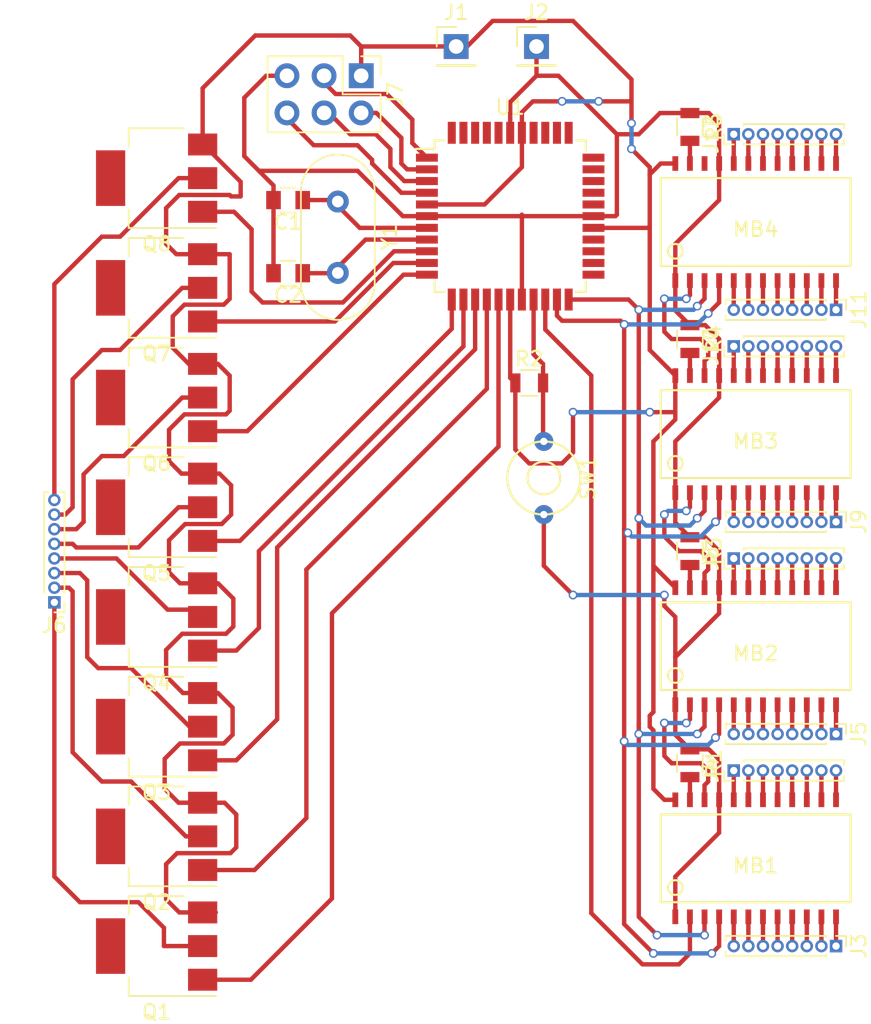
<source format=kicad_pcb>
(kicad_pcb (version 4) (host pcbnew 4.0.6)

  (general
    (links 144)
    (no_connects 0)
    (area 0 0 0 0)
    (thickness 1.6)
    (drawings 0)
    (tracks 493)
    (zones 0)
    (modules 34)
    (nets 119)
  )

  (page A4)
  (layers
    (0 F.Cu signal)
    (31 B.Cu signal)
    (32 B.Adhes user)
    (33 F.Adhes user)
    (34 B.Paste user)
    (35 F.Paste user)
    (36 B.SilkS user)
    (37 F.SilkS user)
    (38 B.Mask user)
    (39 F.Mask user)
    (40 Dwgs.User user)
    (41 Cmts.User user)
    (42 Eco1.User user)
    (43 Eco2.User user)
    (44 Edge.Cuts user)
    (45 Margin user)
    (46 B.CrtYd user)
    (47 F.CrtYd user)
    (48 B.Fab user)
    (49 F.Fab user)
  )

  (setup
    (last_trace_width 0.3)
    (user_trace_width 0.3)
    (trace_clearance 0.2)
    (zone_clearance 0.508)
    (zone_45_only no)
    (trace_min 0.2)
    (segment_width 0.2)
    (edge_width 0.15)
    (via_size 0.6)
    (via_drill 0.4)
    (via_min_size 0.4)
    (via_min_drill 0.3)
    (uvia_size 0.3)
    (uvia_drill 0.1)
    (uvias_allowed no)
    (uvia_min_size 0.2)
    (uvia_min_drill 0.1)
    (pcb_text_width 0.3)
    (pcb_text_size 1.5 1.5)
    (mod_edge_width 0.15)
    (mod_text_size 1 1)
    (mod_text_width 0.15)
    (pad_size 1.524 1.524)
    (pad_drill 0.762)
    (pad_to_mask_clearance 0.2)
    (aux_axis_origin 0 0)
    (visible_elements 7FFFFFFF)
    (pcbplotparams
      (layerselection 0x00030_80000001)
      (usegerberextensions false)
      (excludeedgelayer true)
      (linewidth 0.100000)
      (plotframeref false)
      (viasonmask false)
      (mode 1)
      (useauxorigin false)
      (hpglpennumber 1)
      (hpglpenspeed 20)
      (hpglpendiameter 15)
      (hpglpenoverlay 2)
      (psnegative false)
      (psa4output false)
      (plotreference true)
      (plotvalue true)
      (plotinvisibletext false)
      (padsonsilk false)
      (subtractmaskfromsilk false)
      (outputformat 1)
      (mirror false)
      (drillshape 1)
      (scaleselection 1)
      (outputdirectory ""))
  )

  (net 0 "")
  (net 1 "Net-(J1-Pad1)")
  (net 2 GND)
  (net 3 "Net-(J3-Pad1)")
  (net 4 "Net-(J4-Pad1)")
  (net 5 "Net-(J5-Pad1)")
  (net 6 "Net-(J6-Pad1)")
  (net 7 "Net-(J8-Pad1)")
  (net 8 "Net-(J9-Pad1)")
  (net 9 "Net-(J10-Pad2)")
  (net 10 "Net-(J10-Pad3)")
  (net 11 "Net-(J10-Pad4)")
  (net 12 "Net-(J10-Pad5)")
  (net 13 "Net-(J11-Pad1)")
  (net 14 "Net-(J12-Pad1)")
  (net 15 "Net-(MB1-Pad22)")
  (net 16 "Net-(MB1-Pad23)")
  (net 17 "Net-(MB2-Pad22)")
  (net 18 "Net-(MB2-Pad23)")
  (net 19 "Net-(MB3-Pad22)")
  (net 20 "Net-(MB3-Pad23)")
  (net 21 "Net-(MB4-Pad22)")
  (net 22 "Net-(MB4-Pad23)")
  (net 23 "Net-(C1-Pad1)")
  (net 24 "Net-(C2-Pad1)")
  (net 25 "Net-(J3-Pad2)")
  (net 26 "Net-(J3-Pad3)")
  (net 27 "Net-(J3-Pad4)")
  (net 28 "Net-(J3-Pad5)")
  (net 29 "Net-(J3-Pad6)")
  (net 30 "Net-(J3-Pad7)")
  (net 31 "Net-(J3-Pad8)")
  (net 32 "Net-(J4-Pad2)")
  (net 33 "Net-(J4-Pad3)")
  (net 34 "Net-(J4-Pad4)")
  (net 35 "Net-(J4-Pad5)")
  (net 36 "Net-(J4-Pad6)")
  (net 37 "Net-(J4-Pad7)")
  (net 38 "Net-(J4-Pad8)")
  (net 39 "Net-(J5-Pad2)")
  (net 40 "Net-(J5-Pad3)")
  (net 41 "Net-(J5-Pad4)")
  (net 42 "Net-(J5-Pad5)")
  (net 43 "Net-(J5-Pad6)")
  (net 44 "Net-(J5-Pad7)")
  (net 45 "Net-(J5-Pad8)")
  (net 46 "Net-(J6-Pad2)")
  (net 47 "Net-(J6-Pad3)")
  (net 48 "Net-(J6-Pad4)")
  (net 49 "Net-(J6-Pad5)")
  (net 50 "Net-(J6-Pad6)")
  (net 51 "Net-(J6-Pad7)")
  (net 52 "Net-(J6-Pad8)")
  (net 53 "Net-(J7-Pad2)")
  (net 54 "Net-(J7-Pad3)")
  (net 55 "Net-(J7-Pad4)")
  (net 56 "Net-(J7-Pad6)")
  (net 57 "Net-(J8-Pad2)")
  (net 58 "Net-(J8-Pad3)")
  (net 59 "Net-(J8-Pad4)")
  (net 60 "Net-(J8-Pad5)")
  (net 61 "Net-(J8-Pad6)")
  (net 62 "Net-(J8-Pad7)")
  (net 63 "Net-(J8-Pad8)")
  (net 64 "Net-(J9-Pad2)")
  (net 65 "Net-(J9-Pad3)")
  (net 66 "Net-(J9-Pad4)")
  (net 67 "Net-(J9-Pad5)")
  (net 68 "Net-(J9-Pad6)")
  (net 69 "Net-(J9-Pad7)")
  (net 70 "Net-(J9-Pad8)")
  (net 71 "Net-(J10-Pad1)")
  (net 72 "Net-(J10-Pad6)")
  (net 73 "Net-(J10-Pad7)")
  (net 74 "Net-(J10-Pad8)")
  (net 75 "Net-(J11-Pad2)")
  (net 76 "Net-(J11-Pad3)")
  (net 77 "Net-(J11-Pad4)")
  (net 78 "Net-(J11-Pad5)")
  (net 79 "Net-(J11-Pad6)")
  (net 80 "Net-(J11-Pad7)")
  (net 81 "Net-(J11-Pad8)")
  (net 82 "Net-(J12-Pad2)")
  (net 83 "Net-(J12-Pad3)")
  (net 84 "Net-(J12-Pad4)")
  (net 85 "Net-(J12-Pad5)")
  (net 86 "Net-(J12-Pad6)")
  (net 87 "Net-(J12-Pad7)")
  (net 88 "Net-(J12-Pad8)")
  (net 89 "Net-(MB1-Pad2)")
  (net 90 "Net-(MB1-Pad3)")
  (net 91 "Net-(MB1-Pad4)")
  (net 92 "Net-(Q1-Pad1)")
  (net 93 "Net-(Q2-Pad1)")
  (net 94 "Net-(Q3-Pad1)")
  (net 95 "Net-(Q4-Pad1)")
  (net 96 "Net-(Q5-Pad1)")
  (net 97 "Net-(Q6-Pad1)")
  (net 98 "Net-(Q7-Pad1)")
  (net 99 "Net-(Q8-Pad1)")
  (net 100 "Net-(R2-Pad2)")
  (net 101 "Net-(U1-Pad23)")
  (net 102 "Net-(U1-Pad24)")
  (net 103 "Net-(U1-Pad25)")
  (net 104 "Net-(U1-Pad26)")
  (net 105 "Net-(U1-Pad29)")
  (net 106 "Net-(U1-Pad30)")
  (net 107 "Net-(U1-Pad31)")
  (net 108 "Net-(U1-Pad32)")
  (net 109 "Net-(U1-Pad33)")
  (net 110 "Net-(U1-Pad34)")
  (net 111 "Net-(U1-Pad35)")
  (net 112 "Net-(U1-Pad36)")
  (net 113 "Net-(U1-Pad37)")
  (net 114 "Net-(U1-Pad40)")
  (net 115 "Net-(U1-Pad41)")
  (net 116 "Net-(U1-Pad42)")
  (net 117 "Net-(U1-Pad43)")
  (net 118 "Net-(U1-Pad44)")

  (net_class Default "This is the default net class."
    (clearance 0.2)
    (trace_width 0.25)
    (via_dia 0.6)
    (via_drill 0.4)
    (uvia_dia 0.3)
    (uvia_drill 0.1)
    (add_net GND)
    (add_net "Net-(C1-Pad1)")
    (add_net "Net-(C2-Pad1)")
    (add_net "Net-(J1-Pad1)")
    (add_net "Net-(J10-Pad1)")
    (add_net "Net-(J10-Pad2)")
    (add_net "Net-(J10-Pad3)")
    (add_net "Net-(J10-Pad4)")
    (add_net "Net-(J10-Pad5)")
    (add_net "Net-(J10-Pad6)")
    (add_net "Net-(J10-Pad7)")
    (add_net "Net-(J10-Pad8)")
    (add_net "Net-(J11-Pad1)")
    (add_net "Net-(J11-Pad2)")
    (add_net "Net-(J11-Pad3)")
    (add_net "Net-(J11-Pad4)")
    (add_net "Net-(J11-Pad5)")
    (add_net "Net-(J11-Pad6)")
    (add_net "Net-(J11-Pad7)")
    (add_net "Net-(J11-Pad8)")
    (add_net "Net-(J12-Pad1)")
    (add_net "Net-(J12-Pad2)")
    (add_net "Net-(J12-Pad3)")
    (add_net "Net-(J12-Pad4)")
    (add_net "Net-(J12-Pad5)")
    (add_net "Net-(J12-Pad6)")
    (add_net "Net-(J12-Pad7)")
    (add_net "Net-(J12-Pad8)")
    (add_net "Net-(J3-Pad1)")
    (add_net "Net-(J3-Pad2)")
    (add_net "Net-(J3-Pad3)")
    (add_net "Net-(J3-Pad4)")
    (add_net "Net-(J3-Pad5)")
    (add_net "Net-(J3-Pad6)")
    (add_net "Net-(J3-Pad7)")
    (add_net "Net-(J3-Pad8)")
    (add_net "Net-(J4-Pad1)")
    (add_net "Net-(J4-Pad2)")
    (add_net "Net-(J4-Pad3)")
    (add_net "Net-(J4-Pad4)")
    (add_net "Net-(J4-Pad5)")
    (add_net "Net-(J4-Pad6)")
    (add_net "Net-(J4-Pad7)")
    (add_net "Net-(J4-Pad8)")
    (add_net "Net-(J5-Pad1)")
    (add_net "Net-(J5-Pad2)")
    (add_net "Net-(J5-Pad3)")
    (add_net "Net-(J5-Pad4)")
    (add_net "Net-(J5-Pad5)")
    (add_net "Net-(J5-Pad6)")
    (add_net "Net-(J5-Pad7)")
    (add_net "Net-(J5-Pad8)")
    (add_net "Net-(J6-Pad1)")
    (add_net "Net-(J6-Pad2)")
    (add_net "Net-(J6-Pad3)")
    (add_net "Net-(J6-Pad4)")
    (add_net "Net-(J6-Pad5)")
    (add_net "Net-(J6-Pad6)")
    (add_net "Net-(J6-Pad7)")
    (add_net "Net-(J6-Pad8)")
    (add_net "Net-(J7-Pad2)")
    (add_net "Net-(J7-Pad3)")
    (add_net "Net-(J7-Pad4)")
    (add_net "Net-(J7-Pad6)")
    (add_net "Net-(J8-Pad1)")
    (add_net "Net-(J8-Pad2)")
    (add_net "Net-(J8-Pad3)")
    (add_net "Net-(J8-Pad4)")
    (add_net "Net-(J8-Pad5)")
    (add_net "Net-(J8-Pad6)")
    (add_net "Net-(J8-Pad7)")
    (add_net "Net-(J8-Pad8)")
    (add_net "Net-(J9-Pad1)")
    (add_net "Net-(J9-Pad2)")
    (add_net "Net-(J9-Pad3)")
    (add_net "Net-(J9-Pad4)")
    (add_net "Net-(J9-Pad5)")
    (add_net "Net-(J9-Pad6)")
    (add_net "Net-(J9-Pad7)")
    (add_net "Net-(J9-Pad8)")
    (add_net "Net-(MB1-Pad2)")
    (add_net "Net-(MB1-Pad22)")
    (add_net "Net-(MB1-Pad23)")
    (add_net "Net-(MB1-Pad3)")
    (add_net "Net-(MB1-Pad4)")
    (add_net "Net-(MB2-Pad22)")
    (add_net "Net-(MB2-Pad23)")
    (add_net "Net-(MB3-Pad22)")
    (add_net "Net-(MB3-Pad23)")
    (add_net "Net-(MB4-Pad22)")
    (add_net "Net-(MB4-Pad23)")
    (add_net "Net-(Q1-Pad1)")
    (add_net "Net-(Q2-Pad1)")
    (add_net "Net-(Q3-Pad1)")
    (add_net "Net-(Q4-Pad1)")
    (add_net "Net-(Q5-Pad1)")
    (add_net "Net-(Q6-Pad1)")
    (add_net "Net-(Q7-Pad1)")
    (add_net "Net-(Q8-Pad1)")
    (add_net "Net-(R2-Pad2)")
    (add_net "Net-(U1-Pad23)")
    (add_net "Net-(U1-Pad24)")
    (add_net "Net-(U1-Pad25)")
    (add_net "Net-(U1-Pad26)")
    (add_net "Net-(U1-Pad29)")
    (add_net "Net-(U1-Pad30)")
    (add_net "Net-(U1-Pad31)")
    (add_net "Net-(U1-Pad32)")
    (add_net "Net-(U1-Pad33)")
    (add_net "Net-(U1-Pad34)")
    (add_net "Net-(U1-Pad35)")
    (add_net "Net-(U1-Pad36)")
    (add_net "Net-(U1-Pad37)")
    (add_net "Net-(U1-Pad40)")
    (add_net "Net-(U1-Pad41)")
    (add_net "Net-(U1-Pad42)")
    (add_net "Net-(U1-Pad43)")
    (add_net "Net-(U1-Pad44)")
  )

  (module Capacitors_SMD:C_0805 (layer F.Cu) (tedit 58AA8463) (tstamp 5BE2BD48)
    (at 60 50.5 180)
    (descr "Capacitor SMD 0805, reflow soldering, AVX (see smccp.pdf)")
    (tags "capacitor 0805")
    (path /5BE35506)
    (attr smd)
    (fp_text reference C1 (at 0 -1.5 180) (layer F.SilkS)
      (effects (font (size 1 1) (thickness 0.15)))
    )
    (fp_text value C (at 0 1.75 180) (layer F.Fab)
      (effects (font (size 1 1) (thickness 0.15)))
    )
    (fp_text user %R (at 0 -1.5 180) (layer F.Fab)
      (effects (font (size 1 1) (thickness 0.15)))
    )
    (fp_line (start -1 0.62) (end -1 -0.62) (layer F.Fab) (width 0.1))
    (fp_line (start 1 0.62) (end -1 0.62) (layer F.Fab) (width 0.1))
    (fp_line (start 1 -0.62) (end 1 0.62) (layer F.Fab) (width 0.1))
    (fp_line (start -1 -0.62) (end 1 -0.62) (layer F.Fab) (width 0.1))
    (fp_line (start 0.5 -0.85) (end -0.5 -0.85) (layer F.SilkS) (width 0.12))
    (fp_line (start -0.5 0.85) (end 0.5 0.85) (layer F.SilkS) (width 0.12))
    (fp_line (start -1.75 -0.88) (end 1.75 -0.88) (layer F.CrtYd) (width 0.05))
    (fp_line (start -1.75 -0.88) (end -1.75 0.87) (layer F.CrtYd) (width 0.05))
    (fp_line (start 1.75 0.87) (end 1.75 -0.88) (layer F.CrtYd) (width 0.05))
    (fp_line (start 1.75 0.87) (end -1.75 0.87) (layer F.CrtYd) (width 0.05))
    (pad 1 smd rect (at -1 0 180) (size 1 1.25) (layers F.Cu F.Paste F.Mask)
      (net 23 "Net-(C1-Pad1)"))
    (pad 2 smd rect (at 1 0 180) (size 1 1.25) (layers F.Cu F.Paste F.Mask)
      (net 2 GND))
    (model Capacitors_SMD.3dshapes/C_0805.wrl
      (at (xyz 0 0 0))
      (scale (xyz 1 1 1))
      (rotate (xyz 0 0 0))
    )
  )

  (module Capacitors_SMD:C_0805 (layer F.Cu) (tedit 58AA8463) (tstamp 5BE2BD4E)
    (at 60 55.5 180)
    (descr "Capacitor SMD 0805, reflow soldering, AVX (see smccp.pdf)")
    (tags "capacitor 0805")
    (path /5BE3559D)
    (attr smd)
    (fp_text reference C2 (at 0 -1.5 180) (layer F.SilkS)
      (effects (font (size 1 1) (thickness 0.15)))
    )
    (fp_text value C (at 0 1.75 180) (layer F.Fab)
      (effects (font (size 1 1) (thickness 0.15)))
    )
    (fp_text user %R (at 0 -1.5 180) (layer F.Fab)
      (effects (font (size 1 1) (thickness 0.15)))
    )
    (fp_line (start -1 0.62) (end -1 -0.62) (layer F.Fab) (width 0.1))
    (fp_line (start 1 0.62) (end -1 0.62) (layer F.Fab) (width 0.1))
    (fp_line (start 1 -0.62) (end 1 0.62) (layer F.Fab) (width 0.1))
    (fp_line (start -1 -0.62) (end 1 -0.62) (layer F.Fab) (width 0.1))
    (fp_line (start 0.5 -0.85) (end -0.5 -0.85) (layer F.SilkS) (width 0.12))
    (fp_line (start -0.5 0.85) (end 0.5 0.85) (layer F.SilkS) (width 0.12))
    (fp_line (start -1.75 -0.88) (end 1.75 -0.88) (layer F.CrtYd) (width 0.05))
    (fp_line (start -1.75 -0.88) (end -1.75 0.87) (layer F.CrtYd) (width 0.05))
    (fp_line (start 1.75 0.87) (end 1.75 -0.88) (layer F.CrtYd) (width 0.05))
    (fp_line (start 1.75 0.87) (end -1.75 0.87) (layer F.CrtYd) (width 0.05))
    (pad 1 smd rect (at -1 0 180) (size 1 1.25) (layers F.Cu F.Paste F.Mask)
      (net 24 "Net-(C2-Pad1)"))
    (pad 2 smd rect (at 1 0 180) (size 1 1.25) (layers F.Cu F.Paste F.Mask)
      (net 2 GND))
    (model Capacitors_SMD.3dshapes/C_0805.wrl
      (at (xyz 0 0 0))
      (scale (xyz 1 1 1))
      (rotate (xyz 0 0 0))
    )
  )

  (module Pin_Headers:Pin_Header_Straight_1x01_Pitch2.54mm (layer F.Cu) (tedit 59650532) (tstamp 5BE2BD53)
    (at 71.5 40)
    (descr "Through hole straight pin header, 1x01, 2.54mm pitch, single row")
    (tags "Through hole pin header THT 1x01 2.54mm single row")
    (path /5BE2D8AB)
    (fp_text reference J1 (at 0 -2.33) (layer F.SilkS)
      (effects (font (size 1 1) (thickness 0.15)))
    )
    (fp_text value Global+5V (at 0 2.33) (layer F.Fab)
      (effects (font (size 1 1) (thickness 0.15)))
    )
    (fp_line (start -0.635 -1.27) (end 1.27 -1.27) (layer F.Fab) (width 0.1))
    (fp_line (start 1.27 -1.27) (end 1.27 1.27) (layer F.Fab) (width 0.1))
    (fp_line (start 1.27 1.27) (end -1.27 1.27) (layer F.Fab) (width 0.1))
    (fp_line (start -1.27 1.27) (end -1.27 -0.635) (layer F.Fab) (width 0.1))
    (fp_line (start -1.27 -0.635) (end -0.635 -1.27) (layer F.Fab) (width 0.1))
    (fp_line (start -1.33 1.33) (end 1.33 1.33) (layer F.SilkS) (width 0.12))
    (fp_line (start -1.33 1.27) (end -1.33 1.33) (layer F.SilkS) (width 0.12))
    (fp_line (start 1.33 1.27) (end 1.33 1.33) (layer F.SilkS) (width 0.12))
    (fp_line (start -1.33 1.27) (end 1.33 1.27) (layer F.SilkS) (width 0.12))
    (fp_line (start -1.33 0) (end -1.33 -1.33) (layer F.SilkS) (width 0.12))
    (fp_line (start -1.33 -1.33) (end 0 -1.33) (layer F.SilkS) (width 0.12))
    (fp_line (start -1.8 -1.8) (end -1.8 1.8) (layer F.CrtYd) (width 0.05))
    (fp_line (start -1.8 1.8) (end 1.8 1.8) (layer F.CrtYd) (width 0.05))
    (fp_line (start 1.8 1.8) (end 1.8 -1.8) (layer F.CrtYd) (width 0.05))
    (fp_line (start 1.8 -1.8) (end -1.8 -1.8) (layer F.CrtYd) (width 0.05))
    (fp_text user %R (at 0 0 90) (layer F.Fab)
      (effects (font (size 1 1) (thickness 0.15)))
    )
    (pad 1 thru_hole rect (at 0 0) (size 1.7 1.7) (drill 1) (layers *.Cu *.Mask)
      (net 1 "Net-(J1-Pad1)"))
    (model ${KISYS3DMOD}/Pin_Headers.3dshapes/Pin_Header_Straight_1x01_Pitch2.54mm.wrl
      (at (xyz 0 0 0))
      (scale (xyz 1 1 1))
      (rotate (xyz 0 0 0))
    )
  )

  (module Pin_Headers:Pin_Header_Straight_1x01_Pitch2.54mm (layer F.Cu) (tedit 59650532) (tstamp 5BE2BD58)
    (at 77 40)
    (descr "Through hole straight pin header, 1x01, 2.54mm pitch, single row")
    (tags "Through hole pin header THT 1x01 2.54mm single row")
    (path /5BE2DA72)
    (fp_text reference J2 (at 0 -2.33) (layer F.SilkS)
      (effects (font (size 1 1) (thickness 0.15)))
    )
    (fp_text value GlobalGrn (at 0 2.33) (layer F.Fab)
      (effects (font (size 1 1) (thickness 0.15)))
    )
    (fp_line (start -0.635 -1.27) (end 1.27 -1.27) (layer F.Fab) (width 0.1))
    (fp_line (start 1.27 -1.27) (end 1.27 1.27) (layer F.Fab) (width 0.1))
    (fp_line (start 1.27 1.27) (end -1.27 1.27) (layer F.Fab) (width 0.1))
    (fp_line (start -1.27 1.27) (end -1.27 -0.635) (layer F.Fab) (width 0.1))
    (fp_line (start -1.27 -0.635) (end -0.635 -1.27) (layer F.Fab) (width 0.1))
    (fp_line (start -1.33 1.33) (end 1.33 1.33) (layer F.SilkS) (width 0.12))
    (fp_line (start -1.33 1.27) (end -1.33 1.33) (layer F.SilkS) (width 0.12))
    (fp_line (start 1.33 1.27) (end 1.33 1.33) (layer F.SilkS) (width 0.12))
    (fp_line (start -1.33 1.27) (end 1.33 1.27) (layer F.SilkS) (width 0.12))
    (fp_line (start -1.33 0) (end -1.33 -1.33) (layer F.SilkS) (width 0.12))
    (fp_line (start -1.33 -1.33) (end 0 -1.33) (layer F.SilkS) (width 0.12))
    (fp_line (start -1.8 -1.8) (end -1.8 1.8) (layer F.CrtYd) (width 0.05))
    (fp_line (start -1.8 1.8) (end 1.8 1.8) (layer F.CrtYd) (width 0.05))
    (fp_line (start 1.8 1.8) (end 1.8 -1.8) (layer F.CrtYd) (width 0.05))
    (fp_line (start 1.8 -1.8) (end -1.8 -1.8) (layer F.CrtYd) (width 0.05))
    (fp_text user %R (at 0 0 90) (layer F.Fab)
      (effects (font (size 1 1) (thickness 0.15)))
    )
    (pad 1 thru_hole rect (at 0 0) (size 1.7 1.7) (drill 1) (layers *.Cu *.Mask)
      (net 2 GND))
    (model ${KISYS3DMOD}/Pin_Headers.3dshapes/Pin_Header_Straight_1x01_Pitch2.54mm.wrl
      (at (xyz 0 0 0))
      (scale (xyz 1 1 1))
      (rotate (xyz 0 0 0))
    )
  )

  (module Pin_Headers:Pin_Header_Straight_1x08_Pitch1.00mm (layer F.Cu) (tedit 59B55814) (tstamp 5BE2BD64)
    (at 97.5 101.5 270)
    (descr "Through hole straight pin header, 1x08, 1.00mm pitch, single row")
    (tags "Through hole pin header THT 1x08 1.00mm single row")
    (path /5BE2CE2A)
    (fp_text reference J3 (at 0 -1.56 270) (layer F.SilkS)
      (effects (font (size 1 1) (thickness 0.15)))
    )
    (fp_text value 1 (at 0 8.56 270) (layer F.Fab)
      (effects (font (size 1 1) (thickness 0.15)))
    )
    (fp_line (start -0.3175 -0.5) (end 0.635 -0.5) (layer F.Fab) (width 0.1))
    (fp_line (start 0.635 -0.5) (end 0.635 7.5) (layer F.Fab) (width 0.1))
    (fp_line (start 0.635 7.5) (end -0.635 7.5) (layer F.Fab) (width 0.1))
    (fp_line (start -0.635 7.5) (end -0.635 -0.1825) (layer F.Fab) (width 0.1))
    (fp_line (start -0.635 -0.1825) (end -0.3175 -0.5) (layer F.Fab) (width 0.1))
    (fp_line (start -0.695 7.56) (end -0.394493 7.56) (layer F.SilkS) (width 0.12))
    (fp_line (start 0.394493 7.56) (end 0.695 7.56) (layer F.SilkS) (width 0.12))
    (fp_line (start -0.695 0.685) (end -0.695 7.56) (layer F.SilkS) (width 0.12))
    (fp_line (start 0.695 0.685) (end 0.695 7.56) (layer F.SilkS) (width 0.12))
    (fp_line (start -0.695 0.685) (end -0.608276 0.685) (layer F.SilkS) (width 0.12))
    (fp_line (start 0.608276 0.685) (end 0.695 0.685) (layer F.SilkS) (width 0.12))
    (fp_line (start -0.695 0) (end -0.695 -0.685) (layer F.SilkS) (width 0.12))
    (fp_line (start -0.695 -0.685) (end 0 -0.685) (layer F.SilkS) (width 0.12))
    (fp_line (start -1.15 -1) (end -1.15 8) (layer F.CrtYd) (width 0.05))
    (fp_line (start -1.15 8) (end 1.15 8) (layer F.CrtYd) (width 0.05))
    (fp_line (start 1.15 8) (end 1.15 -1) (layer F.CrtYd) (width 0.05))
    (fp_line (start 1.15 -1) (end -1.15 -1) (layer F.CrtYd) (width 0.05))
    (fp_text user %R (at 0 3.5 360) (layer F.Fab)
      (effects (font (size 0.76 0.76) (thickness 0.114)))
    )
    (pad 1 thru_hole rect (at 0 0 270) (size 0.85 0.85) (drill 0.5) (layers *.Cu *.Mask)
      (net 3 "Net-(J3-Pad1)"))
    (pad 2 thru_hole oval (at 0 1 270) (size 0.85 0.85) (drill 0.5) (layers *.Cu *.Mask)
      (net 25 "Net-(J3-Pad2)"))
    (pad 3 thru_hole oval (at 0 2 270) (size 0.85 0.85) (drill 0.5) (layers *.Cu *.Mask)
      (net 26 "Net-(J3-Pad3)"))
    (pad 4 thru_hole oval (at 0 3 270) (size 0.85 0.85) (drill 0.5) (layers *.Cu *.Mask)
      (net 27 "Net-(J3-Pad4)"))
    (pad 5 thru_hole oval (at 0 4 270) (size 0.85 0.85) (drill 0.5) (layers *.Cu *.Mask)
      (net 28 "Net-(J3-Pad5)"))
    (pad 6 thru_hole oval (at 0 5 270) (size 0.85 0.85) (drill 0.5) (layers *.Cu *.Mask)
      (net 29 "Net-(J3-Pad6)"))
    (pad 7 thru_hole oval (at 0 6 270) (size 0.85 0.85) (drill 0.5) (layers *.Cu *.Mask)
      (net 30 "Net-(J3-Pad7)"))
    (pad 8 thru_hole oval (at 0 7 270) (size 0.85 0.85) (drill 0.5) (layers *.Cu *.Mask)
      (net 31 "Net-(J3-Pad8)"))
    (model ${KISYS3DMOD}/Pin_Headers.3dshapes/Pin_Header_Straight_1x08_Pitch1.00mm.wrl
      (at (xyz 0 0 0))
      (scale (xyz 1 1 1))
      (rotate (xyz 0 0 0))
    )
  )

  (module Pin_Headers:Pin_Header_Straight_1x08_Pitch1.00mm (layer F.Cu) (tedit 59B55814) (tstamp 5BE2BD70)
    (at 90.5 89.5 90)
    (descr "Through hole straight pin header, 1x08, 1.00mm pitch, single row")
    (tags "Through hole pin header THT 1x08 1.00mm single row")
    (path /5BE2CEBD)
    (fp_text reference J4 (at 0 -1.56 90) (layer F.SilkS)
      (effects (font (size 1 1) (thickness 0.15)))
    )
    (fp_text value 2 (at 0 8.56 90) (layer F.Fab)
      (effects (font (size 1 1) (thickness 0.15)))
    )
    (fp_line (start -0.3175 -0.5) (end 0.635 -0.5) (layer F.Fab) (width 0.1))
    (fp_line (start 0.635 -0.5) (end 0.635 7.5) (layer F.Fab) (width 0.1))
    (fp_line (start 0.635 7.5) (end -0.635 7.5) (layer F.Fab) (width 0.1))
    (fp_line (start -0.635 7.5) (end -0.635 -0.1825) (layer F.Fab) (width 0.1))
    (fp_line (start -0.635 -0.1825) (end -0.3175 -0.5) (layer F.Fab) (width 0.1))
    (fp_line (start -0.695 7.56) (end -0.394493 7.56) (layer F.SilkS) (width 0.12))
    (fp_line (start 0.394493 7.56) (end 0.695 7.56) (layer F.SilkS) (width 0.12))
    (fp_line (start -0.695 0.685) (end -0.695 7.56) (layer F.SilkS) (width 0.12))
    (fp_line (start 0.695 0.685) (end 0.695 7.56) (layer F.SilkS) (width 0.12))
    (fp_line (start -0.695 0.685) (end -0.608276 0.685) (layer F.SilkS) (width 0.12))
    (fp_line (start 0.608276 0.685) (end 0.695 0.685) (layer F.SilkS) (width 0.12))
    (fp_line (start -0.695 0) (end -0.695 -0.685) (layer F.SilkS) (width 0.12))
    (fp_line (start -0.695 -0.685) (end 0 -0.685) (layer F.SilkS) (width 0.12))
    (fp_line (start -1.15 -1) (end -1.15 8) (layer F.CrtYd) (width 0.05))
    (fp_line (start -1.15 8) (end 1.15 8) (layer F.CrtYd) (width 0.05))
    (fp_line (start 1.15 8) (end 1.15 -1) (layer F.CrtYd) (width 0.05))
    (fp_line (start 1.15 -1) (end -1.15 -1) (layer F.CrtYd) (width 0.05))
    (fp_text user %R (at 0 3.5 180) (layer F.Fab)
      (effects (font (size 0.76 0.76) (thickness 0.114)))
    )
    (pad 1 thru_hole rect (at 0 0 90) (size 0.85 0.85) (drill 0.5) (layers *.Cu *.Mask)
      (net 4 "Net-(J4-Pad1)"))
    (pad 2 thru_hole oval (at 0 1 90) (size 0.85 0.85) (drill 0.5) (layers *.Cu *.Mask)
      (net 32 "Net-(J4-Pad2)"))
    (pad 3 thru_hole oval (at 0 2 90) (size 0.85 0.85) (drill 0.5) (layers *.Cu *.Mask)
      (net 33 "Net-(J4-Pad3)"))
    (pad 4 thru_hole oval (at 0 3 90) (size 0.85 0.85) (drill 0.5) (layers *.Cu *.Mask)
      (net 34 "Net-(J4-Pad4)"))
    (pad 5 thru_hole oval (at 0 4 90) (size 0.85 0.85) (drill 0.5) (layers *.Cu *.Mask)
      (net 35 "Net-(J4-Pad5)"))
    (pad 6 thru_hole oval (at 0 5 90) (size 0.85 0.85) (drill 0.5) (layers *.Cu *.Mask)
      (net 36 "Net-(J4-Pad6)"))
    (pad 7 thru_hole oval (at 0 6 90) (size 0.85 0.85) (drill 0.5) (layers *.Cu *.Mask)
      (net 37 "Net-(J4-Pad7)"))
    (pad 8 thru_hole oval (at 0 7 90) (size 0.85 0.85) (drill 0.5) (layers *.Cu *.Mask)
      (net 38 "Net-(J4-Pad8)"))
    (model ${KISYS3DMOD}/Pin_Headers.3dshapes/Pin_Header_Straight_1x08_Pitch1.00mm.wrl
      (at (xyz 0 0 0))
      (scale (xyz 1 1 1))
      (rotate (xyz 0 0 0))
    )
  )

  (module Pin_Headers:Pin_Header_Straight_1x08_Pitch1.00mm (layer F.Cu) (tedit 59B55814) (tstamp 5BE2BD7C)
    (at 97.5 87 270)
    (descr "Through hole straight pin header, 1x08, 1.00mm pitch, single row")
    (tags "Through hole pin header THT 1x08 1.00mm single row")
    (path /5BE2CC3D)
    (fp_text reference J5 (at 0 -1.56 270) (layer F.SilkS)
      (effects (font (size 1 1) (thickness 0.15)))
    )
    (fp_text value 3 (at 0 8.56 270) (layer F.Fab)
      (effects (font (size 1 1) (thickness 0.15)))
    )
    (fp_line (start -0.3175 -0.5) (end 0.635 -0.5) (layer F.Fab) (width 0.1))
    (fp_line (start 0.635 -0.5) (end 0.635 7.5) (layer F.Fab) (width 0.1))
    (fp_line (start 0.635 7.5) (end -0.635 7.5) (layer F.Fab) (width 0.1))
    (fp_line (start -0.635 7.5) (end -0.635 -0.1825) (layer F.Fab) (width 0.1))
    (fp_line (start -0.635 -0.1825) (end -0.3175 -0.5) (layer F.Fab) (width 0.1))
    (fp_line (start -0.695 7.56) (end -0.394493 7.56) (layer F.SilkS) (width 0.12))
    (fp_line (start 0.394493 7.56) (end 0.695 7.56) (layer F.SilkS) (width 0.12))
    (fp_line (start -0.695 0.685) (end -0.695 7.56) (layer F.SilkS) (width 0.12))
    (fp_line (start 0.695 0.685) (end 0.695 7.56) (layer F.SilkS) (width 0.12))
    (fp_line (start -0.695 0.685) (end -0.608276 0.685) (layer F.SilkS) (width 0.12))
    (fp_line (start 0.608276 0.685) (end 0.695 0.685) (layer F.SilkS) (width 0.12))
    (fp_line (start -0.695 0) (end -0.695 -0.685) (layer F.SilkS) (width 0.12))
    (fp_line (start -0.695 -0.685) (end 0 -0.685) (layer F.SilkS) (width 0.12))
    (fp_line (start -1.15 -1) (end -1.15 8) (layer F.CrtYd) (width 0.05))
    (fp_line (start -1.15 8) (end 1.15 8) (layer F.CrtYd) (width 0.05))
    (fp_line (start 1.15 8) (end 1.15 -1) (layer F.CrtYd) (width 0.05))
    (fp_line (start 1.15 -1) (end -1.15 -1) (layer F.CrtYd) (width 0.05))
    (fp_text user %R (at 0 3.5 360) (layer F.Fab)
      (effects (font (size 0.76 0.76) (thickness 0.114)))
    )
    (pad 1 thru_hole rect (at 0 0 270) (size 0.85 0.85) (drill 0.5) (layers *.Cu *.Mask)
      (net 5 "Net-(J5-Pad1)"))
    (pad 2 thru_hole oval (at 0 1 270) (size 0.85 0.85) (drill 0.5) (layers *.Cu *.Mask)
      (net 39 "Net-(J5-Pad2)"))
    (pad 3 thru_hole oval (at 0 2 270) (size 0.85 0.85) (drill 0.5) (layers *.Cu *.Mask)
      (net 40 "Net-(J5-Pad3)"))
    (pad 4 thru_hole oval (at 0 3 270) (size 0.85 0.85) (drill 0.5) (layers *.Cu *.Mask)
      (net 41 "Net-(J5-Pad4)"))
    (pad 5 thru_hole oval (at 0 4 270) (size 0.85 0.85) (drill 0.5) (layers *.Cu *.Mask)
      (net 42 "Net-(J5-Pad5)"))
    (pad 6 thru_hole oval (at 0 5 270) (size 0.85 0.85) (drill 0.5) (layers *.Cu *.Mask)
      (net 43 "Net-(J5-Pad6)"))
    (pad 7 thru_hole oval (at 0 6 270) (size 0.85 0.85) (drill 0.5) (layers *.Cu *.Mask)
      (net 44 "Net-(J5-Pad7)"))
    (pad 8 thru_hole oval (at 0 7 270) (size 0.85 0.85) (drill 0.5) (layers *.Cu *.Mask)
      (net 45 "Net-(J5-Pad8)"))
    (model ${KISYS3DMOD}/Pin_Headers.3dshapes/Pin_Header_Straight_1x08_Pitch1.00mm.wrl
      (at (xyz 0 0 0))
      (scale (xyz 1 1 1))
      (rotate (xyz 0 0 0))
    )
  )

  (module Pin_Headers:Pin_Header_Straight_1x08_Pitch1.00mm (layer F.Cu) (tedit 59B55814) (tstamp 5BE2BD88)
    (at 44 78 180)
    (descr "Through hole straight pin header, 1x08, 1.00mm pitch, single row")
    (tags "Through hole pin header THT 1x08 1.00mm single row")
    (path /5BE328EF)
    (fp_text reference J6 (at 0 -1.56 180) (layer F.SilkS)
      (effects (font (size 1 1) (thickness 0.15)))
    )
    (fp_text value +5VShina (at 0 8.56 180) (layer F.Fab)
      (effects (font (size 1 1) (thickness 0.15)))
    )
    (fp_line (start -0.3175 -0.5) (end 0.635 -0.5) (layer F.Fab) (width 0.1))
    (fp_line (start 0.635 -0.5) (end 0.635 7.5) (layer F.Fab) (width 0.1))
    (fp_line (start 0.635 7.5) (end -0.635 7.5) (layer F.Fab) (width 0.1))
    (fp_line (start -0.635 7.5) (end -0.635 -0.1825) (layer F.Fab) (width 0.1))
    (fp_line (start -0.635 -0.1825) (end -0.3175 -0.5) (layer F.Fab) (width 0.1))
    (fp_line (start -0.695 7.56) (end -0.394493 7.56) (layer F.SilkS) (width 0.12))
    (fp_line (start 0.394493 7.56) (end 0.695 7.56) (layer F.SilkS) (width 0.12))
    (fp_line (start -0.695 0.685) (end -0.695 7.56) (layer F.SilkS) (width 0.12))
    (fp_line (start 0.695 0.685) (end 0.695 7.56) (layer F.SilkS) (width 0.12))
    (fp_line (start -0.695 0.685) (end -0.608276 0.685) (layer F.SilkS) (width 0.12))
    (fp_line (start 0.608276 0.685) (end 0.695 0.685) (layer F.SilkS) (width 0.12))
    (fp_line (start -0.695 0) (end -0.695 -0.685) (layer F.SilkS) (width 0.12))
    (fp_line (start -0.695 -0.685) (end 0 -0.685) (layer F.SilkS) (width 0.12))
    (fp_line (start -1.15 -1) (end -1.15 8) (layer F.CrtYd) (width 0.05))
    (fp_line (start -1.15 8) (end 1.15 8) (layer F.CrtYd) (width 0.05))
    (fp_line (start 1.15 8) (end 1.15 -1) (layer F.CrtYd) (width 0.05))
    (fp_line (start 1.15 -1) (end -1.15 -1) (layer F.CrtYd) (width 0.05))
    (fp_text user %R (at 0 3.5 270) (layer F.Fab)
      (effects (font (size 0.76 0.76) (thickness 0.114)))
    )
    (pad 1 thru_hole rect (at 0 0 180) (size 0.85 0.85) (drill 0.5) (layers *.Cu *.Mask)
      (net 6 "Net-(J6-Pad1)"))
    (pad 2 thru_hole oval (at 0 1 180) (size 0.85 0.85) (drill 0.5) (layers *.Cu *.Mask)
      (net 46 "Net-(J6-Pad2)"))
    (pad 3 thru_hole oval (at 0 2 180) (size 0.85 0.85) (drill 0.5) (layers *.Cu *.Mask)
      (net 47 "Net-(J6-Pad3)"))
    (pad 4 thru_hole oval (at 0 3 180) (size 0.85 0.85) (drill 0.5) (layers *.Cu *.Mask)
      (net 48 "Net-(J6-Pad4)"))
    (pad 5 thru_hole oval (at 0 4 180) (size 0.85 0.85) (drill 0.5) (layers *.Cu *.Mask)
      (net 49 "Net-(J6-Pad5)"))
    (pad 6 thru_hole oval (at 0 5 180) (size 0.85 0.85) (drill 0.5) (layers *.Cu *.Mask)
      (net 50 "Net-(J6-Pad6)"))
    (pad 7 thru_hole oval (at 0 6 180) (size 0.85 0.85) (drill 0.5) (layers *.Cu *.Mask)
      (net 51 "Net-(J6-Pad7)"))
    (pad 8 thru_hole oval (at 0 7 180) (size 0.85 0.85) (drill 0.5) (layers *.Cu *.Mask)
      (net 52 "Net-(J6-Pad8)"))
    (model ${KISYS3DMOD}/Pin_Headers.3dshapes/Pin_Header_Straight_1x08_Pitch1.00mm.wrl
      (at (xyz 0 0 0))
      (scale (xyz 1 1 1))
      (rotate (xyz 0 0 0))
    )
  )

  (module Pin_Headers:Pin_Header_Straight_2x03_Pitch2.54mm (layer F.Cu) (tedit 59650532) (tstamp 5BE2BD92)
    (at 65 42 270)
    (descr "Through hole straight pin header, 2x03, 2.54mm pitch, double rows")
    (tags "Through hole pin header THT 2x03 2.54mm double row")
    (path /5BE36E9F)
    (fp_text reference J7 (at 1.27 -2.33 270) (layer F.SilkS)
      (effects (font (size 1 1) (thickness 0.15)))
    )
    (fp_text value ICSP (at 1.27 7.41 270) (layer F.Fab)
      (effects (font (size 1 1) (thickness 0.15)))
    )
    (fp_line (start 0 -1.27) (end 3.81 -1.27) (layer F.Fab) (width 0.1))
    (fp_line (start 3.81 -1.27) (end 3.81 6.35) (layer F.Fab) (width 0.1))
    (fp_line (start 3.81 6.35) (end -1.27 6.35) (layer F.Fab) (width 0.1))
    (fp_line (start -1.27 6.35) (end -1.27 0) (layer F.Fab) (width 0.1))
    (fp_line (start -1.27 0) (end 0 -1.27) (layer F.Fab) (width 0.1))
    (fp_line (start -1.33 6.41) (end 3.87 6.41) (layer F.SilkS) (width 0.12))
    (fp_line (start -1.33 1.27) (end -1.33 6.41) (layer F.SilkS) (width 0.12))
    (fp_line (start 3.87 -1.33) (end 3.87 6.41) (layer F.SilkS) (width 0.12))
    (fp_line (start -1.33 1.27) (end 1.27 1.27) (layer F.SilkS) (width 0.12))
    (fp_line (start 1.27 1.27) (end 1.27 -1.33) (layer F.SilkS) (width 0.12))
    (fp_line (start 1.27 -1.33) (end 3.87 -1.33) (layer F.SilkS) (width 0.12))
    (fp_line (start -1.33 0) (end -1.33 -1.33) (layer F.SilkS) (width 0.12))
    (fp_line (start -1.33 -1.33) (end 0 -1.33) (layer F.SilkS) (width 0.12))
    (fp_line (start -1.8 -1.8) (end -1.8 6.85) (layer F.CrtYd) (width 0.05))
    (fp_line (start -1.8 6.85) (end 4.35 6.85) (layer F.CrtYd) (width 0.05))
    (fp_line (start 4.35 6.85) (end 4.35 -1.8) (layer F.CrtYd) (width 0.05))
    (fp_line (start 4.35 -1.8) (end -1.8 -1.8) (layer F.CrtYd) (width 0.05))
    (fp_text user %R (at 1.27 2.54 360) (layer F.Fab)
      (effects (font (size 1 1) (thickness 0.15)))
    )
    (pad 1 thru_hole rect (at 0 0 270) (size 1.7 1.7) (drill 1) (layers *.Cu *.Mask)
      (net 1 "Net-(J1-Pad1)"))
    (pad 2 thru_hole oval (at 2.54 0 270) (size 1.7 1.7) (drill 1) (layers *.Cu *.Mask)
      (net 53 "Net-(J7-Pad2)"))
    (pad 3 thru_hole oval (at 0 2.54 270) (size 1.7 1.7) (drill 1) (layers *.Cu *.Mask)
      (net 54 "Net-(J7-Pad3)"))
    (pad 4 thru_hole oval (at 2.54 2.54 270) (size 1.7 1.7) (drill 1) (layers *.Cu *.Mask)
      (net 55 "Net-(J7-Pad4)"))
    (pad 5 thru_hole oval (at 0 5.08 270) (size 1.7 1.7) (drill 1) (layers *.Cu *.Mask)
      (net 2 GND))
    (pad 6 thru_hole oval (at 2.54 5.08 270) (size 1.7 1.7) (drill 1) (layers *.Cu *.Mask)
      (net 56 "Net-(J7-Pad6)"))
    (model ${KISYS3DMOD}/Pin_Headers.3dshapes/Pin_Header_Straight_2x03_Pitch2.54mm.wrl
      (at (xyz 0 0 0))
      (scale (xyz 1 1 1))
      (rotate (xyz 0 0 0))
    )
  )

  (module Pin_Headers:Pin_Header_Straight_1x08_Pitch1.00mm (layer F.Cu) (tedit 59B55814) (tstamp 5BE2BD9E)
    (at 90.5 75 90)
    (descr "Through hole straight pin header, 1x08, 1.00mm pitch, single row")
    (tags "Through hole pin header THT 1x08 1.00mm single row")
    (path /5BE2CCC2)
    (fp_text reference J8 (at 0 -1.56 90) (layer F.SilkS)
      (effects (font (size 1 1) (thickness 0.15)))
    )
    (fp_text value 4 (at 0 8.56 90) (layer F.Fab)
      (effects (font (size 1 1) (thickness 0.15)))
    )
    (fp_line (start -0.3175 -0.5) (end 0.635 -0.5) (layer F.Fab) (width 0.1))
    (fp_line (start 0.635 -0.5) (end 0.635 7.5) (layer F.Fab) (width 0.1))
    (fp_line (start 0.635 7.5) (end -0.635 7.5) (layer F.Fab) (width 0.1))
    (fp_line (start -0.635 7.5) (end -0.635 -0.1825) (layer F.Fab) (width 0.1))
    (fp_line (start -0.635 -0.1825) (end -0.3175 -0.5) (layer F.Fab) (width 0.1))
    (fp_line (start -0.695 7.56) (end -0.394493 7.56) (layer F.SilkS) (width 0.12))
    (fp_line (start 0.394493 7.56) (end 0.695 7.56) (layer F.SilkS) (width 0.12))
    (fp_line (start -0.695 0.685) (end -0.695 7.56) (layer F.SilkS) (width 0.12))
    (fp_line (start 0.695 0.685) (end 0.695 7.56) (layer F.SilkS) (width 0.12))
    (fp_line (start -0.695 0.685) (end -0.608276 0.685) (layer F.SilkS) (width 0.12))
    (fp_line (start 0.608276 0.685) (end 0.695 0.685) (layer F.SilkS) (width 0.12))
    (fp_line (start -0.695 0) (end -0.695 -0.685) (layer F.SilkS) (width 0.12))
    (fp_line (start -0.695 -0.685) (end 0 -0.685) (layer F.SilkS) (width 0.12))
    (fp_line (start -1.15 -1) (end -1.15 8) (layer F.CrtYd) (width 0.05))
    (fp_line (start -1.15 8) (end 1.15 8) (layer F.CrtYd) (width 0.05))
    (fp_line (start 1.15 8) (end 1.15 -1) (layer F.CrtYd) (width 0.05))
    (fp_line (start 1.15 -1) (end -1.15 -1) (layer F.CrtYd) (width 0.05))
    (fp_text user %R (at 0 3.5 180) (layer F.Fab)
      (effects (font (size 0.76 0.76) (thickness 0.114)))
    )
    (pad 1 thru_hole rect (at 0 0 90) (size 0.85 0.85) (drill 0.5) (layers *.Cu *.Mask)
      (net 7 "Net-(J8-Pad1)"))
    (pad 2 thru_hole oval (at 0 1 90) (size 0.85 0.85) (drill 0.5) (layers *.Cu *.Mask)
      (net 57 "Net-(J8-Pad2)"))
    (pad 3 thru_hole oval (at 0 2 90) (size 0.85 0.85) (drill 0.5) (layers *.Cu *.Mask)
      (net 58 "Net-(J8-Pad3)"))
    (pad 4 thru_hole oval (at 0 3 90) (size 0.85 0.85) (drill 0.5) (layers *.Cu *.Mask)
      (net 59 "Net-(J8-Pad4)"))
    (pad 5 thru_hole oval (at 0 4 90) (size 0.85 0.85) (drill 0.5) (layers *.Cu *.Mask)
      (net 60 "Net-(J8-Pad5)"))
    (pad 6 thru_hole oval (at 0 5 90) (size 0.85 0.85) (drill 0.5) (layers *.Cu *.Mask)
      (net 61 "Net-(J8-Pad6)"))
    (pad 7 thru_hole oval (at 0 6 90) (size 0.85 0.85) (drill 0.5) (layers *.Cu *.Mask)
      (net 62 "Net-(J8-Pad7)"))
    (pad 8 thru_hole oval (at 0 7 90) (size 0.85 0.85) (drill 0.5) (layers *.Cu *.Mask)
      (net 63 "Net-(J8-Pad8)"))
    (model ${KISYS3DMOD}/Pin_Headers.3dshapes/Pin_Header_Straight_1x08_Pitch1.00mm.wrl
      (at (xyz 0 0 0))
      (scale (xyz 1 1 1))
      (rotate (xyz 0 0 0))
    )
  )

  (module Pin_Headers:Pin_Header_Straight_1x08_Pitch1.00mm (layer F.Cu) (tedit 59B55814) (tstamp 5BE2BDAA)
    (at 97.5 72.5 270)
    (descr "Through hole straight pin header, 1x08, 1.00mm pitch, single row")
    (tags "Through hole pin header THT 1x08 1.00mm single row")
    (path /5BE2CAE9)
    (fp_text reference J9 (at 0 -1.56 270) (layer F.SilkS)
      (effects (font (size 1 1) (thickness 0.15)))
    )
    (fp_text value 5 (at 0 8.56 270) (layer F.Fab)
      (effects (font (size 1 1) (thickness 0.15)))
    )
    (fp_line (start -0.3175 -0.5) (end 0.635 -0.5) (layer F.Fab) (width 0.1))
    (fp_line (start 0.635 -0.5) (end 0.635 7.5) (layer F.Fab) (width 0.1))
    (fp_line (start 0.635 7.5) (end -0.635 7.5) (layer F.Fab) (width 0.1))
    (fp_line (start -0.635 7.5) (end -0.635 -0.1825) (layer F.Fab) (width 0.1))
    (fp_line (start -0.635 -0.1825) (end -0.3175 -0.5) (layer F.Fab) (width 0.1))
    (fp_line (start -0.695 7.56) (end -0.394493 7.56) (layer F.SilkS) (width 0.12))
    (fp_line (start 0.394493 7.56) (end 0.695 7.56) (layer F.SilkS) (width 0.12))
    (fp_line (start -0.695 0.685) (end -0.695 7.56) (layer F.SilkS) (width 0.12))
    (fp_line (start 0.695 0.685) (end 0.695 7.56) (layer F.SilkS) (width 0.12))
    (fp_line (start -0.695 0.685) (end -0.608276 0.685) (layer F.SilkS) (width 0.12))
    (fp_line (start 0.608276 0.685) (end 0.695 0.685) (layer F.SilkS) (width 0.12))
    (fp_line (start -0.695 0) (end -0.695 -0.685) (layer F.SilkS) (width 0.12))
    (fp_line (start -0.695 -0.685) (end 0 -0.685) (layer F.SilkS) (width 0.12))
    (fp_line (start -1.15 -1) (end -1.15 8) (layer F.CrtYd) (width 0.05))
    (fp_line (start -1.15 8) (end 1.15 8) (layer F.CrtYd) (width 0.05))
    (fp_line (start 1.15 8) (end 1.15 -1) (layer F.CrtYd) (width 0.05))
    (fp_line (start 1.15 -1) (end -1.15 -1) (layer F.CrtYd) (width 0.05))
    (fp_text user %R (at 0 3.5 360) (layer F.Fab)
      (effects (font (size 0.76 0.76) (thickness 0.114)))
    )
    (pad 1 thru_hole rect (at 0 0 270) (size 0.85 0.85) (drill 0.5) (layers *.Cu *.Mask)
      (net 8 "Net-(J9-Pad1)"))
    (pad 2 thru_hole oval (at 0 1 270) (size 0.85 0.85) (drill 0.5) (layers *.Cu *.Mask)
      (net 64 "Net-(J9-Pad2)"))
    (pad 3 thru_hole oval (at 0 2 270) (size 0.85 0.85) (drill 0.5) (layers *.Cu *.Mask)
      (net 65 "Net-(J9-Pad3)"))
    (pad 4 thru_hole oval (at 0 3 270) (size 0.85 0.85) (drill 0.5) (layers *.Cu *.Mask)
      (net 66 "Net-(J9-Pad4)"))
    (pad 5 thru_hole oval (at 0 4 270) (size 0.85 0.85) (drill 0.5) (layers *.Cu *.Mask)
      (net 67 "Net-(J9-Pad5)"))
    (pad 6 thru_hole oval (at 0 5 270) (size 0.85 0.85) (drill 0.5) (layers *.Cu *.Mask)
      (net 68 "Net-(J9-Pad6)"))
    (pad 7 thru_hole oval (at 0 6 270) (size 0.85 0.85) (drill 0.5) (layers *.Cu *.Mask)
      (net 69 "Net-(J9-Pad7)"))
    (pad 8 thru_hole oval (at 0 7 270) (size 0.85 0.85) (drill 0.5) (layers *.Cu *.Mask)
      (net 70 "Net-(J9-Pad8)"))
    (model ${KISYS3DMOD}/Pin_Headers.3dshapes/Pin_Header_Straight_1x08_Pitch1.00mm.wrl
      (at (xyz 0 0 0))
      (scale (xyz 1 1 1))
      (rotate (xyz 0 0 0))
    )
  )

  (module Pin_Headers:Pin_Header_Straight_1x08_Pitch1.00mm (layer F.Cu) (tedit 59B55814) (tstamp 5BE2BDB6)
    (at 90.5 60.5 90)
    (descr "Through hole straight pin header, 1x08, 1.00mm pitch, single row")
    (tags "Through hole pin header THT 1x08 1.00mm single row")
    (path /5BE2C912)
    (fp_text reference J10 (at 0 -1.56 90) (layer F.SilkS)
      (effects (font (size 1 1) (thickness 0.15)))
    )
    (fp_text value 6 (at 0 8.56 90) (layer F.Fab)
      (effects (font (size 1 1) (thickness 0.15)))
    )
    (fp_line (start -0.3175 -0.5) (end 0.635 -0.5) (layer F.Fab) (width 0.1))
    (fp_line (start 0.635 -0.5) (end 0.635 7.5) (layer F.Fab) (width 0.1))
    (fp_line (start 0.635 7.5) (end -0.635 7.5) (layer F.Fab) (width 0.1))
    (fp_line (start -0.635 7.5) (end -0.635 -0.1825) (layer F.Fab) (width 0.1))
    (fp_line (start -0.635 -0.1825) (end -0.3175 -0.5) (layer F.Fab) (width 0.1))
    (fp_line (start -0.695 7.56) (end -0.394493 7.56) (layer F.SilkS) (width 0.12))
    (fp_line (start 0.394493 7.56) (end 0.695 7.56) (layer F.SilkS) (width 0.12))
    (fp_line (start -0.695 0.685) (end -0.695 7.56) (layer F.SilkS) (width 0.12))
    (fp_line (start 0.695 0.685) (end 0.695 7.56) (layer F.SilkS) (width 0.12))
    (fp_line (start -0.695 0.685) (end -0.608276 0.685) (layer F.SilkS) (width 0.12))
    (fp_line (start 0.608276 0.685) (end 0.695 0.685) (layer F.SilkS) (width 0.12))
    (fp_line (start -0.695 0) (end -0.695 -0.685) (layer F.SilkS) (width 0.12))
    (fp_line (start -0.695 -0.685) (end 0 -0.685) (layer F.SilkS) (width 0.12))
    (fp_line (start -1.15 -1) (end -1.15 8) (layer F.CrtYd) (width 0.05))
    (fp_line (start -1.15 8) (end 1.15 8) (layer F.CrtYd) (width 0.05))
    (fp_line (start 1.15 8) (end 1.15 -1) (layer F.CrtYd) (width 0.05))
    (fp_line (start 1.15 -1) (end -1.15 -1) (layer F.CrtYd) (width 0.05))
    (fp_text user %R (at 0 3.5 180) (layer F.Fab)
      (effects (font (size 0.76 0.76) (thickness 0.114)))
    )
    (pad 1 thru_hole rect (at 0 0 90) (size 0.85 0.85) (drill 0.5) (layers *.Cu *.Mask)
      (net 71 "Net-(J10-Pad1)"))
    (pad 2 thru_hole oval (at 0 1 90) (size 0.85 0.85) (drill 0.5) (layers *.Cu *.Mask)
      (net 9 "Net-(J10-Pad2)"))
    (pad 3 thru_hole oval (at 0 2 90) (size 0.85 0.85) (drill 0.5) (layers *.Cu *.Mask)
      (net 10 "Net-(J10-Pad3)"))
    (pad 4 thru_hole oval (at 0 3 90) (size 0.85 0.85) (drill 0.5) (layers *.Cu *.Mask)
      (net 11 "Net-(J10-Pad4)"))
    (pad 5 thru_hole oval (at 0 4 90) (size 0.85 0.85) (drill 0.5) (layers *.Cu *.Mask)
      (net 12 "Net-(J10-Pad5)"))
    (pad 6 thru_hole oval (at 0 5 90) (size 0.85 0.85) (drill 0.5) (layers *.Cu *.Mask)
      (net 72 "Net-(J10-Pad6)"))
    (pad 7 thru_hole oval (at 0 6 90) (size 0.85 0.85) (drill 0.5) (layers *.Cu *.Mask)
      (net 73 "Net-(J10-Pad7)"))
    (pad 8 thru_hole oval (at 0 7 90) (size 0.85 0.85) (drill 0.5) (layers *.Cu *.Mask)
      (net 74 "Net-(J10-Pad8)"))
    (model ${KISYS3DMOD}/Pin_Headers.3dshapes/Pin_Header_Straight_1x08_Pitch1.00mm.wrl
      (at (xyz 0 0 0))
      (scale (xyz 1 1 1))
      (rotate (xyz 0 0 0))
    )
  )

  (module Pin_Headers:Pin_Header_Straight_1x08_Pitch1.00mm (layer F.Cu) (tedit 59B55814) (tstamp 5BE2BDC2)
    (at 97.5 58 270)
    (descr "Through hole straight pin header, 1x08, 1.00mm pitch, single row")
    (tags "Through hole pin header THT 1x08 1.00mm single row")
    (path /5BE2C996)
    (fp_text reference J11 (at 0 -1.56 270) (layer F.SilkS)
      (effects (font (size 1 1) (thickness 0.15)))
    )
    (fp_text value 7 (at 0 8.56 270) (layer F.Fab)
      (effects (font (size 1 1) (thickness 0.15)))
    )
    (fp_line (start -0.3175 -0.5) (end 0.635 -0.5) (layer F.Fab) (width 0.1))
    (fp_line (start 0.635 -0.5) (end 0.635 7.5) (layer F.Fab) (width 0.1))
    (fp_line (start 0.635 7.5) (end -0.635 7.5) (layer F.Fab) (width 0.1))
    (fp_line (start -0.635 7.5) (end -0.635 -0.1825) (layer F.Fab) (width 0.1))
    (fp_line (start -0.635 -0.1825) (end -0.3175 -0.5) (layer F.Fab) (width 0.1))
    (fp_line (start -0.695 7.56) (end -0.394493 7.56) (layer F.SilkS) (width 0.12))
    (fp_line (start 0.394493 7.56) (end 0.695 7.56) (layer F.SilkS) (width 0.12))
    (fp_line (start -0.695 0.685) (end -0.695 7.56) (layer F.SilkS) (width 0.12))
    (fp_line (start 0.695 0.685) (end 0.695 7.56) (layer F.SilkS) (width 0.12))
    (fp_line (start -0.695 0.685) (end -0.608276 0.685) (layer F.SilkS) (width 0.12))
    (fp_line (start 0.608276 0.685) (end 0.695 0.685) (layer F.SilkS) (width 0.12))
    (fp_line (start -0.695 0) (end -0.695 -0.685) (layer F.SilkS) (width 0.12))
    (fp_line (start -0.695 -0.685) (end 0 -0.685) (layer F.SilkS) (width 0.12))
    (fp_line (start -1.15 -1) (end -1.15 8) (layer F.CrtYd) (width 0.05))
    (fp_line (start -1.15 8) (end 1.15 8) (layer F.CrtYd) (width 0.05))
    (fp_line (start 1.15 8) (end 1.15 -1) (layer F.CrtYd) (width 0.05))
    (fp_line (start 1.15 -1) (end -1.15 -1) (layer F.CrtYd) (width 0.05))
    (fp_text user %R (at 0 3.5 360) (layer F.Fab)
      (effects (font (size 0.76 0.76) (thickness 0.114)))
    )
    (pad 1 thru_hole rect (at 0 0 270) (size 0.85 0.85) (drill 0.5) (layers *.Cu *.Mask)
      (net 13 "Net-(J11-Pad1)"))
    (pad 2 thru_hole oval (at 0 1 270) (size 0.85 0.85) (drill 0.5) (layers *.Cu *.Mask)
      (net 75 "Net-(J11-Pad2)"))
    (pad 3 thru_hole oval (at 0 2 270) (size 0.85 0.85) (drill 0.5) (layers *.Cu *.Mask)
      (net 76 "Net-(J11-Pad3)"))
    (pad 4 thru_hole oval (at 0 3 270) (size 0.85 0.85) (drill 0.5) (layers *.Cu *.Mask)
      (net 77 "Net-(J11-Pad4)"))
    (pad 5 thru_hole oval (at 0 4 270) (size 0.85 0.85) (drill 0.5) (layers *.Cu *.Mask)
      (net 78 "Net-(J11-Pad5)"))
    (pad 6 thru_hole oval (at 0 5 270) (size 0.85 0.85) (drill 0.5) (layers *.Cu *.Mask)
      (net 79 "Net-(J11-Pad6)"))
    (pad 7 thru_hole oval (at 0 6 270) (size 0.85 0.85) (drill 0.5) (layers *.Cu *.Mask)
      (net 80 "Net-(J11-Pad7)"))
    (pad 8 thru_hole oval (at 0 7 270) (size 0.85 0.85) (drill 0.5) (layers *.Cu *.Mask)
      (net 81 "Net-(J11-Pad8)"))
    (model ${KISYS3DMOD}/Pin_Headers.3dshapes/Pin_Header_Straight_1x08_Pitch1.00mm.wrl
      (at (xyz 0 0 0))
      (scale (xyz 1 1 1))
      (rotate (xyz 0 0 0))
    )
  )

  (module Pin_Headers:Pin_Header_Straight_1x08_Pitch1.00mm (layer F.Cu) (tedit 59B55814) (tstamp 5BE2BDCE)
    (at 90.5 46 90)
    (descr "Through hole straight pin header, 1x08, 1.00mm pitch, single row")
    (tags "Through hole pin header THT 1x08 1.00mm single row")
    (path /5BE2C892)
    (fp_text reference J12 (at 0 -1.56 90) (layer F.SilkS)
      (effects (font (size 1 1) (thickness 0.15)))
    )
    (fp_text value 8 (at 0 8.56 90) (layer F.Fab)
      (effects (font (size 1 1) (thickness 0.15)))
    )
    (fp_line (start -0.3175 -0.5) (end 0.635 -0.5) (layer F.Fab) (width 0.1))
    (fp_line (start 0.635 -0.5) (end 0.635 7.5) (layer F.Fab) (width 0.1))
    (fp_line (start 0.635 7.5) (end -0.635 7.5) (layer F.Fab) (width 0.1))
    (fp_line (start -0.635 7.5) (end -0.635 -0.1825) (layer F.Fab) (width 0.1))
    (fp_line (start -0.635 -0.1825) (end -0.3175 -0.5) (layer F.Fab) (width 0.1))
    (fp_line (start -0.695 7.56) (end -0.394493 7.56) (layer F.SilkS) (width 0.12))
    (fp_line (start 0.394493 7.56) (end 0.695 7.56) (layer F.SilkS) (width 0.12))
    (fp_line (start -0.695 0.685) (end -0.695 7.56) (layer F.SilkS) (width 0.12))
    (fp_line (start 0.695 0.685) (end 0.695 7.56) (layer F.SilkS) (width 0.12))
    (fp_line (start -0.695 0.685) (end -0.608276 0.685) (layer F.SilkS) (width 0.12))
    (fp_line (start 0.608276 0.685) (end 0.695 0.685) (layer F.SilkS) (width 0.12))
    (fp_line (start -0.695 0) (end -0.695 -0.685) (layer F.SilkS) (width 0.12))
    (fp_line (start -0.695 -0.685) (end 0 -0.685) (layer F.SilkS) (width 0.12))
    (fp_line (start -1.15 -1) (end -1.15 8) (layer F.CrtYd) (width 0.05))
    (fp_line (start -1.15 8) (end 1.15 8) (layer F.CrtYd) (width 0.05))
    (fp_line (start 1.15 8) (end 1.15 -1) (layer F.CrtYd) (width 0.05))
    (fp_line (start 1.15 -1) (end -1.15 -1) (layer F.CrtYd) (width 0.05))
    (fp_text user %R (at 0 3.5 180) (layer F.Fab)
      (effects (font (size 0.76 0.76) (thickness 0.114)))
    )
    (pad 1 thru_hole rect (at 0 0 90) (size 0.85 0.85) (drill 0.5) (layers *.Cu *.Mask)
      (net 14 "Net-(J12-Pad1)"))
    (pad 2 thru_hole oval (at 0 1 90) (size 0.85 0.85) (drill 0.5) (layers *.Cu *.Mask)
      (net 82 "Net-(J12-Pad2)"))
    (pad 3 thru_hole oval (at 0 2 90) (size 0.85 0.85) (drill 0.5) (layers *.Cu *.Mask)
      (net 83 "Net-(J12-Pad3)"))
    (pad 4 thru_hole oval (at 0 3 90) (size 0.85 0.85) (drill 0.5) (layers *.Cu *.Mask)
      (net 84 "Net-(J12-Pad4)"))
    (pad 5 thru_hole oval (at 0 4 90) (size 0.85 0.85) (drill 0.5) (layers *.Cu *.Mask)
      (net 85 "Net-(J12-Pad5)"))
    (pad 6 thru_hole oval (at 0 5 90) (size 0.85 0.85) (drill 0.5) (layers *.Cu *.Mask)
      (net 86 "Net-(J12-Pad6)"))
    (pad 7 thru_hole oval (at 0 6 90) (size 0.85 0.85) (drill 0.5) (layers *.Cu *.Mask)
      (net 87 "Net-(J12-Pad7)"))
    (pad 8 thru_hole oval (at 0 7 90) (size 0.85 0.85) (drill 0.5) (layers *.Cu *.Mask)
      (net 88 "Net-(J12-Pad8)"))
    (model ${KISYS3DMOD}/Pin_Headers.3dshapes/Pin_Header_Straight_1x08_Pitch1.00mm.wrl
      (at (xyz 0 0 0))
      (scale (xyz 1 1 1))
      (rotate (xyz 0 0 0))
    )
  )

  (module My_lib:MBI5030 (layer F.Cu) (tedit 58FDD730) (tstamp 5BE2BDEA)
    (at 92 95.5)
    (path /5BDE1290)
    (fp_text reference MB1 (at 0 0.5) (layer F.SilkS)
      (effects (font (size 1 1) (thickness 0.15)))
    )
    (fp_text value MBI5030 (at 0 -0.5) (layer F.Fab)
      (effects (font (size 1 1) (thickness 0.15)))
    )
    (fp_circle (center -5.5 2) (end -5 2) (layer F.SilkS) (width 0.15))
    (fp_line (start -6.5 -3) (end 6.5 -3) (layer F.SilkS) (width 0.15))
    (fp_line (start 6.5 -3) (end 6.5 3) (layer F.SilkS) (width 0.15))
    (fp_line (start 6.5 3) (end -6.5 3) (layer F.SilkS) (width 0.15))
    (fp_line (start -6.5 3) (end -6.5 -3) (layer F.SilkS) (width 0.15))
    (pad 1 smd rect (at -5.5 4) (size 0.4 1) (layers F.Cu F.Paste F.Mask)
      (net 2 GND))
    (pad 2 smd rect (at -4.5 4) (size 0.4 1) (layers F.Cu F.Paste F.Mask)
      (net 89 "Net-(MB1-Pad2)"))
    (pad 3 smd rect (at -3.5 4) (size 0.4 1) (layers F.Cu F.Paste F.Mask)
      (net 90 "Net-(MB1-Pad3)"))
    (pad 4 smd rect (at -2.5 4) (size 0.4 1) (layers F.Cu F.Paste F.Mask)
      (net 91 "Net-(MB1-Pad4)"))
    (pad 5 smd rect (at -1.5 4) (size 0.4 1) (layers F.Cu F.Paste F.Mask)
      (net 31 "Net-(J3-Pad8)"))
    (pad 6 smd rect (at -0.5 4) (size 0.4 1) (layers F.Cu F.Paste F.Mask)
      (net 30 "Net-(J3-Pad7)"))
    (pad 7 smd rect (at 0.5 4) (size 0.4 1) (layers F.Cu F.Paste F.Mask)
      (net 29 "Net-(J3-Pad6)"))
    (pad 8 smd rect (at 1.5 4) (size 0.4 1) (layers F.Cu F.Paste F.Mask)
      (net 28 "Net-(J3-Pad5)"))
    (pad 9 smd rect (at 2.5 4) (size 0.4 1) (layers F.Cu F.Paste F.Mask)
      (net 27 "Net-(J3-Pad4)"))
    (pad 10 smd rect (at 3.5 4) (size 0.4 1) (layers F.Cu F.Paste F.Mask)
      (net 26 "Net-(J3-Pad3)"))
    (pad 11 smd rect (at 4.5 4) (size 0.4 1) (layers F.Cu F.Paste F.Mask)
      (net 25 "Net-(J3-Pad2)"))
    (pad 12 smd rect (at 5.5 4) (size 0.4 1) (layers F.Cu F.Paste F.Mask)
      (net 3 "Net-(J3-Pad1)"))
    (pad 13 smd rect (at 5.5 -4) (size 0.4 1) (layers F.Cu F.Paste F.Mask)
      (net 38 "Net-(J4-Pad8)"))
    (pad 14 smd rect (at 4.5 -4) (size 0.4 1) (layers F.Cu F.Paste F.Mask)
      (net 37 "Net-(J4-Pad7)"))
    (pad 15 smd rect (at 3.5 -4) (size 0.4 1) (layers F.Cu F.Paste F.Mask)
      (net 36 "Net-(J4-Pad6)"))
    (pad 16 smd rect (at 2.5 -4) (size 0.4 1) (layers F.Cu F.Paste F.Mask)
      (net 35 "Net-(J4-Pad5)"))
    (pad 17 smd rect (at 1.5 -4) (size 0.4 1) (layers F.Cu F.Paste F.Mask)
      (net 34 "Net-(J4-Pad4)"))
    (pad 18 smd rect (at 0.5 -4) (size 0.4 1) (layers F.Cu F.Paste F.Mask)
      (net 33 "Net-(J4-Pad3)"))
    (pad 19 smd rect (at -0.5 -4) (size 0.4 1) (layers F.Cu F.Paste F.Mask)
      (net 32 "Net-(J4-Pad2)"))
    (pad 20 smd rect (at -1.5 -4) (size 0.4 1) (layers F.Cu F.Paste F.Mask)
      (net 4 "Net-(J4-Pad1)"))
    (pad 21 smd rect (at -2.5 -4) (size 0.4 1) (layers F.Cu F.Paste F.Mask)
      (net 2 GND))
    (pad 22 smd rect (at -3.5 -4) (size 0.4 1) (layers F.Cu F.Paste F.Mask)
      (net 15 "Net-(MB1-Pad22)"))
    (pad 23 smd rect (at -4.5 -4) (size 0.4 1) (layers F.Cu F.Paste F.Mask)
      (net 16 "Net-(MB1-Pad23)"))
    (pad 24 smd rect (at -5.5 -4) (size 0.4 1) (layers F.Cu F.Paste F.Mask)
      (net 1 "Net-(J1-Pad1)"))
  )

  (module My_lib:MBI5030 (layer F.Cu) (tedit 58FDD730) (tstamp 5BE2BE06)
    (at 92 81)
    (path /5BDE135F)
    (fp_text reference MB2 (at 0 0.5) (layer F.SilkS)
      (effects (font (size 1 1) (thickness 0.15)))
    )
    (fp_text value MBI5030 (at 0 -0.5) (layer F.Fab)
      (effects (font (size 1 1) (thickness 0.15)))
    )
    (fp_circle (center -5.5 2) (end -5 2) (layer F.SilkS) (width 0.15))
    (fp_line (start -6.5 -3) (end 6.5 -3) (layer F.SilkS) (width 0.15))
    (fp_line (start 6.5 -3) (end 6.5 3) (layer F.SilkS) (width 0.15))
    (fp_line (start 6.5 3) (end -6.5 3) (layer F.SilkS) (width 0.15))
    (fp_line (start -6.5 3) (end -6.5 -3) (layer F.SilkS) (width 0.15))
    (pad 1 smd rect (at -5.5 4) (size 0.4 1) (layers F.Cu F.Paste F.Mask)
      (net 2 GND))
    (pad 2 smd rect (at -4.5 4) (size 0.4 1) (layers F.Cu F.Paste F.Mask)
      (net 15 "Net-(MB1-Pad22)"))
    (pad 3 smd rect (at -3.5 4) (size 0.4 1) (layers F.Cu F.Paste F.Mask)
      (net 90 "Net-(MB1-Pad3)"))
    (pad 4 smd rect (at -2.5 4) (size 0.4 1) (layers F.Cu F.Paste F.Mask)
      (net 91 "Net-(MB1-Pad4)"))
    (pad 5 smd rect (at -1.5 4) (size 0.4 1) (layers F.Cu F.Paste F.Mask)
      (net 45 "Net-(J5-Pad8)"))
    (pad 6 smd rect (at -0.5 4) (size 0.4 1) (layers F.Cu F.Paste F.Mask)
      (net 44 "Net-(J5-Pad7)"))
    (pad 7 smd rect (at 0.5 4) (size 0.4 1) (layers F.Cu F.Paste F.Mask)
      (net 43 "Net-(J5-Pad6)"))
    (pad 8 smd rect (at 1.5 4) (size 0.4 1) (layers F.Cu F.Paste F.Mask)
      (net 42 "Net-(J5-Pad5)"))
    (pad 9 smd rect (at 2.5 4) (size 0.4 1) (layers F.Cu F.Paste F.Mask)
      (net 41 "Net-(J5-Pad4)"))
    (pad 10 smd rect (at 3.5 4) (size 0.4 1) (layers F.Cu F.Paste F.Mask)
      (net 40 "Net-(J5-Pad3)"))
    (pad 11 smd rect (at 4.5 4) (size 0.4 1) (layers F.Cu F.Paste F.Mask)
      (net 39 "Net-(J5-Pad2)"))
    (pad 12 smd rect (at 5.5 4) (size 0.4 1) (layers F.Cu F.Paste F.Mask)
      (net 5 "Net-(J5-Pad1)"))
    (pad 13 smd rect (at 5.5 -4) (size 0.4 1) (layers F.Cu F.Paste F.Mask)
      (net 63 "Net-(J8-Pad8)"))
    (pad 14 smd rect (at 4.5 -4) (size 0.4 1) (layers F.Cu F.Paste F.Mask)
      (net 62 "Net-(J8-Pad7)"))
    (pad 15 smd rect (at 3.5 -4) (size 0.4 1) (layers F.Cu F.Paste F.Mask)
      (net 61 "Net-(J8-Pad6)"))
    (pad 16 smd rect (at 2.5 -4) (size 0.4 1) (layers F.Cu F.Paste F.Mask)
      (net 60 "Net-(J8-Pad5)"))
    (pad 17 smd rect (at 1.5 -4) (size 0.4 1) (layers F.Cu F.Paste F.Mask)
      (net 59 "Net-(J8-Pad4)"))
    (pad 18 smd rect (at 0.5 -4) (size 0.4 1) (layers F.Cu F.Paste F.Mask)
      (net 58 "Net-(J8-Pad3)"))
    (pad 19 smd rect (at -0.5 -4) (size 0.4 1) (layers F.Cu F.Paste F.Mask)
      (net 57 "Net-(J8-Pad2)"))
    (pad 20 smd rect (at -1.5 -4) (size 0.4 1) (layers F.Cu F.Paste F.Mask)
      (net 7 "Net-(J8-Pad1)"))
    (pad 21 smd rect (at -2.5 -4) (size 0.4 1) (layers F.Cu F.Paste F.Mask)
      (net 2 GND))
    (pad 22 smd rect (at -3.5 -4) (size 0.4 1) (layers F.Cu F.Paste F.Mask)
      (net 17 "Net-(MB2-Pad22)"))
    (pad 23 smd rect (at -4.5 -4) (size 0.4 1) (layers F.Cu F.Paste F.Mask)
      (net 18 "Net-(MB2-Pad23)"))
    (pad 24 smd rect (at -5.5 -4) (size 0.4 1) (layers F.Cu F.Paste F.Mask)
      (net 1 "Net-(J1-Pad1)"))
  )

  (module My_lib:MBI5030 (layer F.Cu) (tedit 58FDD730) (tstamp 5BE2BE22)
    (at 92 66.5)
    (path /5BDE139D)
    (fp_text reference MB3 (at 0 0.5) (layer F.SilkS)
      (effects (font (size 1 1) (thickness 0.15)))
    )
    (fp_text value MBI5030 (at 0 -0.5) (layer F.Fab)
      (effects (font (size 1 1) (thickness 0.15)))
    )
    (fp_circle (center -5.5 2) (end -5 2) (layer F.SilkS) (width 0.15))
    (fp_line (start -6.5 -3) (end 6.5 -3) (layer F.SilkS) (width 0.15))
    (fp_line (start 6.5 -3) (end 6.5 3) (layer F.SilkS) (width 0.15))
    (fp_line (start 6.5 3) (end -6.5 3) (layer F.SilkS) (width 0.15))
    (fp_line (start -6.5 3) (end -6.5 -3) (layer F.SilkS) (width 0.15))
    (pad 1 smd rect (at -5.5 4) (size 0.4 1) (layers F.Cu F.Paste F.Mask)
      (net 2 GND))
    (pad 2 smd rect (at -4.5 4) (size 0.4 1) (layers F.Cu F.Paste F.Mask)
      (net 17 "Net-(MB2-Pad22)"))
    (pad 3 smd rect (at -3.5 4) (size 0.4 1) (layers F.Cu F.Paste F.Mask)
      (net 90 "Net-(MB1-Pad3)"))
    (pad 4 smd rect (at -2.5 4) (size 0.4 1) (layers F.Cu F.Paste F.Mask)
      (net 91 "Net-(MB1-Pad4)"))
    (pad 5 smd rect (at -1.5 4) (size 0.4 1) (layers F.Cu F.Paste F.Mask)
      (net 70 "Net-(J9-Pad8)"))
    (pad 6 smd rect (at -0.5 4) (size 0.4 1) (layers F.Cu F.Paste F.Mask)
      (net 69 "Net-(J9-Pad7)"))
    (pad 7 smd rect (at 0.5 4) (size 0.4 1) (layers F.Cu F.Paste F.Mask)
      (net 68 "Net-(J9-Pad6)"))
    (pad 8 smd rect (at 1.5 4) (size 0.4 1) (layers F.Cu F.Paste F.Mask)
      (net 67 "Net-(J9-Pad5)"))
    (pad 9 smd rect (at 2.5 4) (size 0.4 1) (layers F.Cu F.Paste F.Mask)
      (net 66 "Net-(J9-Pad4)"))
    (pad 10 smd rect (at 3.5 4) (size 0.4 1) (layers F.Cu F.Paste F.Mask)
      (net 65 "Net-(J9-Pad3)"))
    (pad 11 smd rect (at 4.5 4) (size 0.4 1) (layers F.Cu F.Paste F.Mask)
      (net 64 "Net-(J9-Pad2)"))
    (pad 12 smd rect (at 5.5 4) (size 0.4 1) (layers F.Cu F.Paste F.Mask)
      (net 8 "Net-(J9-Pad1)"))
    (pad 13 smd rect (at 5.5 -4) (size 0.4 1) (layers F.Cu F.Paste F.Mask)
      (net 74 "Net-(J10-Pad8)"))
    (pad 14 smd rect (at 4.5 -4) (size 0.4 1) (layers F.Cu F.Paste F.Mask)
      (net 73 "Net-(J10-Pad7)"))
    (pad 15 smd rect (at 3.5 -4) (size 0.4 1) (layers F.Cu F.Paste F.Mask)
      (net 72 "Net-(J10-Pad6)"))
    (pad 16 smd rect (at 2.5 -4) (size 0.4 1) (layers F.Cu F.Paste F.Mask)
      (net 12 "Net-(J10-Pad5)"))
    (pad 17 smd rect (at 1.5 -4) (size 0.4 1) (layers F.Cu F.Paste F.Mask)
      (net 11 "Net-(J10-Pad4)"))
    (pad 18 smd rect (at 0.5 -4) (size 0.4 1) (layers F.Cu F.Paste F.Mask)
      (net 10 "Net-(J10-Pad3)"))
    (pad 19 smd rect (at -0.5 -4) (size 0.4 1) (layers F.Cu F.Paste F.Mask)
      (net 9 "Net-(J10-Pad2)"))
    (pad 20 smd rect (at -1.5 -4) (size 0.4 1) (layers F.Cu F.Paste F.Mask)
      (net 71 "Net-(J10-Pad1)"))
    (pad 21 smd rect (at -2.5 -4) (size 0.4 1) (layers F.Cu F.Paste F.Mask)
      (net 2 GND))
    (pad 22 smd rect (at -3.5 -4) (size 0.4 1) (layers F.Cu F.Paste F.Mask)
      (net 19 "Net-(MB3-Pad22)"))
    (pad 23 smd rect (at -4.5 -4) (size 0.4 1) (layers F.Cu F.Paste F.Mask)
      (net 20 "Net-(MB3-Pad23)"))
    (pad 24 smd rect (at -5.5 -4) (size 0.4 1) (layers F.Cu F.Paste F.Mask)
      (net 1 "Net-(J1-Pad1)"))
  )

  (module My_lib:MBI5030 (layer F.Cu) (tedit 58FDD730) (tstamp 5BE2BE3E)
    (at 92 52)
    (path /5BDE13DF)
    (fp_text reference MB4 (at 0 0.5) (layer F.SilkS)
      (effects (font (size 1 1) (thickness 0.15)))
    )
    (fp_text value MBI5030 (at 0 -0.5) (layer F.Fab)
      (effects (font (size 1 1) (thickness 0.15)))
    )
    (fp_circle (center -5.5 2) (end -5 2) (layer F.SilkS) (width 0.15))
    (fp_line (start -6.5 -3) (end 6.5 -3) (layer F.SilkS) (width 0.15))
    (fp_line (start 6.5 -3) (end 6.5 3) (layer F.SilkS) (width 0.15))
    (fp_line (start 6.5 3) (end -6.5 3) (layer F.SilkS) (width 0.15))
    (fp_line (start -6.5 3) (end -6.5 -3) (layer F.SilkS) (width 0.15))
    (pad 1 smd rect (at -5.5 4) (size 0.4 1) (layers F.Cu F.Paste F.Mask)
      (net 2 GND))
    (pad 2 smd rect (at -4.5 4) (size 0.4 1) (layers F.Cu F.Paste F.Mask)
      (net 19 "Net-(MB3-Pad22)"))
    (pad 3 smd rect (at -3.5 4) (size 0.4 1) (layers F.Cu F.Paste F.Mask)
      (net 90 "Net-(MB1-Pad3)"))
    (pad 4 smd rect (at -2.5 4) (size 0.4 1) (layers F.Cu F.Paste F.Mask)
      (net 91 "Net-(MB1-Pad4)"))
    (pad 5 smd rect (at -1.5 4) (size 0.4 1) (layers F.Cu F.Paste F.Mask)
      (net 81 "Net-(J11-Pad8)"))
    (pad 6 smd rect (at -0.5 4) (size 0.4 1) (layers F.Cu F.Paste F.Mask)
      (net 80 "Net-(J11-Pad7)"))
    (pad 7 smd rect (at 0.5 4) (size 0.4 1) (layers F.Cu F.Paste F.Mask)
      (net 79 "Net-(J11-Pad6)"))
    (pad 8 smd rect (at 1.5 4) (size 0.4 1) (layers F.Cu F.Paste F.Mask)
      (net 78 "Net-(J11-Pad5)"))
    (pad 9 smd rect (at 2.5 4) (size 0.4 1) (layers F.Cu F.Paste F.Mask)
      (net 77 "Net-(J11-Pad4)"))
    (pad 10 smd rect (at 3.5 4) (size 0.4 1) (layers F.Cu F.Paste F.Mask)
      (net 76 "Net-(J11-Pad3)"))
    (pad 11 smd rect (at 4.5 4) (size 0.4 1) (layers F.Cu F.Paste F.Mask)
      (net 75 "Net-(J11-Pad2)"))
    (pad 12 smd rect (at 5.5 4) (size 0.4 1) (layers F.Cu F.Paste F.Mask)
      (net 13 "Net-(J11-Pad1)"))
    (pad 13 smd rect (at 5.5 -4) (size 0.4 1) (layers F.Cu F.Paste F.Mask)
      (net 88 "Net-(J12-Pad8)"))
    (pad 14 smd rect (at 4.5 -4) (size 0.4 1) (layers F.Cu F.Paste F.Mask)
      (net 87 "Net-(J12-Pad7)"))
    (pad 15 smd rect (at 3.5 -4) (size 0.4 1) (layers F.Cu F.Paste F.Mask)
      (net 86 "Net-(J12-Pad6)"))
    (pad 16 smd rect (at 2.5 -4) (size 0.4 1) (layers F.Cu F.Paste F.Mask)
      (net 85 "Net-(J12-Pad5)"))
    (pad 17 smd rect (at 1.5 -4) (size 0.4 1) (layers F.Cu F.Paste F.Mask)
      (net 84 "Net-(J12-Pad4)"))
    (pad 18 smd rect (at 0.5 -4) (size 0.4 1) (layers F.Cu F.Paste F.Mask)
      (net 83 "Net-(J12-Pad3)"))
    (pad 19 smd rect (at -0.5 -4) (size 0.4 1) (layers F.Cu F.Paste F.Mask)
      (net 82 "Net-(J12-Pad2)"))
    (pad 20 smd rect (at -1.5 -4) (size 0.4 1) (layers F.Cu F.Paste F.Mask)
      (net 14 "Net-(J12-Pad1)"))
    (pad 21 smd rect (at -2.5 -4) (size 0.4 1) (layers F.Cu F.Paste F.Mask)
      (net 2 GND))
    (pad 22 smd rect (at -3.5 -4) (size 0.4 1) (layers F.Cu F.Paste F.Mask)
      (net 21 "Net-(MB4-Pad22)"))
    (pad 23 smd rect (at -4.5 -4) (size 0.4 1) (layers F.Cu F.Paste F.Mask)
      (net 22 "Net-(MB4-Pad23)"))
    (pad 24 smd rect (at -5.5 -4) (size 0.4 1) (layers F.Cu F.Paste F.Mask)
      (net 1 "Net-(J1-Pad1)"))
  )

  (module TO_SOT_Packages_SMD:SOT-223 (layer F.Cu) (tedit 58CE4E7E) (tstamp 5BE2BE46)
    (at 51 101.5 180)
    (descr "module CMS SOT223 4 pins")
    (tags "CMS SOT")
    (path /5BDECDE4)
    (attr smd)
    (fp_text reference Q1 (at 0 -4.5 180) (layer F.SilkS)
      (effects (font (size 1 1) (thickness 0.15)))
    )
    (fp_text value "BCP 51.115" (at 0 4.5 180) (layer F.Fab)
      (effects (font (size 1 1) (thickness 0.15)))
    )
    (fp_text user %R (at 0 0 270) (layer F.Fab)
      (effects (font (size 0.8 0.8) (thickness 0.12)))
    )
    (fp_line (start -1.85 -2.3) (end -0.8 -3.35) (layer F.Fab) (width 0.1))
    (fp_line (start 1.91 3.41) (end 1.91 2.15) (layer F.SilkS) (width 0.12))
    (fp_line (start 1.91 -3.41) (end 1.91 -2.15) (layer F.SilkS) (width 0.12))
    (fp_line (start 4.4 -3.6) (end -4.4 -3.6) (layer F.CrtYd) (width 0.05))
    (fp_line (start 4.4 3.6) (end 4.4 -3.6) (layer F.CrtYd) (width 0.05))
    (fp_line (start -4.4 3.6) (end 4.4 3.6) (layer F.CrtYd) (width 0.05))
    (fp_line (start -4.4 -3.6) (end -4.4 3.6) (layer F.CrtYd) (width 0.05))
    (fp_line (start -1.85 -2.3) (end -1.85 3.35) (layer F.Fab) (width 0.1))
    (fp_line (start -1.85 3.41) (end 1.91 3.41) (layer F.SilkS) (width 0.12))
    (fp_line (start -0.8 -3.35) (end 1.85 -3.35) (layer F.Fab) (width 0.1))
    (fp_line (start -4.1 -3.41) (end 1.91 -3.41) (layer F.SilkS) (width 0.12))
    (fp_line (start -1.85 3.35) (end 1.85 3.35) (layer F.Fab) (width 0.1))
    (fp_line (start 1.85 -3.35) (end 1.85 3.35) (layer F.Fab) (width 0.1))
    (pad 4 smd rect (at 3.15 0 180) (size 2 3.8) (layers F.Cu F.Paste F.Mask))
    (pad 2 smd rect (at -3.15 0 180) (size 2 1.5) (layers F.Cu F.Paste F.Mask)
      (net 6 "Net-(J6-Pad1)"))
    (pad 3 smd rect (at -3.15 2.3 180) (size 2 1.5) (layers F.Cu F.Paste F.Mask)
      (net 1 "Net-(J1-Pad1)"))
    (pad 1 smd rect (at -3.15 -2.3 180) (size 2 1.5) (layers F.Cu F.Paste F.Mask)
      (net 92 "Net-(Q1-Pad1)"))
    (model ${KISYS3DMOD}/TO_SOT_Packages_SMD.3dshapes/SOT-223.wrl
      (at (xyz 0 0 0))
      (scale (xyz 1 1 1))
      (rotate (xyz 0 0 0))
    )
  )

  (module TO_SOT_Packages_SMD:SOT-223 (layer F.Cu) (tedit 58CE4E7E) (tstamp 5BE2BE4E)
    (at 51 94 180)
    (descr "module CMS SOT223 4 pins")
    (tags "CMS SOT")
    (path /5BDF3B48)
    (attr smd)
    (fp_text reference Q2 (at 0 -4.5 180) (layer F.SilkS)
      (effects (font (size 1 1) (thickness 0.15)))
    )
    (fp_text value "BCP 51.115" (at 0 4.5 180) (layer F.Fab)
      (effects (font (size 1 1) (thickness 0.15)))
    )
    (fp_text user %R (at 0 0 270) (layer F.Fab)
      (effects (font (size 0.8 0.8) (thickness 0.12)))
    )
    (fp_line (start -1.85 -2.3) (end -0.8 -3.35) (layer F.Fab) (width 0.1))
    (fp_line (start 1.91 3.41) (end 1.91 2.15) (layer F.SilkS) (width 0.12))
    (fp_line (start 1.91 -3.41) (end 1.91 -2.15) (layer F.SilkS) (width 0.12))
    (fp_line (start 4.4 -3.6) (end -4.4 -3.6) (layer F.CrtYd) (width 0.05))
    (fp_line (start 4.4 3.6) (end 4.4 -3.6) (layer F.CrtYd) (width 0.05))
    (fp_line (start -4.4 3.6) (end 4.4 3.6) (layer F.CrtYd) (width 0.05))
    (fp_line (start -4.4 -3.6) (end -4.4 3.6) (layer F.CrtYd) (width 0.05))
    (fp_line (start -1.85 -2.3) (end -1.85 3.35) (layer F.Fab) (width 0.1))
    (fp_line (start -1.85 3.41) (end 1.91 3.41) (layer F.SilkS) (width 0.12))
    (fp_line (start -0.8 -3.35) (end 1.85 -3.35) (layer F.Fab) (width 0.1))
    (fp_line (start -4.1 -3.41) (end 1.91 -3.41) (layer F.SilkS) (width 0.12))
    (fp_line (start -1.85 3.35) (end 1.85 3.35) (layer F.Fab) (width 0.1))
    (fp_line (start 1.85 -3.35) (end 1.85 3.35) (layer F.Fab) (width 0.1))
    (pad 4 smd rect (at 3.15 0 180) (size 2 3.8) (layers F.Cu F.Paste F.Mask))
    (pad 2 smd rect (at -3.15 0 180) (size 2 1.5) (layers F.Cu F.Paste F.Mask)
      (net 46 "Net-(J6-Pad2)"))
    (pad 3 smd rect (at -3.15 2.3 180) (size 2 1.5) (layers F.Cu F.Paste F.Mask)
      (net 1 "Net-(J1-Pad1)"))
    (pad 1 smd rect (at -3.15 -2.3 180) (size 2 1.5) (layers F.Cu F.Paste F.Mask)
      (net 93 "Net-(Q2-Pad1)"))
    (model ${KISYS3DMOD}/TO_SOT_Packages_SMD.3dshapes/SOT-223.wrl
      (at (xyz 0 0 0))
      (scale (xyz 1 1 1))
      (rotate (xyz 0 0 0))
    )
  )

  (module TO_SOT_Packages_SMD:SOT-223 (layer F.Cu) (tedit 58CE4E7E) (tstamp 5BE2BE56)
    (at 51 86.5 180)
    (descr "module CMS SOT223 4 pins")
    (tags "CMS SOT")
    (path /5BDF3C6B)
    (attr smd)
    (fp_text reference Q3 (at 0 -4.5 180) (layer F.SilkS)
      (effects (font (size 1 1) (thickness 0.15)))
    )
    (fp_text value "BCP 51.115" (at 0 4.5 180) (layer F.Fab)
      (effects (font (size 1 1) (thickness 0.15)))
    )
    (fp_text user %R (at 0 0 270) (layer F.Fab)
      (effects (font (size 0.8 0.8) (thickness 0.12)))
    )
    (fp_line (start -1.85 -2.3) (end -0.8 -3.35) (layer F.Fab) (width 0.1))
    (fp_line (start 1.91 3.41) (end 1.91 2.15) (layer F.SilkS) (width 0.12))
    (fp_line (start 1.91 -3.41) (end 1.91 -2.15) (layer F.SilkS) (width 0.12))
    (fp_line (start 4.4 -3.6) (end -4.4 -3.6) (layer F.CrtYd) (width 0.05))
    (fp_line (start 4.4 3.6) (end 4.4 -3.6) (layer F.CrtYd) (width 0.05))
    (fp_line (start -4.4 3.6) (end 4.4 3.6) (layer F.CrtYd) (width 0.05))
    (fp_line (start -4.4 -3.6) (end -4.4 3.6) (layer F.CrtYd) (width 0.05))
    (fp_line (start -1.85 -2.3) (end -1.85 3.35) (layer F.Fab) (width 0.1))
    (fp_line (start -1.85 3.41) (end 1.91 3.41) (layer F.SilkS) (width 0.12))
    (fp_line (start -0.8 -3.35) (end 1.85 -3.35) (layer F.Fab) (width 0.1))
    (fp_line (start -4.1 -3.41) (end 1.91 -3.41) (layer F.SilkS) (width 0.12))
    (fp_line (start -1.85 3.35) (end 1.85 3.35) (layer F.Fab) (width 0.1))
    (fp_line (start 1.85 -3.35) (end 1.85 3.35) (layer F.Fab) (width 0.1))
    (pad 4 smd rect (at 3.15 0 180) (size 2 3.8) (layers F.Cu F.Paste F.Mask))
    (pad 2 smd rect (at -3.15 0 180) (size 2 1.5) (layers F.Cu F.Paste F.Mask)
      (net 47 "Net-(J6-Pad3)"))
    (pad 3 smd rect (at -3.15 2.3 180) (size 2 1.5) (layers F.Cu F.Paste F.Mask)
      (net 1 "Net-(J1-Pad1)"))
    (pad 1 smd rect (at -3.15 -2.3 180) (size 2 1.5) (layers F.Cu F.Paste F.Mask)
      (net 94 "Net-(Q3-Pad1)"))
    (model ${KISYS3DMOD}/TO_SOT_Packages_SMD.3dshapes/SOT-223.wrl
      (at (xyz 0 0 0))
      (scale (xyz 1 1 1))
      (rotate (xyz 0 0 0))
    )
  )

  (module TO_SOT_Packages_SMD:SOT-223 (layer F.Cu) (tedit 58CE4E7E) (tstamp 5BE2BE5E)
    (at 51 79 180)
    (descr "module CMS SOT223 4 pins")
    (tags "CMS SOT")
    (path /5BDF3D8F)
    (attr smd)
    (fp_text reference Q4 (at 0 -4.5 180) (layer F.SilkS)
      (effects (font (size 1 1) (thickness 0.15)))
    )
    (fp_text value "BCP 51.115" (at 0 4.5 180) (layer F.Fab)
      (effects (font (size 1 1) (thickness 0.15)))
    )
    (fp_text user %R (at 0 0 270) (layer F.Fab)
      (effects (font (size 0.8 0.8) (thickness 0.12)))
    )
    (fp_line (start -1.85 -2.3) (end -0.8 -3.35) (layer F.Fab) (width 0.1))
    (fp_line (start 1.91 3.41) (end 1.91 2.15) (layer F.SilkS) (width 0.12))
    (fp_line (start 1.91 -3.41) (end 1.91 -2.15) (layer F.SilkS) (width 0.12))
    (fp_line (start 4.4 -3.6) (end -4.4 -3.6) (layer F.CrtYd) (width 0.05))
    (fp_line (start 4.4 3.6) (end 4.4 -3.6) (layer F.CrtYd) (width 0.05))
    (fp_line (start -4.4 3.6) (end 4.4 3.6) (layer F.CrtYd) (width 0.05))
    (fp_line (start -4.4 -3.6) (end -4.4 3.6) (layer F.CrtYd) (width 0.05))
    (fp_line (start -1.85 -2.3) (end -1.85 3.35) (layer F.Fab) (width 0.1))
    (fp_line (start -1.85 3.41) (end 1.91 3.41) (layer F.SilkS) (width 0.12))
    (fp_line (start -0.8 -3.35) (end 1.85 -3.35) (layer F.Fab) (width 0.1))
    (fp_line (start -4.1 -3.41) (end 1.91 -3.41) (layer F.SilkS) (width 0.12))
    (fp_line (start -1.85 3.35) (end 1.85 3.35) (layer F.Fab) (width 0.1))
    (fp_line (start 1.85 -3.35) (end 1.85 3.35) (layer F.Fab) (width 0.1))
    (pad 4 smd rect (at 3.15 0 180) (size 2 3.8) (layers F.Cu F.Paste F.Mask))
    (pad 2 smd rect (at -3.15 0 180) (size 2 1.5) (layers F.Cu F.Paste F.Mask)
      (net 48 "Net-(J6-Pad4)"))
    (pad 3 smd rect (at -3.15 2.3 180) (size 2 1.5) (layers F.Cu F.Paste F.Mask)
      (net 1 "Net-(J1-Pad1)"))
    (pad 1 smd rect (at -3.15 -2.3 180) (size 2 1.5) (layers F.Cu F.Paste F.Mask)
      (net 95 "Net-(Q4-Pad1)"))
    (model ${KISYS3DMOD}/TO_SOT_Packages_SMD.3dshapes/SOT-223.wrl
      (at (xyz 0 0 0))
      (scale (xyz 1 1 1))
      (rotate (xyz 0 0 0))
    )
  )

  (module TO_SOT_Packages_SMD:SOT-223 (layer F.Cu) (tedit 58CE4E7E) (tstamp 5BE2BE66)
    (at 51 71.5 180)
    (descr "module CMS SOT223 4 pins")
    (tags "CMS SOT")
    (path /5BDF3EB0)
    (attr smd)
    (fp_text reference Q5 (at 0 -4.5 180) (layer F.SilkS)
      (effects (font (size 1 1) (thickness 0.15)))
    )
    (fp_text value "BCP 51.115" (at 0 4.5 180) (layer F.Fab)
      (effects (font (size 1 1) (thickness 0.15)))
    )
    (fp_text user %R (at 0 0 270) (layer F.Fab)
      (effects (font (size 0.8 0.8) (thickness 0.12)))
    )
    (fp_line (start -1.85 -2.3) (end -0.8 -3.35) (layer F.Fab) (width 0.1))
    (fp_line (start 1.91 3.41) (end 1.91 2.15) (layer F.SilkS) (width 0.12))
    (fp_line (start 1.91 -3.41) (end 1.91 -2.15) (layer F.SilkS) (width 0.12))
    (fp_line (start 4.4 -3.6) (end -4.4 -3.6) (layer F.CrtYd) (width 0.05))
    (fp_line (start 4.4 3.6) (end 4.4 -3.6) (layer F.CrtYd) (width 0.05))
    (fp_line (start -4.4 3.6) (end 4.4 3.6) (layer F.CrtYd) (width 0.05))
    (fp_line (start -4.4 -3.6) (end -4.4 3.6) (layer F.CrtYd) (width 0.05))
    (fp_line (start -1.85 -2.3) (end -1.85 3.35) (layer F.Fab) (width 0.1))
    (fp_line (start -1.85 3.41) (end 1.91 3.41) (layer F.SilkS) (width 0.12))
    (fp_line (start -0.8 -3.35) (end 1.85 -3.35) (layer F.Fab) (width 0.1))
    (fp_line (start -4.1 -3.41) (end 1.91 -3.41) (layer F.SilkS) (width 0.12))
    (fp_line (start -1.85 3.35) (end 1.85 3.35) (layer F.Fab) (width 0.1))
    (fp_line (start 1.85 -3.35) (end 1.85 3.35) (layer F.Fab) (width 0.1))
    (pad 4 smd rect (at 3.15 0 180) (size 2 3.8) (layers F.Cu F.Paste F.Mask))
    (pad 2 smd rect (at -3.15 0 180) (size 2 1.5) (layers F.Cu F.Paste F.Mask)
      (net 49 "Net-(J6-Pad5)"))
    (pad 3 smd rect (at -3.15 2.3 180) (size 2 1.5) (layers F.Cu F.Paste F.Mask)
      (net 1 "Net-(J1-Pad1)"))
    (pad 1 smd rect (at -3.15 -2.3 180) (size 2 1.5) (layers F.Cu F.Paste F.Mask)
      (net 96 "Net-(Q5-Pad1)"))
    (model ${KISYS3DMOD}/TO_SOT_Packages_SMD.3dshapes/SOT-223.wrl
      (at (xyz 0 0 0))
      (scale (xyz 1 1 1))
      (rotate (xyz 0 0 0))
    )
  )

  (module TO_SOT_Packages_SMD:SOT-223 (layer F.Cu) (tedit 58CE4E7E) (tstamp 5BE2BE6E)
    (at 51 64 180)
    (descr "module CMS SOT223 4 pins")
    (tags "CMS SOT")
    (path /5BDF3FD8)
    (attr smd)
    (fp_text reference Q6 (at 0 -4.5 180) (layer F.SilkS)
      (effects (font (size 1 1) (thickness 0.15)))
    )
    (fp_text value "BCP 51.115" (at 0 4.5 180) (layer F.Fab)
      (effects (font (size 1 1) (thickness 0.15)))
    )
    (fp_text user %R (at 0 0 270) (layer F.Fab)
      (effects (font (size 0.8 0.8) (thickness 0.12)))
    )
    (fp_line (start -1.85 -2.3) (end -0.8 -3.35) (layer F.Fab) (width 0.1))
    (fp_line (start 1.91 3.41) (end 1.91 2.15) (layer F.SilkS) (width 0.12))
    (fp_line (start 1.91 -3.41) (end 1.91 -2.15) (layer F.SilkS) (width 0.12))
    (fp_line (start 4.4 -3.6) (end -4.4 -3.6) (layer F.CrtYd) (width 0.05))
    (fp_line (start 4.4 3.6) (end 4.4 -3.6) (layer F.CrtYd) (width 0.05))
    (fp_line (start -4.4 3.6) (end 4.4 3.6) (layer F.CrtYd) (width 0.05))
    (fp_line (start -4.4 -3.6) (end -4.4 3.6) (layer F.CrtYd) (width 0.05))
    (fp_line (start -1.85 -2.3) (end -1.85 3.35) (layer F.Fab) (width 0.1))
    (fp_line (start -1.85 3.41) (end 1.91 3.41) (layer F.SilkS) (width 0.12))
    (fp_line (start -0.8 -3.35) (end 1.85 -3.35) (layer F.Fab) (width 0.1))
    (fp_line (start -4.1 -3.41) (end 1.91 -3.41) (layer F.SilkS) (width 0.12))
    (fp_line (start -1.85 3.35) (end 1.85 3.35) (layer F.Fab) (width 0.1))
    (fp_line (start 1.85 -3.35) (end 1.85 3.35) (layer F.Fab) (width 0.1))
    (pad 4 smd rect (at 3.15 0 180) (size 2 3.8) (layers F.Cu F.Paste F.Mask))
    (pad 2 smd rect (at -3.15 0 180) (size 2 1.5) (layers F.Cu F.Paste F.Mask)
      (net 50 "Net-(J6-Pad6)"))
    (pad 3 smd rect (at -3.15 2.3 180) (size 2 1.5) (layers F.Cu F.Paste F.Mask)
      (net 1 "Net-(J1-Pad1)"))
    (pad 1 smd rect (at -3.15 -2.3 180) (size 2 1.5) (layers F.Cu F.Paste F.Mask)
      (net 97 "Net-(Q6-Pad1)"))
    (model ${KISYS3DMOD}/TO_SOT_Packages_SMD.3dshapes/SOT-223.wrl
      (at (xyz 0 0 0))
      (scale (xyz 1 1 1))
      (rotate (xyz 0 0 0))
    )
  )

  (module TO_SOT_Packages_SMD:SOT-223 (layer F.Cu) (tedit 58CE4E7E) (tstamp 5BE2BE76)
    (at 51 56.5 180)
    (descr "module CMS SOT223 4 pins")
    (tags "CMS SOT")
    (path /5BDF4103)
    (attr smd)
    (fp_text reference Q7 (at 0 -4.5 180) (layer F.SilkS)
      (effects (font (size 1 1) (thickness 0.15)))
    )
    (fp_text value "BCP 51.115" (at 0 4.5 180) (layer F.Fab)
      (effects (font (size 1 1) (thickness 0.15)))
    )
    (fp_text user %R (at 0 0 270) (layer F.Fab)
      (effects (font (size 0.8 0.8) (thickness 0.12)))
    )
    (fp_line (start -1.85 -2.3) (end -0.8 -3.35) (layer F.Fab) (width 0.1))
    (fp_line (start 1.91 3.41) (end 1.91 2.15) (layer F.SilkS) (width 0.12))
    (fp_line (start 1.91 -3.41) (end 1.91 -2.15) (layer F.SilkS) (width 0.12))
    (fp_line (start 4.4 -3.6) (end -4.4 -3.6) (layer F.CrtYd) (width 0.05))
    (fp_line (start 4.4 3.6) (end 4.4 -3.6) (layer F.CrtYd) (width 0.05))
    (fp_line (start -4.4 3.6) (end 4.4 3.6) (layer F.CrtYd) (width 0.05))
    (fp_line (start -4.4 -3.6) (end -4.4 3.6) (layer F.CrtYd) (width 0.05))
    (fp_line (start -1.85 -2.3) (end -1.85 3.35) (layer F.Fab) (width 0.1))
    (fp_line (start -1.85 3.41) (end 1.91 3.41) (layer F.SilkS) (width 0.12))
    (fp_line (start -0.8 -3.35) (end 1.85 -3.35) (layer F.Fab) (width 0.1))
    (fp_line (start -4.1 -3.41) (end 1.91 -3.41) (layer F.SilkS) (width 0.12))
    (fp_line (start -1.85 3.35) (end 1.85 3.35) (layer F.Fab) (width 0.1))
    (fp_line (start 1.85 -3.35) (end 1.85 3.35) (layer F.Fab) (width 0.1))
    (pad 4 smd rect (at 3.15 0 180) (size 2 3.8) (layers F.Cu F.Paste F.Mask))
    (pad 2 smd rect (at -3.15 0 180) (size 2 1.5) (layers F.Cu F.Paste F.Mask)
      (net 51 "Net-(J6-Pad7)"))
    (pad 3 smd rect (at -3.15 2.3 180) (size 2 1.5) (layers F.Cu F.Paste F.Mask)
      (net 1 "Net-(J1-Pad1)"))
    (pad 1 smd rect (at -3.15 -2.3 180) (size 2 1.5) (layers F.Cu F.Paste F.Mask)
      (net 98 "Net-(Q7-Pad1)"))
    (model ${KISYS3DMOD}/TO_SOT_Packages_SMD.3dshapes/SOT-223.wrl
      (at (xyz 0 0 0))
      (scale (xyz 1 1 1))
      (rotate (xyz 0 0 0))
    )
  )

  (module TO_SOT_Packages_SMD:SOT-223 (layer F.Cu) (tedit 58CE4E7E) (tstamp 5BE2BE7E)
    (at 51 49 180)
    (descr "module CMS SOT223 4 pins")
    (tags "CMS SOT")
    (path /5BDF422F)
    (attr smd)
    (fp_text reference Q8 (at 0 -4.5 180) (layer F.SilkS)
      (effects (font (size 1 1) (thickness 0.15)))
    )
    (fp_text value "BCP 51.115" (at 0 4.5 180) (layer F.Fab)
      (effects (font (size 1 1) (thickness 0.15)))
    )
    (fp_text user %R (at 0 0 270) (layer F.Fab)
      (effects (font (size 0.8 0.8) (thickness 0.12)))
    )
    (fp_line (start -1.85 -2.3) (end -0.8 -3.35) (layer F.Fab) (width 0.1))
    (fp_line (start 1.91 3.41) (end 1.91 2.15) (layer F.SilkS) (width 0.12))
    (fp_line (start 1.91 -3.41) (end 1.91 -2.15) (layer F.SilkS) (width 0.12))
    (fp_line (start 4.4 -3.6) (end -4.4 -3.6) (layer F.CrtYd) (width 0.05))
    (fp_line (start 4.4 3.6) (end 4.4 -3.6) (layer F.CrtYd) (width 0.05))
    (fp_line (start -4.4 3.6) (end 4.4 3.6) (layer F.CrtYd) (width 0.05))
    (fp_line (start -4.4 -3.6) (end -4.4 3.6) (layer F.CrtYd) (width 0.05))
    (fp_line (start -1.85 -2.3) (end -1.85 3.35) (layer F.Fab) (width 0.1))
    (fp_line (start -1.85 3.41) (end 1.91 3.41) (layer F.SilkS) (width 0.12))
    (fp_line (start -0.8 -3.35) (end 1.85 -3.35) (layer F.Fab) (width 0.1))
    (fp_line (start -4.1 -3.41) (end 1.91 -3.41) (layer F.SilkS) (width 0.12))
    (fp_line (start -1.85 3.35) (end 1.85 3.35) (layer F.Fab) (width 0.1))
    (fp_line (start 1.85 -3.35) (end 1.85 3.35) (layer F.Fab) (width 0.1))
    (pad 4 smd rect (at 3.15 0 180) (size 2 3.8) (layers F.Cu F.Paste F.Mask))
    (pad 2 smd rect (at -3.15 0 180) (size 2 1.5) (layers F.Cu F.Paste F.Mask)
      (net 52 "Net-(J6-Pad8)"))
    (pad 3 smd rect (at -3.15 2.3 180) (size 2 1.5) (layers F.Cu F.Paste F.Mask)
      (net 1 "Net-(J1-Pad1)"))
    (pad 1 smd rect (at -3.15 -2.3 180) (size 2 1.5) (layers F.Cu F.Paste F.Mask)
      (net 99 "Net-(Q8-Pad1)"))
    (model ${KISYS3DMOD}/TO_SOT_Packages_SMD.3dshapes/SOT-223.wrl
      (at (xyz 0 0 0))
      (scale (xyz 1 1 1))
      (rotate (xyz 0 0 0))
    )
  )

  (module Resistors_SMD:R_0805 (layer F.Cu) (tedit 58E0A804) (tstamp 5BE2BE84)
    (at 87.5 89 270)
    (descr "Resistor SMD 0805, reflow soldering, Vishay (see dcrcw.pdf)")
    (tags "resistor 0805")
    (path /5BDE1FB7)
    (attr smd)
    (fp_text reference R1 (at 0 -1.65 270) (layer F.SilkS)
      (effects (font (size 1 1) (thickness 0.15)))
    )
    (fp_text value R (at 0 1.75 270) (layer F.Fab)
      (effects (font (size 1 1) (thickness 0.15)))
    )
    (fp_text user %R (at 0 0 270) (layer F.Fab)
      (effects (font (size 0.5 0.5) (thickness 0.075)))
    )
    (fp_line (start -1 0.62) (end -1 -0.62) (layer F.Fab) (width 0.1))
    (fp_line (start 1 0.62) (end -1 0.62) (layer F.Fab) (width 0.1))
    (fp_line (start 1 -0.62) (end 1 0.62) (layer F.Fab) (width 0.1))
    (fp_line (start -1 -0.62) (end 1 -0.62) (layer F.Fab) (width 0.1))
    (fp_line (start 0.6 0.88) (end -0.6 0.88) (layer F.SilkS) (width 0.12))
    (fp_line (start -0.6 -0.88) (end 0.6 -0.88) (layer F.SilkS) (width 0.12))
    (fp_line (start -1.55 -0.9) (end 1.55 -0.9) (layer F.CrtYd) (width 0.05))
    (fp_line (start -1.55 -0.9) (end -1.55 0.9) (layer F.CrtYd) (width 0.05))
    (fp_line (start 1.55 0.9) (end 1.55 -0.9) (layer F.CrtYd) (width 0.05))
    (fp_line (start 1.55 0.9) (end -1.55 0.9) (layer F.CrtYd) (width 0.05))
    (pad 1 smd rect (at -0.95 0 270) (size 0.7 1.3) (layers F.Cu F.Paste F.Mask)
      (net 2 GND))
    (pad 2 smd rect (at 0.95 0 270) (size 0.7 1.3) (layers F.Cu F.Paste F.Mask)
      (net 16 "Net-(MB1-Pad23)"))
    (model ${KISYS3DMOD}/Resistors_SMD.3dshapes/R_0805.wrl
      (at (xyz 0 0 0))
      (scale (xyz 1 1 1))
      (rotate (xyz 0 0 0))
    )
  )

  (module Resistors_SMD:R_0805 (layer F.Cu) (tedit 58E0A804) (tstamp 5BE2BE8A)
    (at 76.5 63)
    (descr "Resistor SMD 0805, reflow soldering, Vishay (see dcrcw.pdf)")
    (tags "resistor 0805")
    (path /5BDF96B8)
    (attr smd)
    (fp_text reference R2 (at 0 -1.65) (layer F.SilkS)
      (effects (font (size 1 1) (thickness 0.15)))
    )
    (fp_text value R (at 0 1.75) (layer F.Fab)
      (effects (font (size 1 1) (thickness 0.15)))
    )
    (fp_text user %R (at 0 0) (layer F.Fab)
      (effects (font (size 0.5 0.5) (thickness 0.075)))
    )
    (fp_line (start -1 0.62) (end -1 -0.62) (layer F.Fab) (width 0.1))
    (fp_line (start 1 0.62) (end -1 0.62) (layer F.Fab) (width 0.1))
    (fp_line (start 1 -0.62) (end 1 0.62) (layer F.Fab) (width 0.1))
    (fp_line (start -1 -0.62) (end 1 -0.62) (layer F.Fab) (width 0.1))
    (fp_line (start 0.6 0.88) (end -0.6 0.88) (layer F.SilkS) (width 0.12))
    (fp_line (start -0.6 -0.88) (end 0.6 -0.88) (layer F.SilkS) (width 0.12))
    (fp_line (start -1.55 -0.9) (end 1.55 -0.9) (layer F.CrtYd) (width 0.05))
    (fp_line (start -1.55 -0.9) (end -1.55 0.9) (layer F.CrtYd) (width 0.05))
    (fp_line (start 1.55 0.9) (end 1.55 -0.9) (layer F.CrtYd) (width 0.05))
    (fp_line (start 1.55 0.9) (end -1.55 0.9) (layer F.CrtYd) (width 0.05))
    (pad 1 smd rect (at -0.95 0) (size 0.7 1.3) (layers F.Cu F.Paste F.Mask)
      (net 1 "Net-(J1-Pad1)"))
    (pad 2 smd rect (at 0.95 0) (size 0.7 1.3) (layers F.Cu F.Paste F.Mask)
      (net 100 "Net-(R2-Pad2)"))
    (model ${KISYS3DMOD}/Resistors_SMD.3dshapes/R_0805.wrl
      (at (xyz 0 0 0))
      (scale (xyz 1 1 1))
      (rotate (xyz 0 0 0))
    )
  )

  (module Resistors_SMD:R_0805 (layer F.Cu) (tedit 58E0A804) (tstamp 5BE2BE90)
    (at 87.5 74.5 270)
    (descr "Resistor SMD 0805, reflow soldering, Vishay (see dcrcw.pdf)")
    (tags "resistor 0805")
    (path /5BDE1E9A)
    (attr smd)
    (fp_text reference R3 (at 0 -1.65 270) (layer F.SilkS)
      (effects (font (size 1 1) (thickness 0.15)))
    )
    (fp_text value R (at 0 1.75 270) (layer F.Fab)
      (effects (font (size 1 1) (thickness 0.15)))
    )
    (fp_text user %R (at 0 0 270) (layer F.Fab)
      (effects (font (size 0.5 0.5) (thickness 0.075)))
    )
    (fp_line (start -1 0.62) (end -1 -0.62) (layer F.Fab) (width 0.1))
    (fp_line (start 1 0.62) (end -1 0.62) (layer F.Fab) (width 0.1))
    (fp_line (start 1 -0.62) (end 1 0.62) (layer F.Fab) (width 0.1))
    (fp_line (start -1 -0.62) (end 1 -0.62) (layer F.Fab) (width 0.1))
    (fp_line (start 0.6 0.88) (end -0.6 0.88) (layer F.SilkS) (width 0.12))
    (fp_line (start -0.6 -0.88) (end 0.6 -0.88) (layer F.SilkS) (width 0.12))
    (fp_line (start -1.55 -0.9) (end 1.55 -0.9) (layer F.CrtYd) (width 0.05))
    (fp_line (start -1.55 -0.9) (end -1.55 0.9) (layer F.CrtYd) (width 0.05))
    (fp_line (start 1.55 0.9) (end 1.55 -0.9) (layer F.CrtYd) (width 0.05))
    (fp_line (start 1.55 0.9) (end -1.55 0.9) (layer F.CrtYd) (width 0.05))
    (pad 1 smd rect (at -0.95 0 270) (size 0.7 1.3) (layers F.Cu F.Paste F.Mask)
      (net 2 GND))
    (pad 2 smd rect (at 0.95 0 270) (size 0.7 1.3) (layers F.Cu F.Paste F.Mask)
      (net 18 "Net-(MB2-Pad23)"))
    (model ${KISYS3DMOD}/Resistors_SMD.3dshapes/R_0805.wrl
      (at (xyz 0 0 0))
      (scale (xyz 1 1 1))
      (rotate (xyz 0 0 0))
    )
  )

  (module Resistors_SMD:R_0805 (layer F.Cu) (tedit 58E0A804) (tstamp 5BE2BE96)
    (at 87.5 60 270)
    (descr "Resistor SMD 0805, reflow soldering, Vishay (see dcrcw.pdf)")
    (tags "resistor 0805")
    (path /5BDE1D87)
    (attr smd)
    (fp_text reference R4 (at 0 -1.65 270) (layer F.SilkS)
      (effects (font (size 1 1) (thickness 0.15)))
    )
    (fp_text value R (at 0 1.75 270) (layer F.Fab)
      (effects (font (size 1 1) (thickness 0.15)))
    )
    (fp_text user %R (at 0 0 270) (layer F.Fab)
      (effects (font (size 0.5 0.5) (thickness 0.075)))
    )
    (fp_line (start -1 0.62) (end -1 -0.62) (layer F.Fab) (width 0.1))
    (fp_line (start 1 0.62) (end -1 0.62) (layer F.Fab) (width 0.1))
    (fp_line (start 1 -0.62) (end 1 0.62) (layer F.Fab) (width 0.1))
    (fp_line (start -1 -0.62) (end 1 -0.62) (layer F.Fab) (width 0.1))
    (fp_line (start 0.6 0.88) (end -0.6 0.88) (layer F.SilkS) (width 0.12))
    (fp_line (start -0.6 -0.88) (end 0.6 -0.88) (layer F.SilkS) (width 0.12))
    (fp_line (start -1.55 -0.9) (end 1.55 -0.9) (layer F.CrtYd) (width 0.05))
    (fp_line (start -1.55 -0.9) (end -1.55 0.9) (layer F.CrtYd) (width 0.05))
    (fp_line (start 1.55 0.9) (end 1.55 -0.9) (layer F.CrtYd) (width 0.05))
    (fp_line (start 1.55 0.9) (end -1.55 0.9) (layer F.CrtYd) (width 0.05))
    (pad 1 smd rect (at -0.95 0 270) (size 0.7 1.3) (layers F.Cu F.Paste F.Mask)
      (net 2 GND))
    (pad 2 smd rect (at 0.95 0 270) (size 0.7 1.3) (layers F.Cu F.Paste F.Mask)
      (net 20 "Net-(MB3-Pad23)"))
    (model ${KISYS3DMOD}/Resistors_SMD.3dshapes/R_0805.wrl
      (at (xyz 0 0 0))
      (scale (xyz 1 1 1))
      (rotate (xyz 0 0 0))
    )
  )

  (module Resistors_SMD:R_0805 (layer F.Cu) (tedit 58E0A804) (tstamp 5BE2BE9C)
    (at 87.5 45.5 270)
    (descr "Resistor SMD 0805, reflow soldering, Vishay (see dcrcw.pdf)")
    (tags "resistor 0805")
    (path /5BDE1CB9)
    (attr smd)
    (fp_text reference R5 (at 0 -1.65 270) (layer F.SilkS)
      (effects (font (size 1 1) (thickness 0.15)))
    )
    (fp_text value R (at 0 1.75 270) (layer F.Fab)
      (effects (font (size 1 1) (thickness 0.15)))
    )
    (fp_text user %R (at 0 0 270) (layer F.Fab)
      (effects (font (size 0.5 0.5) (thickness 0.075)))
    )
    (fp_line (start -1 0.62) (end -1 -0.62) (layer F.Fab) (width 0.1))
    (fp_line (start 1 0.62) (end -1 0.62) (layer F.Fab) (width 0.1))
    (fp_line (start 1 -0.62) (end 1 0.62) (layer F.Fab) (width 0.1))
    (fp_line (start -1 -0.62) (end 1 -0.62) (layer F.Fab) (width 0.1))
    (fp_line (start 0.6 0.88) (end -0.6 0.88) (layer F.SilkS) (width 0.12))
    (fp_line (start -0.6 -0.88) (end 0.6 -0.88) (layer F.SilkS) (width 0.12))
    (fp_line (start -1.55 -0.9) (end 1.55 -0.9) (layer F.CrtYd) (width 0.05))
    (fp_line (start -1.55 -0.9) (end -1.55 0.9) (layer F.CrtYd) (width 0.05))
    (fp_line (start 1.55 0.9) (end 1.55 -0.9) (layer F.CrtYd) (width 0.05))
    (fp_line (start 1.55 0.9) (end -1.55 0.9) (layer F.CrtYd) (width 0.05))
    (pad 1 smd rect (at -0.95 0 270) (size 0.7 1.3) (layers F.Cu F.Paste F.Mask)
      (net 2 GND))
    (pad 2 smd rect (at 0.95 0 270) (size 0.7 1.3) (layers F.Cu F.Paste F.Mask)
      (net 22 "Net-(MB4-Pad23)"))
    (model ${KISYS3DMOD}/Resistors_SMD.3dshapes/R_0805.wrl
      (at (xyz 0 0 0))
      (scale (xyz 1 1 1))
      (rotate (xyz 0 0 0))
    )
  )

  (module My_lib:button (layer F.Cu) (tedit 5953937B) (tstamp 5BE2BEA2)
    (at 77.5 69.5 90)
    (path /5BDF90E7)
    (fp_text reference SW1 (at 0 3 90) (layer F.SilkS)
      (effects (font (size 1 1) (thickness 0.15)))
    )
    (fp_text value Sw (at 0 -2 90) (layer F.Fab)
      (effects (font (size 1 1) (thickness 0.15)))
    )
    (fp_circle (center 0 0) (end 0.5 1) (layer F.SilkS) (width 0.15))
    (fp_circle (center 0 0) (end 2 1.5) (layer F.SilkS) (width 0.15))
    (pad 2 thru_hole circle (at -2.5 0 90) (size 1.3 1.3) (drill 0.5) (layers *.Cu *.Mask)
      (net 2 GND))
    (pad 1 thru_hole circle (at 2.5 0 90) (size 1.3 1.3) (drill 0.5) (layers *.Cu *.Mask)
      (net 100 "Net-(R2-Pad2)"))
  )

  (module Housings_QFP:TQFP-44_10x10mm_Pitch0.8mm (layer F.Cu) (tedit 58CC9A48) (tstamp 5BE2BED2)
    (at 75.2 51.6)
    (descr "44-Lead Plastic Thin Quad Flatpack (PT) - 10x10x1.0 mm Body [TQFP] (see Microchip Packaging Specification 00000049BS.pdf)")
    (tags "QFP 0.8")
    (path /5BE2B51D)
    (attr smd)
    (fp_text reference U1 (at 0 -7.45) (layer F.SilkS)
      (effects (font (size 1 1) (thickness 0.15)))
    )
    (fp_text value ATMEGA644P-20MU (at 0 7.45) (layer F.Fab)
      (effects (font (size 1 1) (thickness 0.15)))
    )
    (fp_text user %R (at 0 0) (layer F.Fab)
      (effects (font (size 1 1) (thickness 0.15)))
    )
    (fp_line (start -4 -5) (end 5 -5) (layer F.Fab) (width 0.15))
    (fp_line (start 5 -5) (end 5 5) (layer F.Fab) (width 0.15))
    (fp_line (start 5 5) (end -5 5) (layer F.Fab) (width 0.15))
    (fp_line (start -5 5) (end -5 -4) (layer F.Fab) (width 0.15))
    (fp_line (start -5 -4) (end -4 -5) (layer F.Fab) (width 0.15))
    (fp_line (start -6.7 -6.7) (end -6.7 6.7) (layer F.CrtYd) (width 0.05))
    (fp_line (start 6.7 -6.7) (end 6.7 6.7) (layer F.CrtYd) (width 0.05))
    (fp_line (start -6.7 -6.7) (end 6.7 -6.7) (layer F.CrtYd) (width 0.05))
    (fp_line (start -6.7 6.7) (end 6.7 6.7) (layer F.CrtYd) (width 0.05))
    (fp_line (start -5.175 -5.175) (end -5.175 -4.6) (layer F.SilkS) (width 0.15))
    (fp_line (start 5.175 -5.175) (end 5.175 -4.5) (layer F.SilkS) (width 0.15))
    (fp_line (start 5.175 5.175) (end 5.175 4.5) (layer F.SilkS) (width 0.15))
    (fp_line (start -5.175 5.175) (end -5.175 4.5) (layer F.SilkS) (width 0.15))
    (fp_line (start -5.175 -5.175) (end -4.5 -5.175) (layer F.SilkS) (width 0.15))
    (fp_line (start -5.175 5.175) (end -4.5 5.175) (layer F.SilkS) (width 0.15))
    (fp_line (start 5.175 5.175) (end 4.5 5.175) (layer F.SilkS) (width 0.15))
    (fp_line (start 5.175 -5.175) (end 4.5 -5.175) (layer F.SilkS) (width 0.15))
    (fp_line (start -5.175 -4.6) (end -6.45 -4.6) (layer F.SilkS) (width 0.15))
    (pad 1 smd rect (at -5.7 -4) (size 1.5 0.55) (layers F.Cu F.Paste F.Mask)
      (net 54 "Net-(J7-Pad3)"))
    (pad 2 smd rect (at -5.7 -3.2) (size 1.5 0.55) (layers F.Cu F.Paste F.Mask)
      (net 53 "Net-(J7-Pad2)"))
    (pad 3 smd rect (at -5.7 -2.4) (size 1.5 0.55) (layers F.Cu F.Paste F.Mask)
      (net 55 "Net-(J7-Pad4)"))
    (pad 4 smd rect (at -5.7 -1.6) (size 1.5 0.55) (layers F.Cu F.Paste F.Mask)
      (net 56 "Net-(J7-Pad6)"))
    (pad 5 smd rect (at -5.7 -0.8) (size 1.5 0.55) (layers F.Cu F.Paste F.Mask)
      (net 1 "Net-(J1-Pad1)"))
    (pad 6 smd rect (at -5.7 0) (size 1.5 0.55) (layers F.Cu F.Paste F.Mask)
      (net 2 GND))
    (pad 7 smd rect (at -5.7 0.8) (size 1.5 0.55) (layers F.Cu F.Paste F.Mask)
      (net 23 "Net-(C1-Pad1)"))
    (pad 8 smd rect (at -5.7 1.6) (size 1.5 0.55) (layers F.Cu F.Paste F.Mask)
      (net 24 "Net-(C2-Pad1)"))
    (pad 9 smd rect (at -5.7 2.4) (size 1.5 0.55) (layers F.Cu F.Paste F.Mask)
      (net 99 "Net-(Q8-Pad1)"))
    (pad 10 smd rect (at -5.7 3.2) (size 1.5 0.55) (layers F.Cu F.Paste F.Mask)
      (net 98 "Net-(Q7-Pad1)"))
    (pad 11 smd rect (at -5.7 4) (size 1.5 0.55) (layers F.Cu F.Paste F.Mask)
      (net 97 "Net-(Q6-Pad1)"))
    (pad 12 smd rect (at -4 5.7 90) (size 1.5 0.55) (layers F.Cu F.Paste F.Mask)
      (net 96 "Net-(Q5-Pad1)"))
    (pad 13 smd rect (at -3.2 5.7 90) (size 1.5 0.55) (layers F.Cu F.Paste F.Mask)
      (net 95 "Net-(Q4-Pad1)"))
    (pad 14 smd rect (at -2.4 5.7 90) (size 1.5 0.55) (layers F.Cu F.Paste F.Mask)
      (net 94 "Net-(Q3-Pad1)"))
    (pad 15 smd rect (at -1.6 5.7 90) (size 1.5 0.55) (layers F.Cu F.Paste F.Mask)
      (net 93 "Net-(Q2-Pad1)"))
    (pad 16 smd rect (at -0.8 5.7 90) (size 1.5 0.55) (layers F.Cu F.Paste F.Mask)
      (net 92 "Net-(Q1-Pad1)"))
    (pad 17 smd rect (at 0 5.7 90) (size 1.5 0.55) (layers F.Cu F.Paste F.Mask)
      (net 1 "Net-(J1-Pad1)"))
    (pad 18 smd rect (at 0.8 5.7 90) (size 1.5 0.55) (layers F.Cu F.Paste F.Mask)
      (net 2 GND))
    (pad 19 smd rect (at 1.6 5.7 90) (size 1.5 0.55) (layers F.Cu F.Paste F.Mask)
      (net 100 "Net-(R2-Pad2)"))
    (pad 20 smd rect (at 2.4 5.7 90) (size 1.5 0.55) (layers F.Cu F.Paste F.Mask)
      (net 89 "Net-(MB1-Pad2)"))
    (pad 21 smd rect (at 3.2 5.7 90) (size 1.5 0.55) (layers F.Cu F.Paste F.Mask)
      (net 91 "Net-(MB1-Pad4)"))
    (pad 22 smd rect (at 4 5.7 90) (size 1.5 0.55) (layers F.Cu F.Paste F.Mask)
      (net 90 "Net-(MB1-Pad3)"))
    (pad 23 smd rect (at 5.7 4) (size 1.5 0.55) (layers F.Cu F.Paste F.Mask)
      (net 101 "Net-(U1-Pad23)"))
    (pad 24 smd rect (at 5.7 3.2) (size 1.5 0.55) (layers F.Cu F.Paste F.Mask)
      (net 102 "Net-(U1-Pad24)"))
    (pad 25 smd rect (at 5.7 2.4) (size 1.5 0.55) (layers F.Cu F.Paste F.Mask)
      (net 103 "Net-(U1-Pad25)"))
    (pad 26 smd rect (at 5.7 1.6) (size 1.5 0.55) (layers F.Cu F.Paste F.Mask)
      (net 104 "Net-(U1-Pad26)"))
    (pad 27 smd rect (at 5.7 0.8) (size 1.5 0.55) (layers F.Cu F.Paste F.Mask)
      (net 1 "Net-(J1-Pad1)"))
    (pad 28 smd rect (at 5.7 0) (size 1.5 0.55) (layers F.Cu F.Paste F.Mask)
      (net 2 GND))
    (pad 29 smd rect (at 5.7 -0.8) (size 1.5 0.55) (layers F.Cu F.Paste F.Mask)
      (net 105 "Net-(U1-Pad29)"))
    (pad 30 smd rect (at 5.7 -1.6) (size 1.5 0.55) (layers F.Cu F.Paste F.Mask)
      (net 106 "Net-(U1-Pad30)"))
    (pad 31 smd rect (at 5.7 -2.4) (size 1.5 0.55) (layers F.Cu F.Paste F.Mask)
      (net 107 "Net-(U1-Pad31)"))
    (pad 32 smd rect (at 5.7 -3.2) (size 1.5 0.55) (layers F.Cu F.Paste F.Mask)
      (net 108 "Net-(U1-Pad32)"))
    (pad 33 smd rect (at 5.7 -4) (size 1.5 0.55) (layers F.Cu F.Paste F.Mask)
      (net 109 "Net-(U1-Pad33)"))
    (pad 34 smd rect (at 4 -5.7 90) (size 1.5 0.55) (layers F.Cu F.Paste F.Mask)
      (net 110 "Net-(U1-Pad34)"))
    (pad 35 smd rect (at 3.2 -5.7 90) (size 1.5 0.55) (layers F.Cu F.Paste F.Mask)
      (net 111 "Net-(U1-Pad35)"))
    (pad 36 smd rect (at 2.4 -5.7 90) (size 1.5 0.55) (layers F.Cu F.Paste F.Mask)
      (net 112 "Net-(U1-Pad36)"))
    (pad 37 smd rect (at 1.6 -5.7 90) (size 1.5 0.55) (layers F.Cu F.Paste F.Mask)
      (net 113 "Net-(U1-Pad37)"))
    (pad 38 smd rect (at 0.8 -5.7 90) (size 1.5 0.55) (layers F.Cu F.Paste F.Mask)
      (net 1 "Net-(J1-Pad1)"))
    (pad 39 smd rect (at 0 -5.7 90) (size 1.5 0.55) (layers F.Cu F.Paste F.Mask)
      (net 2 GND))
    (pad 40 smd rect (at -0.8 -5.7 90) (size 1.5 0.55) (layers F.Cu F.Paste F.Mask)
      (net 114 "Net-(U1-Pad40)"))
    (pad 41 smd rect (at -1.6 -5.7 90) (size 1.5 0.55) (layers F.Cu F.Paste F.Mask)
      (net 115 "Net-(U1-Pad41)"))
    (pad 42 smd rect (at -2.4 -5.7 90) (size 1.5 0.55) (layers F.Cu F.Paste F.Mask)
      (net 116 "Net-(U1-Pad42)"))
    (pad 43 smd rect (at -3.2 -5.7 90) (size 1.5 0.55) (layers F.Cu F.Paste F.Mask)
      (net 117 "Net-(U1-Pad43)"))
    (pad 44 smd rect (at -4 -5.7 90) (size 1.5 0.55) (layers F.Cu F.Paste F.Mask)
      (net 118 "Net-(U1-Pad44)"))
    (model ${KISYS3DMOD}/Housings_QFP.3dshapes/TQFP-44_10x10mm_Pitch0.8mm.wrl
      (at (xyz 0 0 0))
      (scale (xyz 1 1 1))
      (rotate (xyz 0 0 0))
    )
  )

  (module Crystals:Crystal_HC49-U_Vertical (layer F.Cu) (tedit 58CD2E9C) (tstamp 5BE2BED8)
    (at 63.4 50.6 270)
    (descr "Crystal THT HC-49/U http://5hertz.com/pdfs/04404_D.pdf")
    (tags "THT crystalHC-49/U")
    (path /5BE35489)
    (fp_text reference Y1 (at 2.44 -3.525 270) (layer F.SilkS)
      (effects (font (size 1 1) (thickness 0.15)))
    )
    (fp_text value Crystal (at 2.44 3.525 270) (layer F.Fab)
      (effects (font (size 1 1) (thickness 0.15)))
    )
    (fp_text user %R (at 2.44 0 270) (layer F.Fab)
      (effects (font (size 1 1) (thickness 0.15)))
    )
    (fp_line (start -0.685 -2.325) (end 5.565 -2.325) (layer F.Fab) (width 0.1))
    (fp_line (start -0.685 2.325) (end 5.565 2.325) (layer F.Fab) (width 0.1))
    (fp_line (start -0.56 -2) (end 5.44 -2) (layer F.Fab) (width 0.1))
    (fp_line (start -0.56 2) (end 5.44 2) (layer F.Fab) (width 0.1))
    (fp_line (start -0.685 -2.525) (end 5.565 -2.525) (layer F.SilkS) (width 0.12))
    (fp_line (start -0.685 2.525) (end 5.565 2.525) (layer F.SilkS) (width 0.12))
    (fp_line (start -3.5 -2.8) (end -3.5 2.8) (layer F.CrtYd) (width 0.05))
    (fp_line (start -3.5 2.8) (end 8.4 2.8) (layer F.CrtYd) (width 0.05))
    (fp_line (start 8.4 2.8) (end 8.4 -2.8) (layer F.CrtYd) (width 0.05))
    (fp_line (start 8.4 -2.8) (end -3.5 -2.8) (layer F.CrtYd) (width 0.05))
    (fp_arc (start -0.685 0) (end -0.685 -2.325) (angle -180) (layer F.Fab) (width 0.1))
    (fp_arc (start 5.565 0) (end 5.565 -2.325) (angle 180) (layer F.Fab) (width 0.1))
    (fp_arc (start -0.56 0) (end -0.56 -2) (angle -180) (layer F.Fab) (width 0.1))
    (fp_arc (start 5.44 0) (end 5.44 -2) (angle 180) (layer F.Fab) (width 0.1))
    (fp_arc (start -0.685 0) (end -0.685 -2.525) (angle -180) (layer F.SilkS) (width 0.12))
    (fp_arc (start 5.565 0) (end 5.565 -2.525) (angle 180) (layer F.SilkS) (width 0.12))
    (pad 1 thru_hole circle (at 0 0 270) (size 1.5 1.5) (drill 0.8) (layers *.Cu *.Mask)
      (net 23 "Net-(C1-Pad1)"))
    (pad 2 thru_hole circle (at 4.88 0 270) (size 1.5 1.5) (drill 0.8) (layers *.Cu *.Mask)
      (net 24 "Net-(C2-Pad1)"))
    (model ${KISYS3DMOD}/Crystals.3dshapes/Crystal_HC49-U_Vertical.wrl
      (at (xyz 0 0 0))
      (scale (xyz 0.393701 0.393701 0.393701))
      (rotate (xyz 0 0 0))
    )
  )

  (segment (start 54.15 91.7) (end 55.65 91.7) (width 0.3) (layer F.Cu) (net 1) (status 400000))
  (segment (start 52.55 99.2) (end 54.15 99.2) (width 0.3) (layer F.Cu) (net 1) (tstamp 5BE2CE2B) (status 800000))
  (segment (start 51.65 98.3) (end 52.55 99.2) (width 0.3) (layer F.Cu) (net 1) (tstamp 5BE2CE2A))
  (segment (start 51.65 95.9) (end 51.65 98.3) (width 0.3) (layer F.Cu) (net 1) (tstamp 5BE2CE29))
  (segment (start 52.4 95.15) (end 51.65 95.9) (width 0.3) (layer F.Cu) (net 1) (tstamp 5BE2CE26))
  (segment (start 56.05 95.15) (end 52.4 95.15) (width 0.3) (layer F.Cu) (net 1) (tstamp 5BE2CE24))
  (segment (start 56.45 94.75) (end 56.05 95.15) (width 0.3) (layer F.Cu) (net 1) (tstamp 5BE2CE23))
  (segment (start 56.45 92.5) (end 56.45 94.75) (width 0.3) (layer F.Cu) (net 1) (tstamp 5BE2CE22))
  (segment (start 55.65 91.7) (end 56.45 92.5) (width 0.3) (layer F.Cu) (net 1) (tstamp 5BE2CE20))
  (segment (start 54.15 84.2) (end 55.2 84.2) (width 0.3) (layer F.Cu) (net 1) (status 400000))
  (segment (start 52.5 91.7) (end 54.15 91.7) (width 0.3) (layer F.Cu) (net 1) (tstamp 5BE2CE1B) (status 800000))
  (segment (start 51.55 90.75) (end 52.5 91.7) (width 0.3) (layer F.Cu) (net 1) (tstamp 5BE2CE1A))
  (segment (start 51.55 88.7) (end 51.55 90.75) (width 0.3) (layer F.Cu) (net 1) (tstamp 5BE2CE19))
  (segment (start 52.6 87.65) (end 51.55 88.7) (width 0.3) (layer F.Cu) (net 1) (tstamp 5BE2CE16))
  (segment (start 55.6 87.65) (end 52.6 87.65) (width 0.3) (layer F.Cu) (net 1) (tstamp 5BE2CE11))
  (segment (start 56.2 87.05) (end 55.6 87.65) (width 0.3) (layer F.Cu) (net 1) (tstamp 5BE2CE10))
  (segment (start 56.2 85.2) (end 56.2 87.05) (width 0.3) (layer F.Cu) (net 1) (tstamp 5BE2CE0F))
  (segment (start 55.2 84.2) (end 56.2 85.2) (width 0.3) (layer F.Cu) (net 1) (tstamp 5BE2CE0E))
  (segment (start 54.15 76.7) (end 55.2 76.7) (width 0.3) (layer F.Cu) (net 1) (status 400000))
  (segment (start 52.8 84.2) (end 54.15 84.2) (width 0.3) (layer F.Cu) (net 1) (tstamp 5BE2CE09) (status 800000))
  (segment (start 51.65 83.05) (end 52.8 84.2) (width 0.3) (layer F.Cu) (net 1) (tstamp 5BE2CE07))
  (segment (start 51.65 81.25) (end 51.65 83.05) (width 0.3) (layer F.Cu) (net 1) (tstamp 5BE2CE05))
  (segment (start 52.75 80.15) (end 51.65 81.25) (width 0.3) (layer F.Cu) (net 1) (tstamp 5BE2CE04))
  (segment (start 55.75 80.15) (end 52.75 80.15) (width 0.3) (layer F.Cu) (net 1) (tstamp 5BE2CE01))
  (segment (start 56.25 79.65) (end 55.75 80.15) (width 0.3) (layer F.Cu) (net 1) (tstamp 5BE2CE00))
  (segment (start 56.25 77.75) (end 56.25 79.65) (width 0.3) (layer F.Cu) (net 1) (tstamp 5BE2CDFF))
  (segment (start 55.2 76.7) (end 56.25 77.75) (width 0.3) (layer F.Cu) (net 1) (tstamp 5BE2CDFE))
  (segment (start 54.15 69.2) (end 55.3 69.2) (width 0.3) (layer F.Cu) (net 1) (status 400000))
  (segment (start 52.6 76.7) (end 54.15 76.7) (width 0.3) (layer F.Cu) (net 1) (tstamp 5BE2CDFA) (status 800000))
  (segment (start 51.85 75.95) (end 52.6 76.7) (width 0.3) (layer F.Cu) (net 1) (tstamp 5BE2CDF8))
  (segment (start 51.85 73.75) (end 51.85 75.95) (width 0.3) (layer F.Cu) (net 1) (tstamp 5BE2CDF7))
  (segment (start 52.95 72.65) (end 51.85 73.75) (width 0.3) (layer F.Cu) (net 1) (tstamp 5BE2CDF3))
  (segment (start 55.45 72.65) (end 52.95 72.65) (width 0.3) (layer F.Cu) (net 1) (tstamp 5BE2CDF0))
  (segment (start 56.1 72) (end 55.45 72.65) (width 0.3) (layer F.Cu) (net 1) (tstamp 5BE2CDEE))
  (segment (start 56.1 70) (end 56.1 72) (width 0.3) (layer F.Cu) (net 1) (tstamp 5BE2CDED))
  (segment (start 55.3 69.2) (end 56.1 70) (width 0.3) (layer F.Cu) (net 1) (tstamp 5BE2CDEC))
  (segment (start 54.15 61.7) (end 55.2 61.7) (width 0.3) (layer F.Cu) (net 1) (status 400000))
  (segment (start 52.7 69.2) (end 54.15 69.2) (width 0.3) (layer F.Cu) (net 1) (tstamp 5BE2CDE6) (status 800000))
  (segment (start 51.85 68.35) (end 52.7 69.2) (width 0.3) (layer F.Cu) (net 1) (tstamp 5BE2CDE5))
  (segment (start 51.85 66.2) (end 51.85 68.35) (width 0.3) (layer F.Cu) (net 1) (tstamp 5BE2CDE2))
  (segment (start 52.9 65.15) (end 51.85 66.2) (width 0.3) (layer F.Cu) (net 1) (tstamp 5BE2CDE1))
  (segment (start 55.75 65.15) (end 52.9 65.15) (width 0.3) (layer F.Cu) (net 1) (tstamp 5BE2CDDE))
  (segment (start 56 64.9) (end 55.75 65.15) (width 0.3) (layer F.Cu) (net 1) (tstamp 5BE2CDDC))
  (segment (start 56 62.5) (end 56 64.9) (width 0.3) (layer F.Cu) (net 1) (tstamp 5BE2CDDB))
  (segment (start 55.2 61.7) (end 56 62.5) (width 0.3) (layer F.Cu) (net 1) (tstamp 5BE2CDDA))
  (segment (start 56 57) (end 56 57.25) (width 0.3) (layer F.Cu) (net 1))
  (segment (start 52.1 60.6) (end 53.2 61.7) (width 0.3) (layer F.Cu) (net 1) (tstamp 5BE2CDC0) (status 800000))
  (segment (start 52.1 58.45) (end 52.1 60.6) (width 0.3) (layer F.Cu) (net 1) (tstamp 5BE2CDBE))
  (segment (start 52.9 57.65) (end 52.1 58.45) (width 0.3) (layer F.Cu) (net 1) (tstamp 5BE2CDBD))
  (segment (start 55.6 57.65) (end 52.9 57.65) (width 0.3) (layer F.Cu) (net 1) (tstamp 5BE2CDB9))
  (segment (start 56 57.25) (end 55.6 57.65) (width 0.3) (layer F.Cu) (net 1) (tstamp 5BE2CDB8))
  (segment (start 53.2 61.7) (end 54.15 61.7) (width 0.3) (layer F.Cu) (net 1) (tstamp 5BE2CDC1) (status C00000))
  (segment (start 56.75 50.25) (end 56.1 50.25) (width 0.3) (layer F.Cu) (net 1))
  (segment (start 52.35 54.2) (end 54.15 54.2) (width 0.3) (layer F.Cu) (net 1) (tstamp 5BE2CDAF) (status 800000))
  (segment (start 51.65 53.5) (end 52.35 54.2) (width 0.3) (layer F.Cu) (net 1) (tstamp 5BE2CDAE))
  (segment (start 51.65 51.05) (end 51.65 53.5) (width 0.3) (layer F.Cu) (net 1) (tstamp 5BE2CDAD))
  (segment (start 52.55 50.15) (end 51.65 51.05) (width 0.3) (layer F.Cu) (net 1) (tstamp 5BE2CDAB))
  (segment (start 56 50.15) (end 52.55 50.15) (width 0.3) (layer F.Cu) (net 1) (tstamp 5BE2CDA8))
  (segment (start 56.1 50.25) (end 56 50.15) (width 0.3) (layer F.Cu) (net 1) (tstamp 5BE2CDA4))
  (segment (start 75.55 63) (end 75.55 67.55) (width 0.3) (layer F.Cu) (net 1) (status 400000))
  (segment (start 84.75 65) (end 86.5 65) (width 0.3) (layer F.Cu) (net 1) (tstamp 5BE2CD51))
  (via (at 84.75 65) (size 0.6) (drill 0.4) (layers F.Cu B.Cu) (net 1))
  (segment (start 79.5 65) (end 84.75 65) (width 0.3) (layer B.Cu) (net 1) (tstamp 5BE2CD4D))
  (via (at 79.5 65) (size 0.6) (drill 0.4) (layers F.Cu B.Cu) (net 1))
  (segment (start 79.5 67.75) (end 79.5 65) (width 0.3) (layer F.Cu) (net 1) (tstamp 5BE2CD49))
  (segment (start 78.75 68.5) (end 79.5 67.75) (width 0.3) (layer F.Cu) (net 1) (tstamp 5BE2CD47))
  (segment (start 76.5 68.5) (end 78.75 68.5) (width 0.3) (layer F.Cu) (net 1) (tstamp 5BE2CD41))
  (segment (start 75.55 67.55) (end 76.5 68.5) (width 0.3) (layer F.Cu) (net 1) (tstamp 5BE2CD3F))
  (segment (start 85 75.5) (end 85 85.5) (width 0.3) (layer F.Cu) (net 1))
  (segment (start 85.75 91.5) (end 86.5 91.5) (width 0.3) (layer F.Cu) (net 1) (tstamp 5BE2CD05) (status 800000))
  (segment (start 85 90.75) (end 85.75 91.5) (width 0.3) (layer F.Cu) (net 1) (tstamp 5BE2CD04))
  (segment (start 85 86.75) (end 85 90.75) (width 0.3) (layer F.Cu) (net 1) (tstamp 5BE2CD02))
  (segment (start 84.75 86.5) (end 85 86.75) (width 0.3) (layer F.Cu) (net 1) (tstamp 5BE2CD00))
  (segment (start 84.75 85.75) (end 84.75 86.5) (width 0.3) (layer F.Cu) (net 1) (tstamp 5BE2CCFC))
  (segment (start 85 85.5) (end 84.75 85.75) (width 0.3) (layer F.Cu) (net 1) (tstamp 5BE2CCF6))
  (segment (start 85 75.5) (end 85 67) (width 0.3) (layer F.Cu) (net 1))
  (segment (start 85 67) (end 86.5 65.5) (width 0.3) (layer F.Cu) (net 1) (tstamp 5BE2CBF3))
  (segment (start 86.5 65.5) (end 86.5 65) (width 0.3) (layer F.Cu) (net 1) (tstamp 5BE2CBF5))
  (segment (start 86.5 65) (end 86.5 63.25) (width 0.3) (layer F.Cu) (net 1) (tstamp 5BE2CD54))
  (segment (start 55.05 99.2) (end 54.15 99.2) (width 0.3) (layer F.Cu) (net 1) (tstamp 5BE2C859))
  (segment (start 54.55 91.7) (end 54.15 91.7) (width 0.3) (layer F.Cu) (net 1) (tstamp 5BE2C850))
  (segment (start 55.05 84.2) (end 54.15 84.2) (width 0.3) (layer F.Cu) (net 1) (tstamp 5BE2C847))
  (segment (start 55.05 76.7) (end 54.15 76.7) (width 0.3) (layer F.Cu) (net 1) (tstamp 5BE2C83E))
  (segment (start 56 54.2) (end 56 57) (width 0.3) (layer F.Cu) (net 1))
  (segment (start 54.8 61.7) (end 54.15 61.7) (width 0.3) (layer F.Cu) (net 1) (tstamp 5BE2C82C))
  (segment (start 54.15 46.7) (end 54.2 46.7) (width 0.3) (layer F.Cu) (net 1))
  (segment (start 54.2 46.7) (end 56.75 49.25) (width 0.3) (layer F.Cu) (net 1) (tstamp 5BE2C81A))
  (segment (start 56 54.2) (end 54.15 54.2) (width 0.3) (layer F.Cu) (net 1) (tstamp 5BE2C824))
  (segment (start 56.75 49.25) (end 56.75 50.25) (width 0.3) (layer F.Cu) (net 1) (tstamp 5BE2C81B))
  (segment (start 76 45.9) (end 76 44.5) (width 0.3) (layer F.Cu) (net 1))
  (segment (start 81.25 43.75) (end 83.5 43.75) (width 0.3) (layer F.Cu) (net 1) (tstamp 5BE2C7C1))
  (via (at 81.25 43.75) (size 0.6) (drill 0.4) (layers F.Cu B.Cu) (net 1))
  (segment (start 78.75 43.75) (end 81.25 43.75) (width 0.3) (layer B.Cu) (net 1) (tstamp 5BE2C7BE))
  (via (at 78.75 43.75) (size 0.6) (drill 0.4) (layers F.Cu B.Cu) (net 1))
  (segment (start 76.75 43.75) (end 78.75 43.75) (width 0.3) (layer F.Cu) (net 1) (tstamp 5BE2C7BC))
  (segment (start 76 44.5) (end 76.75 43.75) (width 0.3) (layer F.Cu) (net 1) (tstamp 5BE2C7BB))
  (segment (start 71.5 40) (end 72.25 40) (width 0.3) (layer F.Cu) (net 1))
  (segment (start 72.25 40) (end 74 38.25) (width 0.3) (layer F.Cu) (net 1) (tstamp 5BE2C7A1))
  (segment (start 83.5 42.25) (end 83.5 43.75) (width 0.3) (layer F.Cu) (net 1) (tstamp 5BE2C7A6))
  (segment (start 79.5 38.25) (end 83.5 42.25) (width 0.3) (layer F.Cu) (net 1) (tstamp 5BE2C7A4))
  (segment (start 74 38.25) (end 79.5 38.25) (width 0.3) (layer F.Cu) (net 1) (tstamp 5BE2C7A2))
  (segment (start 83.5 43.75) (end 83.5 45.25) (width 0.3) (layer F.Cu) (net 1) (tstamp 5BE2C7C4))
  (segment (start 83.5 47) (end 84.75 48.25) (width 0.3) (layer F.Cu) (net 1) (tstamp 5BE2C7AD))
  (via (at 83.5 47) (size 0.6) (drill 0.4) (layers F.Cu B.Cu) (net 1))
  (segment (start 84.75 48.25) (end 84.75 48.75) (width 0.3) (layer F.Cu) (net 1) (tstamp 5BE2C7AE))
  (segment (start 83.5 45.25) (end 83.5 47) (width 0.3) (layer B.Cu) (net 1) (tstamp 5BE2C7AA))
  (via (at 83.5 45.25) (size 0.6) (drill 0.4) (layers F.Cu B.Cu) (net 1))
  (segment (start 80.9 52.4) (end 84.75 52.4) (width 0.3) (layer F.Cu) (net 1))
  (segment (start 84.75 52.4) (end 84.75 52.25) (width 0.3) (layer F.Cu) (net 1) (tstamp 5BE2C797))
  (segment (start 85 75.5) (end 85.375 75.875) (width 0.3) (layer F.Cu) (net 1) (tstamp 5BE2CBF1))
  (segment (start 85.375 75.875) (end 86.5 77) (width 0.3) (layer F.Cu) (net 1) (tstamp 5BE2CBB1))
  (segment (start 86.5 62.5) (end 84.75 60.75) (width 0.3) (layer F.Cu) (net 1))
  (segment (start 84.75 60.75) (end 84.75 52.25) (width 0.3) (layer F.Cu) (net 1) (tstamp 5BE2C774))
  (segment (start 85.5 48) (end 86.5 48) (width 0.3) (layer F.Cu) (net 1) (tstamp 5BE2C776))
  (segment (start 84.75 48.75) (end 85.5 48) (width 0.3) (layer F.Cu) (net 1) (tstamp 5BE2C775))
  (segment (start 84.75 52.25) (end 84.75 48.75) (width 0.3) (layer F.Cu) (net 1) (tstamp 5BE2C79A))
  (segment (start 86.5 63.5) (end 86.5 63.25) (width 0.3) (layer F.Cu) (net 1) (tstamp 5BE2C771))
  (segment (start 86.5 63.25) (end 86.5 62.5) (width 0.3) (layer F.Cu) (net 1) (tstamp 5BE2CBFB))
  (segment (start 75.2 57.3) (end 75.2 62.65) (width 0.3) (layer F.Cu) (net 1))
  (segment (start 75.2 62.65) (end 75.55 63) (width 0.3) (layer F.Cu) (net 1) (tstamp 5BE2C756))
  (segment (start 69.5 50.8) (end 73.45 50.8) (width 0.3) (layer F.Cu) (net 1))
  (segment (start 76 48.25) (end 76 45.9) (width 0.3) (layer F.Cu) (net 1) (tstamp 5BE2C69D))
  (segment (start 73.45 50.8) (end 76 48.25) (width 0.3) (layer F.Cu) (net 1) (tstamp 5BE2C69B))
  (segment (start 71.5 40) (end 65 40) (width 0.3) (layer F.Cu) (net 1))
  (segment (start 65 42) (end 65 40) (width 0.3) (layer F.Cu) (net 1))
  (segment (start 54.15 42.85) (end 54.15 46.7) (width 0.3) (layer F.Cu) (net 1) (tstamp 5BE2C620))
  (segment (start 57.75 39.25) (end 54.15 42.85) (width 0.3) (layer F.Cu) (net 1) (tstamp 5BE2C61E))
  (segment (start 64.25 39.25) (end 57.75 39.25) (width 0.3) (layer F.Cu) (net 1) (tstamp 5BE2C61D))
  (segment (start 65 40) (end 64.25 39.25) (width 0.3) (layer F.Cu) (net 1) (tstamp 5BE2C61C))
  (segment (start 86.5 81.75) (end 86.5 79) (width 0.3) (layer F.Cu) (net 2))
  (segment (start 77.5 75.5) (end 77.5 72) (width 0.3) (layer F.Cu) (net 2) (tstamp 5BE2CD67) (status 800000))
  (segment (start 79.5 77.5) (end 77.5 75.5) (width 0.3) (layer F.Cu) (net 2) (tstamp 5BE2CD66))
  (via (at 79.5 77.5) (size 0.6) (drill 0.4) (layers F.Cu B.Cu) (net 2))
  (segment (start 85.75 77.5) (end 79.5 77.5) (width 0.3) (layer B.Cu) (net 2) (tstamp 5BE2CD62))
  (via (at 85.75 77.5) (size 0.6) (drill 0.4) (layers F.Cu B.Cu) (net 2))
  (segment (start 85.75 78.25) (end 85.75 77.5) (width 0.3) (layer F.Cu) (net 2) (tstamp 5BE2CD5C))
  (segment (start 86.5 79) (end 85.75 78.25) (width 0.3) (layer F.Cu) (net 2) (tstamp 5BE2CD5B))
  (segment (start 76 57.3) (end 76 51.6) (width 0.3) (layer F.Cu) (net 2))
  (segment (start 76 51.6) (end 76 51.5) (width 0.3) (layer F.Cu) (net 2) (tstamp 5BE2C79C))
  (segment (start 76 51.5) (end 76 51.6) (width 0.3) (layer F.Cu) (net 2) (tstamp 5BE2C79E))
  (segment (start 82.5 46) (end 84 46) (width 0.3) (layer F.Cu) (net 2))
  (segment (start 85.45 44.55) (end 87.5 44.55) (width 0.3) (layer F.Cu) (net 2) (tstamp 5BE2C793))
  (segment (start 84 46) (end 85.45 44.55) (width 0.3) (layer F.Cu) (net 2) (tstamp 5BE2C791))
  (segment (start 77 42) (end 78.5 42) (width 0.3) (layer F.Cu) (net 2))
  (segment (start 82.4 51.6) (end 80.9 51.6) (width 0.3) (layer F.Cu) (net 2) (tstamp 5BE2C78E))
  (segment (start 82.5 51.5) (end 82.4 51.6) (width 0.3) (layer F.Cu) (net 2) (tstamp 5BE2C78D))
  (segment (start 82.5 46) (end 82.5 51.5) (width 0.3) (layer F.Cu) (net 2) (tstamp 5BE2C78B))
  (segment (start 78.5 42) (end 82.5 46) (width 0.3) (layer F.Cu) (net 2) (tstamp 5BE2C789))
  (segment (start 75.2 45.9) (end 75.2 43.8) (width 0.3) (layer F.Cu) (net 2))
  (segment (start 77 42) (end 77 40) (width 0.3) (layer F.Cu) (net 2) (tstamp 5BE2C784))
  (segment (start 75.2 43.8) (end 77 42) (width 0.3) (layer F.Cu) (net 2) (tstamp 5BE2C783))
  (segment (start 86.5 85) (end 86.5 87.05) (width 0.3) (layer F.Cu) (net 2))
  (segment (start 86.5 87.05) (end 87.5 88.05) (width 0.3) (layer F.Cu) (net 2) (tstamp 5BE2C764))
  (segment (start 86.5 56) (end 86.5 58.05) (width 0.3) (layer F.Cu) (net 2))
  (segment (start 86.5 58.05) (end 87.5 59.05) (width 0.3) (layer F.Cu) (net 2) (tstamp 5BE2C761))
  (segment (start 86.5 70.5) (end 86.5 72.55) (width 0.3) (layer F.Cu) (net 2))
  (segment (start 86.5 72.55) (end 87.5 73.55) (width 0.3) (layer F.Cu) (net 2) (tstamp 5BE2C75E))
  (segment (start 86.5 56) (end 86.5 53.5) (width 0.3) (layer F.Cu) (net 2))
  (segment (start 89.5 50.5) (end 89.5 48) (width 0.3) (layer F.Cu) (net 2) (tstamp 5BE2C752))
  (segment (start 86.5 53.5) (end 89.5 50.5) (width 0.3) (layer F.Cu) (net 2) (tstamp 5BE2C750))
  (segment (start 89.5 62.5) (end 89.5 60) (width 0.3) (layer F.Cu) (net 2))
  (segment (start 89.5 60) (end 88.55 59.05) (width 0.3) (layer F.Cu) (net 2) (tstamp 5BE2C74C))
  (segment (start 88.55 59.05) (end 87.5 59.05) (width 0.3) (layer F.Cu) (net 2) (tstamp 5BE2C74D))
  (segment (start 86.5 70.5) (end 86.5 67) (width 0.3) (layer F.Cu) (net 2))
  (segment (start 89.5 64) (end 89.5 62.5) (width 0.3) (layer F.Cu) (net 2) (tstamp 5BE2C748))
  (segment (start 86.5 67) (end 89.5 64) (width 0.3) (layer F.Cu) (net 2) (tstamp 5BE2C746))
  (segment (start 89.5 77) (end 89.5 74.5) (width 0.3) (layer F.Cu) (net 2))
  (segment (start 89.5 74.5) (end 88.55 73.55) (width 0.3) (layer F.Cu) (net 2) (tstamp 5BE2C742))
  (segment (start 88.55 73.55) (end 87.5 73.55) (width 0.3) (layer F.Cu) (net 2) (tstamp 5BE2C743))
  (segment (start 86.5 85) (end 86.5 81.75) (width 0.3) (layer F.Cu) (net 2))
  (segment (start 89.5 78.75) (end 89.5 77) (width 0.3) (layer F.Cu) (net 2) (tstamp 5BE2C73E))
  (segment (start 86.5 81.75) (end 89.5 78.75) (width 0.3) (layer F.Cu) (net 2) (tstamp 5BE2C73C))
  (segment (start 89.5 91.5) (end 89.5 88.75) (width 0.3) (layer F.Cu) (net 2))
  (segment (start 89.5 88.75) (end 88.8 88.05) (width 0.3) (layer F.Cu) (net 2) (tstamp 5BE2C738))
  (segment (start 88.8 88.05) (end 87.5 88.05) (width 0.3) (layer F.Cu) (net 2) (tstamp 5BE2C739))
  (segment (start 86.5 99.5) (end 86.5 96.75) (width 0.3) (layer F.Cu) (net 2))
  (segment (start 89.5 93.75) (end 89.5 91.5) (width 0.3) (layer F.Cu) (net 2) (tstamp 5BE2C734))
  (segment (start 86.5 96.75) (end 89.5 93.75) (width 0.3) (layer F.Cu) (net 2) (tstamp 5BE2C732))
  (segment (start 87.5 44.55) (end 88.8 44.55) (width 0.3) (layer F.Cu) (net 2))
  (segment (start 88.8 44.55) (end 89.5 45.25) (width 0.3) (layer F.Cu) (net 2) (tstamp 5BE2C6A5))
  (segment (start 89.5 45.25) (end 89.5 48) (width 0.3) (layer F.Cu) (net 2) (tstamp 5BE2C6A6))
  (segment (start 69.5 51.6) (end 76 51.6) (width 0.3) (layer F.Cu) (net 2))
  (segment (start 76 51.6) (end 80.9 51.6) (width 0.3) (layer F.Cu) (net 2) (tstamp 5BE2C79F))
  (segment (start 69.5 51.6) (end 67.85 51.6) (width 0.3) (layer F.Cu) (net 2))
  (segment (start 64.75 48.5) (end 58 48.5) (width 0.3) (layer F.Cu) (net 2) (tstamp 5BE2C646))
  (segment (start 67.85 51.6) (end 64.75 48.5) (width 0.3) (layer F.Cu) (net 2) (tstamp 5BE2C644))
  (segment (start 59 50.5) (end 59 49.5) (width 0.3) (layer F.Cu) (net 2))
  (segment (start 58.5 42) (end 59.92 42) (width 0.3) (layer F.Cu) (net 2) (tstamp 5BE2C5F5))
  (segment (start 57 43.5) (end 58.5 42) (width 0.3) (layer F.Cu) (net 2) (tstamp 5BE2C5F3))
  (segment (start 57 47.5) (end 57 43.5) (width 0.3) (layer F.Cu) (net 2) (tstamp 5BE2C5F1))
  (segment (start 59 49.5) (end 58 48.5) (width 0.3) (layer F.Cu) (net 2) (tstamp 5BE2C5F0))
  (segment (start 58 48.5) (end 57 47.5) (width 0.3) (layer F.Cu) (net 2) (tstamp 5BE2C64A))
  (segment (start 59 55.5) (end 59 50.5) (width 0.3) (layer F.Cu) (net 2))
  (segment (start 97.5 101.5) (end 97.5 99.5) (width 0.3) (layer F.Cu) (net 3))
  (segment (start 90.5 91.5) (end 90.5 89.5) (width 0.3) (layer F.Cu) (net 4))
  (segment (start 97.5 85) (end 97.5 87) (width 0.3) (layer F.Cu) (net 5))
  (segment (start 48.5 98.5) (end 49.75 98.5) (width 0.3) (layer F.Cu) (net 6))
  (segment (start 44 96.75) (end 45.75 98.5) (width 0.3) (layer F.Cu) (net 6) (tstamp 5BE2C80A))
  (segment (start 45.75 98.5) (end 48.5 98.5) (width 0.3) (layer F.Cu) (net 6) (tstamp 5BE2C80C))
  (segment (start 54.15 101.5) (end 51.5 101.5) (width 0.3) (layer F.Cu) (net 6) (tstamp 5BE2C810))
  (segment (start 44 96.75) (end 44 78) (width 0.3) (layer F.Cu) (net 6))
  (segment (start 51.5 100.25) (end 51.5 101.5) (width 0.3) (layer F.Cu) (net 6) (tstamp 5BE2C816))
  (segment (start 49.75 98.5) (end 51.5 100.25) (width 0.3) (layer F.Cu) (net 6) (tstamp 5BE2C815))
  (segment (start 90.5 75) (end 90.5 77) (width 0.3) (layer F.Cu) (net 7))
  (segment (start 97.5 72.5) (end 97.5 70.5) (width 0.3) (layer F.Cu) (net 8))
  (segment (start 91.5 60.5) (end 91.5 62.5) (width 0.3) (layer F.Cu) (net 9))
  (segment (start 92.5 60.5) (end 92.5 62.5) (width 0.3) (layer F.Cu) (net 10))
  (segment (start 93.5 60.5) (end 93.5 62.5) (width 0.3) (layer F.Cu) (net 11))
  (segment (start 94.5 60.5) (end 94.5 62.5) (width 0.3) (layer F.Cu) (net 12))
  (segment (start 97.5 56) (end 97.5 58) (width 0.3) (layer F.Cu) (net 13))
  (segment (start 90.5 48) (end 90.5 46) (width 0.3) (layer F.Cu) (net 14))
  (segment (start 88.5 91.5) (end 88.5 90.5) (width 0.3) (layer F.Cu) (net 15) (status 400000))
  (segment (start 87.5 86) (end 87.5 85) (width 0.3) (layer F.Cu) (net 15) (tstamp 5BE2CC60) (status 800000))
  (segment (start 87.25 86.25) (end 87.5 86) (width 0.3) (layer F.Cu) (net 15) (tstamp 5BE2CC5F))
  (via (at 87.25 86.25) (size 0.6) (drill 0.4) (layers F.Cu B.Cu) (net 15))
  (segment (start 85.75 86.25) (end 87.25 86.25) (width 0.3) (layer B.Cu) (net 15) (tstamp 5BE2CC5C))
  (via (at 85.75 86.25) (size 0.6) (drill 0.4) (layers F.Cu B.Cu) (net 15))
  (segment (start 85.75 88.5) (end 85.75 86.25) (width 0.3) (layer F.Cu) (net 15) (tstamp 5BE2CC58))
  (segment (start 86.25 89) (end 85.75 88.5) (width 0.3) (layer F.Cu) (net 15) (tstamp 5BE2CC57))
  (segment (start 88.25 89) (end 86.25 89) (width 0.3) (layer F.Cu) (net 15) (tstamp 5BE2CC56))
  (segment (start 88.75 89.5) (end 88.25 89) (width 0.3) (layer F.Cu) (net 15) (tstamp 5BE2CC55))
  (segment (start 88.75 90.25) (end 88.75 89.5) (width 0.3) (layer F.Cu) (net 15) (tstamp 5BE2CC54))
  (segment (start 88.5 90.5) (end 88.75 90.25) (width 0.3) (layer F.Cu) (net 15) (tstamp 5BE2CC51))
  (segment (start 87.5 91.5) (end 87.5 89.95) (width 0.3) (layer F.Cu) (net 16))
  (segment (start 88.5 77) (end 88.5 76) (width 0.3) (layer F.Cu) (net 17) (status 400000))
  (segment (start 87.5 71.5) (end 87.5 70.5) (width 0.3) (layer F.Cu) (net 17) (tstamp 5BE2CBED) (status 800000))
  (segment (start 87.25 71.75) (end 87.5 71.5) (width 0.3) (layer F.Cu) (net 17) (tstamp 5BE2CBEC))
  (via (at 87.25 71.75) (size 0.6) (drill 0.4) (layers F.Cu B.Cu) (net 17))
  (segment (start 86 71.75) (end 87.25 71.75) (width 0.3) (layer B.Cu) (net 17) (tstamp 5BE2CBE9))
  (segment (start 85.75 72) (end 86 71.75) (width 0.3) (layer B.Cu) (net 17) (tstamp 5BE2CBE8))
  (via (at 85.75 72) (size 0.6) (drill 0.4) (layers F.Cu B.Cu) (net 17))
  (segment (start 85.75 73.5) (end 85.75 72) (width 0.3) (layer F.Cu) (net 17) (tstamp 5BE2CBE4))
  (segment (start 86.75 74.5) (end 85.75 73.5) (width 0.3) (layer F.Cu) (net 17) (tstamp 5BE2CBE3))
  (segment (start 88.25 74.5) (end 86.75 74.5) (width 0.3) (layer F.Cu) (net 17) (tstamp 5BE2CBE2))
  (segment (start 88.75 75) (end 88.25 74.5) (width 0.3) (layer F.Cu) (net 17) (tstamp 5BE2CBE1))
  (segment (start 88.75 75.75) (end 88.75 75) (width 0.3) (layer F.Cu) (net 17) (tstamp 5BE2CBDF))
  (segment (start 88.5 76) (end 88.75 75.75) (width 0.3) (layer F.Cu) (net 17) (tstamp 5BE2CBDE))
  (segment (start 87.5 77) (end 87.5 75.45) (width 0.3) (layer F.Cu) (net 18))
  (segment (start 88.5 62.5) (end 88.5 61.5) (width 0.3) (layer F.Cu) (net 19))
  (segment (start 87.5 57) (end 87.5 56) (width 0.3) (layer F.Cu) (net 19) (tstamp 5BE2CAD3))
  (segment (start 87.25 57.25) (end 87.5 57) (width 0.3) (layer F.Cu) (net 19) (tstamp 5BE2CAD2))
  (via (at 87.25 57.25) (size 0.6) (drill 0.4) (layers F.Cu B.Cu) (net 19))
  (segment (start 85.75 57.25) (end 87.25 57.25) (width 0.3) (layer B.Cu) (net 19) (tstamp 5BE2CACF))
  (via (at 85.75 57.25) (size 0.6) (drill 0.4) (layers F.Cu B.Cu) (net 19))
  (segment (start 85.75 59.5) (end 85.75 57.25) (width 0.3) (layer F.Cu) (net 19) (tstamp 5BE2CAC9))
  (segment (start 86.25 60) (end 85.75 59.5) (width 0.3) (layer F.Cu) (net 19) (tstamp 5BE2CAC7))
  (segment (start 88.25 60) (end 86.25 60) (width 0.3) (layer F.Cu) (net 19) (tstamp 5BE2CAC6))
  (segment (start 88.75 60.5) (end 88.25 60) (width 0.3) (layer F.Cu) (net 19) (tstamp 5BE2CAC5))
  (segment (start 88.75 61.25) (end 88.75 60.5) (width 0.3) (layer F.Cu) (net 19) (tstamp 5BE2CAC4))
  (segment (start 88.5 61.5) (end 88.75 61.25) (width 0.3) (layer F.Cu) (net 19) (tstamp 5BE2CABC))
  (segment (start 87.5 62.5) (end 87.5 60.95) (width 0.3) (layer F.Cu) (net 20))
  (segment (start 87.5 48) (end 87.5 46.45) (width 0.3) (layer F.Cu) (net 22))
  (segment (start 61 50.5) (end 63.3 50.5) (width 0.3) (layer F.Cu) (net 23))
  (segment (start 63.3 50.5) (end 63.4 50.6) (width 0.3) (layer F.Cu) (net 23) (tstamp 5BE2C5E0))
  (segment (start 63.4 50.6) (end 63.4 50.9) (width 0.3) (layer F.Cu) (net 23) (tstamp 5BE2C5E1))
  (segment (start 63.4 50.9) (end 64.9 52.4) (width 0.3) (layer F.Cu) (net 23) (tstamp 5BE2C5E2))
  (segment (start 64.9 52.4) (end 69.5 52.4) (width 0.3) (layer F.Cu) (net 23) (tstamp 5BE2C5E3))
  (segment (start 61 55.5) (end 63.38 55.5) (width 0.3) (layer F.Cu) (net 24))
  (segment (start 63.38 55.5) (end 63.4 55.48) (width 0.3) (layer F.Cu) (net 24) (tstamp 5BE2C5E7))
  (segment (start 63.4 55.48) (end 63.4 55.1) (width 0.3) (layer F.Cu) (net 24) (tstamp 5BE2C5E8))
  (segment (start 63.4 55.1) (end 65.3 53.2) (width 0.3) (layer F.Cu) (net 24) (tstamp 5BE2C5E9))
  (segment (start 65.3 53.2) (end 69.5 53.2) (width 0.3) (layer F.Cu) (net 24) (tstamp 5BE2C5EA))
  (segment (start 96.5 99.5) (end 96.5 101.5) (width 0.3) (layer F.Cu) (net 25))
  (segment (start 95.5 101.5) (end 95.5 99.5) (width 0.3) (layer F.Cu) (net 26))
  (segment (start 94.5 99.5) (end 94.5 101.5) (width 0.3) (layer F.Cu) (net 27))
  (segment (start 93.5 99.5) (end 93.5 101.5) (width 0.3) (layer F.Cu) (net 28))
  (segment (start 92.5 101.5) (end 92.5 99.5) (width 0.3) (layer F.Cu) (net 29))
  (segment (start 91.5 99.5) (end 91.5 101.5) (width 0.3) (layer F.Cu) (net 30))
  (segment (start 90.5 99.5) (end 90.5 101.5) (width 0.3) (layer F.Cu) (net 31))
  (segment (start 91.5 89.5) (end 91.5 91.5) (width 0.3) (layer F.Cu) (net 32))
  (segment (start 92.5 91.5) (end 92.5 89.5) (width 0.3) (layer F.Cu) (net 33))
  (segment (start 93.5 89.5) (end 93.5 91.5) (width 0.3) (layer F.Cu) (net 34))
  (segment (start 94.5 91.5) (end 94.5 89.5) (width 0.3) (layer F.Cu) (net 35))
  (segment (start 95.5 89.5) (end 95.5 91.5) (width 0.3) (layer F.Cu) (net 36))
  (segment (start 96.5 91.5) (end 96.5 89.5) (width 0.3) (layer F.Cu) (net 37))
  (segment (start 97.5 89.5) (end 97.5 91.5) (width 0.3) (layer F.Cu) (net 38))
  (segment (start 96.5 85) (end 96.5 87) (width 0.3) (layer F.Cu) (net 39))
  (segment (start 95.5 85) (end 95.5 87) (width 0.3) (layer F.Cu) (net 40))
  (segment (start 94.5 85) (end 94.5 87) (width 0.3) (layer F.Cu) (net 41))
  (segment (start 93.5 85) (end 93.5 87) (width 0.3) (layer F.Cu) (net 42))
  (segment (start 92.5 85) (end 92.5 87) (width 0.3) (layer F.Cu) (net 43))
  (segment (start 91.5 85) (end 91.5 87) (width 0.3) (layer F.Cu) (net 44))
  (segment (start 90.5 85) (end 90.5 87) (width 0.3) (layer F.Cu) (net 45))
  (segment (start 54.15 94) (end 53 94) (width 0.3) (layer F.Cu) (net 46))
  (segment (start 45 77) (end 44 77) (width 0.3) (layer F.Cu) (net 46) (tstamp 5BE2C807))
  (segment (start 45.25 77.25) (end 45 77) (width 0.3) (layer F.Cu) (net 46) (tstamp 5BE2C806))
  (segment (start 45.25 88.25) (end 45.25 77.25) (width 0.3) (layer F.Cu) (net 46) (tstamp 5BE2C804))
  (segment (start 47.25 90.25) (end 45.25 88.25) (width 0.3) (layer F.Cu) (net 46) (tstamp 5BE2C802))
  (segment (start 49.25 90.25) (end 47.25 90.25) (width 0.3) (layer F.Cu) (net 46) (tstamp 5BE2C800))
  (segment (start 53 94) (end 49.25 90.25) (width 0.3) (layer F.Cu) (net 46) (tstamp 5BE2C7FF))
  (segment (start 54.15 86.5) (end 53.25 86.5) (width 0.3) (layer F.Cu) (net 47))
  (segment (start 53.25 86.5) (end 49.25 82.5) (width 0.3) (layer F.Cu) (net 47) (tstamp 5BE2C7F5))
  (segment (start 49.25 82.5) (end 47 82.5) (width 0.3) (layer F.Cu) (net 47) (tstamp 5BE2C7F6))
  (segment (start 47 82.5) (end 46.25 81.75) (width 0.3) (layer F.Cu) (net 47) (tstamp 5BE2C7F8))
  (segment (start 46.25 81.75) (end 46.25 76.5) (width 0.3) (layer F.Cu) (net 47) (tstamp 5BE2C7FA))
  (segment (start 46.25 76.5) (end 45.75 76) (width 0.3) (layer F.Cu) (net 47) (tstamp 5BE2C7FB))
  (segment (start 45.75 76) (end 44 76) (width 0.3) (layer F.Cu) (net 47) (tstamp 5BE2C7FC))
  (segment (start 44 75) (end 48.25 75) (width 0.3) (layer F.Cu) (net 48))
  (segment (start 51.75 78.5) (end 53.65 78.5) (width 0.3) (layer F.Cu) (net 48) (tstamp 5BE2C7F1))
  (segment (start 48.25 75) (end 51.75 78.5) (width 0.3) (layer F.Cu) (net 48) (tstamp 5BE2C7F0))
  (segment (start 53.65 78.5) (end 54.15 79) (width 0.3) (layer F.Cu) (net 48) (tstamp 5BE2C7F2))
  (segment (start 54.15 71.5) (end 52.5 71.5) (width 0.3) (layer F.Cu) (net 49))
  (segment (start 45.25 74) (end 44 74) (width 0.3) (layer F.Cu) (net 49) (tstamp 5BE2C7ED))
  (segment (start 45.5 74.25) (end 45.25 74) (width 0.3) (layer F.Cu) (net 49) (tstamp 5BE2C7EC))
  (segment (start 49.75 74.25) (end 45.5 74.25) (width 0.3) (layer F.Cu) (net 49) (tstamp 5BE2C7EA))
  (segment (start 52.5 71.5) (end 49.75 74.25) (width 0.3) (layer F.Cu) (net 49) (tstamp 5BE2C7E8))
  (segment (start 54.15 64) (end 52.75 64) (width 0.3) (layer F.Cu) (net 50))
  (segment (start 45.5 73) (end 44 73) (width 0.3) (layer F.Cu) (net 50) (tstamp 5BE2C7E5))
  (segment (start 46 72.5) (end 45.5 73) (width 0.3) (layer F.Cu) (net 50) (tstamp 5BE2C7E4))
  (segment (start 46 69.25) (end 46 72.5) (width 0.3) (layer F.Cu) (net 50) (tstamp 5BE2C7E2))
  (segment (start 47.25 68) (end 46 69.25) (width 0.3) (layer F.Cu) (net 50) (tstamp 5BE2C7E0))
  (segment (start 48.75 68) (end 47.25 68) (width 0.3) (layer F.Cu) (net 50) (tstamp 5BE2C7DE))
  (segment (start 52.75 64) (end 48.75 68) (width 0.3) (layer F.Cu) (net 50) (tstamp 5BE2C7DC))
  (segment (start 54.15 56.5) (end 52.75 56.5) (width 0.3) (layer F.Cu) (net 51))
  (segment (start 44.75 72) (end 44 72) (width 0.3) (layer F.Cu) (net 51) (tstamp 5BE2C7D9))
  (segment (start 45.25 71.5) (end 44.75 72) (width 0.3) (layer F.Cu) (net 51) (tstamp 5BE2C7D8))
  (segment (start 45.25 62.75) (end 45.25 71.5) (width 0.3) (layer F.Cu) (net 51) (tstamp 5BE2C7D6))
  (segment (start 47.25 60.75) (end 45.25 62.75) (width 0.3) (layer F.Cu) (net 51) (tstamp 5BE2C7D4))
  (segment (start 48.5 60.75) (end 47.25 60.75) (width 0.3) (layer F.Cu) (net 51) (tstamp 5BE2C7D2))
  (segment (start 52.75 56.5) (end 48.5 60.75) (width 0.3) (layer F.Cu) (net 51) (tstamp 5BE2C7D0))
  (segment (start 54.15 49) (end 52.5 49) (width 0.3) (layer F.Cu) (net 52))
  (segment (start 44 56.25) (end 44 71) (width 0.3) (layer F.Cu) (net 52) (tstamp 5BE2C7CC))
  (segment (start 47.25 53) (end 44 56.25) (width 0.3) (layer F.Cu) (net 52) (tstamp 5BE2C7CA))
  (segment (start 48.5 53) (end 47.25 53) (width 0.3) (layer F.Cu) (net 52) (tstamp 5BE2C7C8))
  (segment (start 52.5 49) (end 48.5 53) (width 0.3) (layer F.Cu) (net 52) (tstamp 5BE2C7C6))
  (segment (start 65 44.54) (end 66.04 44.54) (width 0.3) (layer F.Cu) (net 53))
  (segment (start 68.15 48.4) (end 69.5 48.4) (width 0.3) (layer F.Cu) (net 53) (tstamp 5BE2C630))
  (segment (start 67.75 48) (end 68.15 48.4) (width 0.3) (layer F.Cu) (net 53) (tstamp 5BE2C62F))
  (segment (start 67.75 46.25) (end 67.75 48) (width 0.3) (layer F.Cu) (net 53) (tstamp 5BE2C62D))
  (segment (start 66.04 44.54) (end 67.75 46.25) (width 0.3) (layer F.Cu) (net 53) (tstamp 5BE2C62C))
  (segment (start 62.46 42) (end 62.46 42.46) (width 0.3) (layer F.Cu) (net 54))
  (segment (start 62.46 42.46) (end 63.25 43.25) (width 0.3) (layer F.Cu) (net 54) (tstamp 5BE2C613))
  (segment (start 63.25 43.25) (end 66.75 43.25) (width 0.3) (layer F.Cu) (net 54) (tstamp 5BE2C614))
  (segment (start 66.75 43.25) (end 68.5 45) (width 0.3) (layer F.Cu) (net 54) (tstamp 5BE2C615))
  (segment (start 68.5 45) (end 68.5 46.6) (width 0.3) (layer F.Cu) (net 54) (tstamp 5BE2C617))
  (segment (start 68.5 46.6) (end 69.5 47.6) (width 0.3) (layer F.Cu) (net 54) (tstamp 5BE2C619))
  (segment (start 62.46 44.54) (end 62.79 44.54) (width 0.3) (layer F.Cu) (net 55))
  (segment (start 62.79 44.54) (end 64.25 46) (width 0.3) (layer F.Cu) (net 55) (tstamp 5BE2C633))
  (segment (start 64.25 46) (end 66 46) (width 0.3) (layer F.Cu) (net 55) (tstamp 5BE2C634))
  (segment (start 66 46) (end 67 47) (width 0.3) (layer F.Cu) (net 55) (tstamp 5BE2C636))
  (segment (start 67 47) (end 67 48.25) (width 0.3) (layer F.Cu) (net 55) (tstamp 5BE2C637))
  (segment (start 67 48.25) (end 67.95 49.2) (width 0.3) (layer F.Cu) (net 55) (tstamp 5BE2C638))
  (segment (start 67.95 49.2) (end 69.5 49.2) (width 0.3) (layer F.Cu) (net 55) (tstamp 5BE2C639))
  (segment (start 69.5 50) (end 67.75 50) (width 0.3) (layer F.Cu) (net 56))
  (segment (start 61.75 46.75) (end 59.92 44.92) (width 0.3) (layer F.Cu) (net 56) (tstamp 5BE2C640))
  (segment (start 64.75 46.75) (end 61.75 46.75) (width 0.3) (layer F.Cu) (net 56) (tstamp 5BE2C63F))
  (segment (start 65.75 47.75) (end 64.75 46.75) (width 0.3) (layer F.Cu) (net 56) (tstamp 5BE2C63E))
  (segment (start 65.75 48) (end 65.75 47.75) (width 0.3) (layer F.Cu) (net 56) (tstamp 5BE2C63D))
  (segment (start 67.75 50) (end 65.75 48) (width 0.3) (layer F.Cu) (net 56) (tstamp 5BE2C63C))
  (segment (start 59.92 44.92) (end 59.92 44.54) (width 0.3) (layer F.Cu) (net 56) (tstamp 5BE2C641))
  (segment (start 91.5 77) (end 91.5 75) (width 0.3) (layer F.Cu) (net 57))
  (segment (start 92.5 75) (end 92.5 77) (width 0.3) (layer F.Cu) (net 58))
  (segment (start 93.5 77) (end 93.5 75) (width 0.3) (layer F.Cu) (net 59))
  (segment (start 94.5 75) (end 94.5 77) (width 0.3) (layer F.Cu) (net 60))
  (segment (start 95.5 75) (end 95.5 77) (width 0.3) (layer F.Cu) (net 61))
  (segment (start 96.5 75) (end 96.5 77) (width 0.3) (layer F.Cu) (net 62))
  (segment (start 97.5 75) (end 97.5 77) (width 0.3) (layer F.Cu) (net 63))
  (segment (start 96.5 72.5) (end 96.5 70.5) (width 0.3) (layer F.Cu) (net 64))
  (segment (start 95.5 72.5) (end 95.5 70.5) (width 0.3) (layer F.Cu) (net 65))
  (segment (start 94.5 72.5) (end 94.5 70.5) (width 0.3) (layer F.Cu) (net 66))
  (segment (start 93.5 72.5) (end 93.5 70.5) (width 0.3) (layer F.Cu) (net 67))
  (segment (start 92.5 72.5) (end 92.5 70.5) (width 0.3) (layer F.Cu) (net 68))
  (segment (start 91.5 72.5) (end 91.5 70.5) (width 0.3) (layer F.Cu) (net 69))
  (segment (start 90.5 72.5) (end 90.5 70.5) (width 0.3) (layer F.Cu) (net 70))
  (segment (start 90.5 62.5) (end 90.5 60.5) (width 0.3) (layer F.Cu) (net 71))
  (segment (start 95.5 62.5) (end 95.5 60.5) (width 0.3) (layer F.Cu) (net 72))
  (segment (start 96.5 60.5) (end 96.5 62.5) (width 0.3) (layer F.Cu) (net 73))
  (segment (start 97.5 60.5) (end 97.5 62.5) (width 0.3) (layer F.Cu) (net 74))
  (segment (start 96.5 58) (end 96.5 56) (width 0.3) (layer F.Cu) (net 75))
  (segment (start 95.5 56) (end 95.5 58) (width 0.3) (layer F.Cu) (net 76))
  (segment (start 94.5 58) (end 94.5 56) (width 0.3) (layer F.Cu) (net 77))
  (segment (start 93.5 56) (end 93.5 58) (width 0.3) (layer F.Cu) (net 78))
  (segment (start 92.5 58) (end 92.5 56) (width 0.3) (layer F.Cu) (net 79))
  (segment (start 91.5 56) (end 91.5 58) (width 0.3) (layer F.Cu) (net 80))
  (segment (start 90.5 56) (end 90.5 58) (width 0.3) (layer F.Cu) (net 81))
  (segment (start 91.5 48) (end 91.5 46) (width 0.3) (layer F.Cu) (net 82))
  (segment (start 92.5 48) (end 92.5 46) (width 0.3) (layer F.Cu) (net 83))
  (segment (start 93.5 48) (end 93.5 46) (width 0.3) (layer F.Cu) (net 84))
  (segment (start 94.5 46) (end 94.5 48) (width 0.3) (layer F.Cu) (net 85))
  (segment (start 95.5 48) (end 95.5 46) (width 0.3) (layer F.Cu) (net 86))
  (segment (start 96.5 46) (end 96.5 48) (width 0.3) (layer F.Cu) (net 87))
  (segment (start 97.5 48) (end 97.5 46) (width 0.3) (layer F.Cu) (net 88))
  (segment (start 87.5 99.5) (end 87.5 102) (width 0.3) (layer F.Cu) (net 89) (status 400000))
  (segment (start 77.6 59.35) (end 77.6 57.3) (width 0.3) (layer F.Cu) (net 89) (tstamp 5BE2CCCF) (status 800000))
  (segment (start 80.75 62.5) (end 77.6 59.35) (width 0.3) (layer F.Cu) (net 89) (tstamp 5BE2CCCD))
  (segment (start 80.75 99.25) (end 80.75 62.5) (width 0.3) (layer F.Cu) (net 89) (tstamp 5BE2CCC6))
  (segment (start 84.25 102.75) (end 80.75 99.25) (width 0.3) (layer F.Cu) (net 89) (tstamp 5BE2CCC4))
  (segment (start 86.75 102.75) (end 84.25 102.75) (width 0.3) (layer F.Cu) (net 89) (tstamp 5BE2CCC3))
  (segment (start 87.5 102) (end 86.75 102.75) (width 0.3) (layer F.Cu) (net 89) (tstamp 5BE2CCC2))
  (segment (start 84 86.25) (end 84 99.5) (width 0.3) (layer F.Cu) (net 90))
  (segment (start 88.5 100.75) (end 88.5 99.5) (width 0.3) (layer F.Cu) (net 90) (tstamp 5BE2CCA7) (status 800000))
  (via (at 88.5 100.75) (size 0.6) (drill 0.4) (layers F.Cu B.Cu) (net 90))
  (segment (start 85.25 100.75) (end 88.5 100.75) (width 0.3) (layer B.Cu) (net 90) (tstamp 5BE2CCA4))
  (via (at 85.25 100.75) (size 0.6) (drill 0.4) (layers F.Cu B.Cu) (net 90))
  (segment (start 84 99.5) (end 85.25 100.75) (width 0.3) (layer F.Cu) (net 90) (tstamp 5BE2CC94))
  (segment (start 84 72.25) (end 84 86.25) (width 0.3) (layer F.Cu) (net 90))
  (segment (start 88.5 86.5) (end 88.5 85) (width 0.3) (layer F.Cu) (net 90) (tstamp 5BE2CC7F) (status 800000))
  (segment (start 88 87) (end 88.5 86.5) (width 0.3) (layer F.Cu) (net 90) (tstamp 5BE2CC7E))
  (via (at 88 87) (size 0.6) (drill 0.4) (layers F.Cu B.Cu) (net 90))
  (segment (start 84 87) (end 88 87) (width 0.3) (layer B.Cu) (net 90) (tstamp 5BE2CC79))
  (via (at 84 87) (size 0.6) (drill 0.4) (layers F.Cu B.Cu) (net 90))
  (segment (start 84 86.25) (end 84 87) (width 0.3) (layer F.Cu) (net 90) (tstamp 5BE2CC73))
  (segment (start 84 58) (end 84 72.25) (width 0.3) (layer F.Cu) (net 90))
  (segment (start 88.5 71.75) (end 88.5 70.5) (width 0.3) (layer F.Cu) (net 90) (tstamp 5BE2CC10) (status 800000))
  (segment (start 88 72.25) (end 88.5 71.75) (width 0.3) (layer F.Cu) (net 90) (tstamp 5BE2CC0F))
  (via (at 88 72.25) (size 0.6) (drill 0.4) (layers F.Cu B.Cu) (net 90))
  (segment (start 87.5 72.75) (end 88 72.25) (width 0.3) (layer B.Cu) (net 90) (tstamp 5BE2CC0C))
  (segment (start 84.5 72.75) (end 87.5 72.75) (width 0.3) (layer B.Cu) (net 90) (tstamp 5BE2CC09))
  (segment (start 84 72.25) (end 84.5 72.75) (width 0.3) (layer B.Cu) (net 90) (tstamp 5BE2CC08))
  (via (at 84 72.25) (size 0.6) (drill 0.4) (layers F.Cu B.Cu) (net 90))
  (segment (start 88.5 56) (end 88.5 57.25) (width 0.3) (layer F.Cu) (net 90) (status 400000))
  (segment (start 83.3 57.3) (end 79.2 57.3) (width 0.3) (layer F.Cu) (net 90) (tstamp 5BE2CB81) (status 800000))
  (segment (start 84 58) (end 83.3 57.3) (width 0.3) (layer F.Cu) (net 90) (tstamp 5BE2CB80))
  (via (at 84 58) (size 0.6) (drill 0.4) (layers F.Cu B.Cu) (net 90))
  (segment (start 87.75 58) (end 84 58) (width 0.3) (layer B.Cu) (net 90) (tstamp 5BE2CB7B))
  (segment (start 88 57.75) (end 87.75 58) (width 0.3) (layer B.Cu) (net 90) (tstamp 5BE2CB7A))
  (via (at 88 57.75) (size 0.6) (drill 0.4) (layers F.Cu B.Cu) (net 90))
  (segment (start 88.5 57.25) (end 88 57.75) (width 0.3) (layer F.Cu) (net 90) (tstamp 5BE2CB75))
  (segment (start 83 87.5) (end 83 100) (width 0.3) (layer F.Cu) (net 91))
  (segment (start 89.5 101.5) (end 89.5 99.5) (width 0.3) (layer F.Cu) (net 91) (tstamp 5BE2CCBF) (status 800000))
  (segment (start 89 102) (end 89.5 101.5) (width 0.3) (layer F.Cu) (net 91) (tstamp 5BE2CCBE))
  (via (at 89 102) (size 0.6) (drill 0.4) (layers F.Cu B.Cu) (net 91))
  (segment (start 85 102) (end 89 102) (width 0.3) (layer B.Cu) (net 91) (tstamp 5BE2CCBB))
  (via (at 85 102) (size 0.6) (drill 0.4) (layers F.Cu B.Cu) (net 91))
  (segment (start 83 100) (end 85 102) (width 0.3) (layer F.Cu) (net 91) (tstamp 5BE2CCB2))
  (segment (start 83 73) (end 83 87.5) (width 0.3) (layer F.Cu) (net 91))
  (segment (start 89.5 87) (end 89.5 85) (width 0.3) (layer F.Cu) (net 91) (tstamp 5BE2CC91) (status 800000))
  (segment (start 89.25 87.25) (end 89.5 87) (width 0.3) (layer F.Cu) (net 91) (tstamp 5BE2CC90))
  (via (at 89.25 87.25) (size 0.6) (drill 0.4) (layers F.Cu B.Cu) (net 91))
  (segment (start 88.75 87.75) (end 89.25 87.25) (width 0.3) (layer B.Cu) (net 91) (tstamp 5BE2CC8D))
  (segment (start 83.25 87.75) (end 88.75 87.75) (width 0.3) (layer B.Cu) (net 91) (tstamp 5BE2CC8B))
  (segment (start 83 87.5) (end 83.25 87.75) (width 0.3) (layer B.Cu) (net 91) (tstamp 5BE2CC8A))
  (via (at 83 87.5) (size 0.6) (drill 0.4) (layers F.Cu B.Cu) (net 91))
  (segment (start 83 59) (end 83 73) (width 0.3) (layer F.Cu) (net 91))
  (segment (start 89.5 72.25) (end 89.5 70.5) (width 0.3) (layer F.Cu) (net 91) (tstamp 5BE2CC34) (status 800000))
  (segment (start 89.25 72.5) (end 89.5 72.25) (width 0.3) (layer F.Cu) (net 91) (tstamp 5BE2CC33))
  (via (at 89.25 72.5) (size 0.6) (drill 0.4) (layers F.Cu B.Cu) (net 91))
  (segment (start 88.25 73.5) (end 89.25 72.5) (width 0.3) (layer B.Cu) (net 91) (tstamp 5BE2CC30))
  (segment (start 83.5 73.5) (end 88.25 73.5) (width 0.3) (layer B.Cu) (net 91) (tstamp 5BE2CC2F))
  (segment (start 83.25 73.25) (end 83.5 73.5) (width 0.3) (layer B.Cu) (net 91) (tstamp 5BE2CC2E))
  (via (at 83.25 73.25) (size 0.6) (drill 0.4) (layers F.Cu B.Cu) (net 91))
  (segment (start 83 73) (end 83.25 73.25) (width 0.3) (layer F.Cu) (net 91) (tstamp 5BE2CC25))
  (segment (start 89.5 56) (end 89.5 57.5) (width 0.3) (layer F.Cu) (net 91) (status 400000))
  (segment (start 78.4 58.4) (end 78.4 57.3) (width 0.3) (layer F.Cu) (net 91) (tstamp 5BE2CB95) (status 800000))
  (segment (start 78.75 58.75) (end 78.4 58.4) (width 0.3) (layer F.Cu) (net 91) (tstamp 5BE2CB94))
  (segment (start 82.75 58.75) (end 78.75 58.75) (width 0.3) (layer F.Cu) (net 91) (tstamp 5BE2CB93))
  (segment (start 83 59) (end 82.75 58.75) (width 0.3) (layer F.Cu) (net 91) (tstamp 5BE2CB92))
  (via (at 83 59) (size 0.6) (drill 0.4) (layers F.Cu B.Cu) (net 91))
  (segment (start 88 59) (end 83 59) (width 0.3) (layer B.Cu) (net 91) (tstamp 5BE2CB8C))
  (segment (start 88.75 58.25) (end 88 59) (width 0.3) (layer B.Cu) (net 91) (tstamp 5BE2CB8B))
  (via (at 88.75 58.25) (size 0.6) (drill 0.4) (layers F.Cu B.Cu) (net 91))
  (segment (start 89.5 57.5) (end 88.75 58.25) (width 0.3) (layer F.Cu) (net 91) (tstamp 5BE2CB86))
  (segment (start 74.4 57.3) (end 74.4 67.35) (width 0.3) (layer F.Cu) (net 92))
  (segment (start 57.45 103.8) (end 54.15 103.8) (width 0.3) (layer F.Cu) (net 92) (tstamp 5BE2C697))
  (segment (start 63 98.25) (end 57.45 103.8) (width 0.3) (layer F.Cu) (net 92) (tstamp 5BE2C695))
  (segment (start 63 78.75) (end 63 98.25) (width 0.3) (layer F.Cu) (net 92) (tstamp 5BE2C693))
  (segment (start 74.4 67.35) (end 63 78.75) (width 0.3) (layer F.Cu) (net 92) (tstamp 5BE2C691))
  (segment (start 73.6 57.3) (end 73.6 63.4) (width 0.3) (layer F.Cu) (net 93))
  (segment (start 57.7 96.3) (end 54.15 96.3) (width 0.3) (layer F.Cu) (net 93) (tstamp 5BE2C684))
  (segment (start 61.25 92.75) (end 57.7 96.3) (width 0.3) (layer F.Cu) (net 93) (tstamp 5BE2C682))
  (segment (start 61.25 75.75) (end 61.25 92.75) (width 0.3) (layer F.Cu) (net 93) (tstamp 5BE2C680))
  (segment (start 73.6 63.4) (end 61.25 75.75) (width 0.3) (layer F.Cu) (net 93) (tstamp 5BE2C67E))
  (segment (start 72.8 57.3) (end 72.8 60.7) (width 0.3) (layer F.Cu) (net 94))
  (segment (start 56.45 88.8) (end 54.15 88.8) (width 0.3) (layer F.Cu) (net 94) (tstamp 5BE2C679))
  (segment (start 59.25 86) (end 56.45 88.8) (width 0.3) (layer F.Cu) (net 94) (tstamp 5BE2C677))
  (segment (start 59.25 74.25) (end 59.25 86) (width 0.3) (layer F.Cu) (net 94) (tstamp 5BE2C675))
  (segment (start 72.8 60.7) (end 59.25 74.25) (width 0.3) (layer F.Cu) (net 94) (tstamp 5BE2C674))
  (segment (start 72 57.3) (end 72 60.5) (width 0.3) (layer F.Cu) (net 95))
  (segment (start 56.45 81.3) (end 54.15 81.3) (width 0.3) (layer F.Cu) (net 95) (tstamp 5BE2C66F))
  (segment (start 58 79.75) (end 56.45 81.3) (width 0.3) (layer F.Cu) (net 95) (tstamp 5BE2C66D))
  (segment (start 58 74.5) (end 58 79.75) (width 0.3) (layer F.Cu) (net 95) (tstamp 5BE2C66B))
  (segment (start 72 60.5) (end 58 74.5) (width 0.3) (layer F.Cu) (net 95) (tstamp 5BE2C669))
  (segment (start 54.15 73.8) (end 56.7 73.8) (width 0.3) (layer F.Cu) (net 96))
  (segment (start 71.2 59.3) (end 71.2 57.3) (width 0.3) (layer F.Cu) (net 96) (tstamp 5BE2C665))
  (segment (start 56.7 73.8) (end 71.2 59.3) (width 0.3) (layer F.Cu) (net 96) (tstamp 5BE2C663))
  (segment (start 69.5 55.6) (end 67.9 55.6) (width 0.3) (layer F.Cu) (net 97))
  (segment (start 57.2 66.3) (end 54.15 66.3) (width 0.3) (layer F.Cu) (net 97) (tstamp 5BE2C65F))
  (segment (start 67.9 55.6) (end 57.2 66.3) (width 0.3) (layer F.Cu) (net 97) (tstamp 5BE2C65D))
  (segment (start 54.15 58.8) (end 63.2 58.8) (width 0.3) (layer F.Cu) (net 98))
  (segment (start 67.2 54.8) (end 69.5 54.8) (width 0.3) (layer F.Cu) (net 98) (tstamp 5BE2C659))
  (segment (start 63.2 58.8) (end 67.2 54.8) (width 0.3) (layer F.Cu) (net 98) (tstamp 5BE2C657))
  (segment (start 54.15 51.3) (end 56.3 51.3) (width 0.3) (layer F.Cu) (net 99))
  (segment (start 67.25 54) (end 69.5 54) (width 0.3) (layer F.Cu) (net 99) (tstamp 5BE2C654))
  (segment (start 63.75 57.5) (end 67.25 54) (width 0.3) (layer F.Cu) (net 99) (tstamp 5BE2C652))
  (segment (start 58.25 57.5) (end 63.75 57.5) (width 0.3) (layer F.Cu) (net 99) (tstamp 5BE2C651))
  (segment (start 57.5 56.75) (end 58.25 57.5) (width 0.3) (layer F.Cu) (net 99) (tstamp 5BE2C650))
  (segment (start 57.5 52.5) (end 57.5 56.75) (width 0.3) (layer F.Cu) (net 99) (tstamp 5BE2C64E))
  (segment (start 56.3 51.3) (end 57.5 52.5) (width 0.3) (layer F.Cu) (net 99) (tstamp 5BE2C64C))
  (segment (start 76.8 57.3) (end 76.8 61.05) (width 0.3) (layer F.Cu) (net 100))
  (segment (start 77.45 61.7) (end 77.45 63) (width 0.3) (layer F.Cu) (net 100) (tstamp 5BE2C768))
  (segment (start 76.8 61.05) (end 77.45 61.7) (width 0.3) (layer F.Cu) (net 100) (tstamp 5BE2C767))
  (segment (start 77.45 63) (end 77.45 66.95) (width 0.3) (layer F.Cu) (net 100))
  (segment (start 77.45 66.95) (end 77.5 67) (width 0.3) (layer F.Cu) (net 100) (tstamp 5BE2C759))

)

</source>
